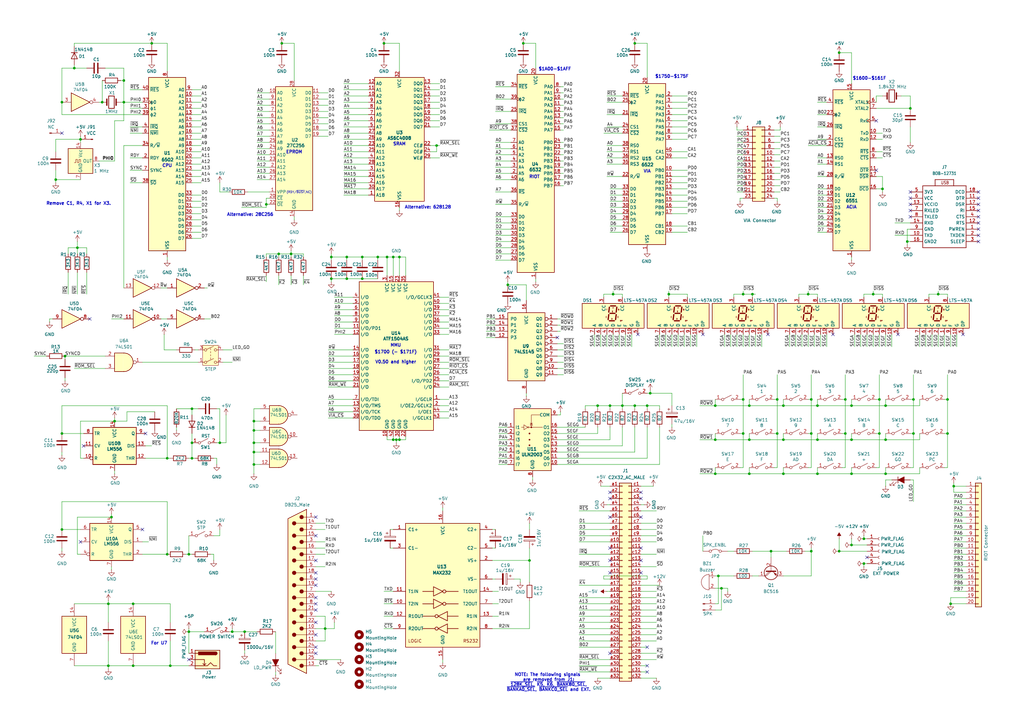
<source format=kicad_sch>
(kicad_sch (version 20231120) (generator "eeschema") (generator_version "8.0")
  (paper "A3")
  (title_block (title "Junior Computer II") (date "2025-05-11") (rev "V4.1") (comment 1 "Original Design: Jörg Walke, Apteryx Software Research") (comment 2 "This KiCad version: Emile"))
  (lib_symbols
    (symbol "65xx-library:6502"
      (property "Reference" "U" (at 2.54 40.64 0))
      (property "Value" "6502" (at 2.54 38.1 0))
      (symbol "6502_1_1"
        (pin power_in line (at 0 -38.1 90) (length 2.54) (name "VSS") (number "1"))
        (pin output line (at 10.16 27.94 180) (length 2.54) (name "A1") (number "10"))
        (pin output line (at 10.16 25.4 180) (length 2.54) (name "A2") (number "11"))
        (pin output line (at 10.16 22.86 180) (length 2.54) (name "A3") (number "12"))
        (pin output line (at 10.16 20.32 180) (length 2.54) (name "A4") (number "13"))
        (pin output line (at 10.16 17.78 180) (length 2.54) (name "A5") (number "14"))
        (pin output line (at 10.16 15.24 180) (length 2.54) (name "A6") (number "15"))
        (pin output line (at 10.16 12.7 180) (length 2.54) (name "A7") (number "16"))
        (pin output line (at 10.16 10.16 180) (length 2.54) (name "A8") (number "17"))
        (pin output line (at 10.16 7.62 180) (length 2.54) (name "A9") (number "18"))
        (pin output line (at 10.16 5.08 180) (length 2.54) (name "A10") (number "19"))
        (pin input line (at -10.16 2.54 0) (length 2.54) (name "RDY") (number "2"))
        (pin output line (at 10.16 2.54 180) (length 2.54) (name "A11") (number "20"))
        (pin passive line (at 0 -38.1 90) (length 2.54) hide (name "VSS") (number "21"))
        (pin output line (at 10.16 0 180) (length 2.54) (name "A12") (number "22"))
        (pin output line (at 10.16 -2.54 180) (length 2.54) (name "A13") (number "23"))
        (pin output line (at 10.16 -5.08 180) (length 2.54) (name "A14") (number "24"))
        (pin output line (at 10.16 -7.62 180) (length 2.54) (name "A15") (number "25"))
        (pin bidirectional line (at 10.16 -30.48 180) (length 2.54) (name "D7") (number "26"))
        (pin bidirectional line (at 10.16 -27.94 180) (length 2.54) (name "D6") (number "27"))
        (pin bidirectional line (at 10.16 -25.4 180) (length 2.54) (name "D5") (number "28"))
        (pin bidirectional line (at 10.16 -22.86 180) (length 2.54) (name "D4") (number "29"))
        (pin output line (at -10.16 22.86 0) (length 2.54) (name "ϕ1") (number "3"))
        (pin bidirectional line (at 10.16 -20.32 180) (length 2.54) (name "D3") (number "30"))
        (pin bidirectional line (at 10.16 -17.78 180) (length 2.54) (name "D2") (number "31"))
        (pin bidirectional line (at 10.16 -15.24 180) (length 2.54) (name "D1") (number "32"))
        (pin bidirectional line (at 10.16 -12.7 180) (length 2.54) (name "D0") (number "33"))
        (pin output line (at -10.16 7.62 0) (length 2.54) (name "R/~{W}") (number "34"))
        (pin no_connect non_logic (at -7.62 -15.24 0) (length 2.54) hide (name "nc") (number "35"))
        (pin no_connect non_logic (at -7.62 -17.78 0) (length 2.54) hide (name "nc") (number "36"))
        (pin input clock (at -10.16 25.4 0) (length 2.54) (name "ϕ0") (number "37"))
        (pin input line (at -10.16 -7.62 0) (length 2.54) (name "~{SO}") (number "38"))
        (pin output line (at -10.16 20.32 0) (length 2.54) (name "ϕ2") (number "39"))
        (pin input line (at -10.16 15.24 0) (length 2.54) (name "~{IRQ}") (number "4"))
        (pin input line (at -10.16 30.48 0) (length 2.54) (name "~{RES}") (number "40"))
        (pin no_connect non_logic (at -7.62 -12.7 0) (length 2.54) hide (name "nc") (number "5"))
        (pin input line (at -10.16 12.7 0) (length 2.54) (name "~{NMI}") (number "6"))
        (pin output line (at -10.16 -2.54 0) (length 2.54) (name "SYNC") (number "7"))
        (pin power_in line (at 0 38.1 270) (length 2.54) (name "VCC") (number "8"))
        (pin output line (at 10.16 30.48 180) (length 2.54) (name "A0") (number "9"))
      )
    )
    (symbol "65xx-library:6522"
      (property "Reference" "U" (at 2.54 38.1 0))
      (property "Value" "6522" (at 2.54 35.56 0))
      (symbol "6522_1_1"
        (pin power_in line (at 0 -35.56 90) (length 2.54) (name "VSS") (number "1"))
        (pin bidirectional line (at 10.16 -2.54 180) (length 2.54) (name "PB0") (number "10"))
        (pin bidirectional line (at 10.16 -5.08 180) (length 2.54) (name "PB1") (number "11"))
        (pin bidirectional line (at 10.16 -7.62 180) (length 2.54) (name "PB2") (number "12"))
        (pin bidirectional line (at 10.16 -10.16 180) (length 2.54) (name "PB3") (number "13"))
        (pin bidirectional line (at 10.16 -12.7 180) (length 2.54) (name "PB4") (number "14"))
        (pin bidirectional line (at 10.16 -15.24 180) (length 2.54) (name "PB5") (number "15"))
        (pin bidirectional line (at 10.16 -17.78 180) (length 2.54) (name "PB6") (number "16"))
        (pin bidirectional line (at 10.16 -20.32 180) (length 2.54) (name "PB7") (number "17"))
        (pin input line (at 10.16 -25.4 180) (length 2.54) (name "CB1") (number "18"))
        (pin bidirectional line (at 10.16 -27.94 180) (length 2.54) (name "CB2") (number "19"))
        (pin bidirectional line (at 10.16 27.94 180) (length 2.54) (name "PA0") (number "2"))
        (pin power_in line (at 0 35.56 270) (length 2.54) (name "VCC") (number "20"))
        (pin open_collector line (at -10.16 20.32 0) (length 2.54) (name "~{IRQ}") (number "21"))
        (pin input line (at -10.16 -5.08 0) (length 2.54) (name "R/~{W}") (number "22"))
        (pin input line (at -10.16 12.7 0) (length 2.54) (name "~{CS2}") (number "23"))
        (pin input line (at -10.16 15.24 0) (length 2.54) (name "CS1") (number "24"))
        (pin input clock (at -10.16 25.4 0) (length 2.54) (name "ϕ2") (number "25"))
        (pin bidirectional line (at -10.16 -27.94 0) (length 2.54) (name "D7") (number "26"))
        (pin bidirectional line (at -10.16 -25.4 0) (length 2.54) (name "D6") (number "27"))
        (pin bidirectional line (at -10.16 -22.86 0) (length 2.54) (name "D5") (number "28"))
        (pin bidirectional line (at -10.16 -20.32 0) (length 2.54) (name "D4") (number "29"))
        (pin bidirectional line (at 10.16 25.4 180) (length 2.54) (name "PA1") (number "3"))
        (pin bidirectional line (at -10.16 -17.78 0) (length 2.54) (name "D3") (number "30"))
        (pin bidirectional line (at -10.16 -15.24 0) (length 2.54) (name "D2") (number "31"))
        (pin bidirectional line (at -10.16 -12.7 0) (length 2.54) (name "D1") (number "32"))
        (pin bidirectional line (at -10.16 -10.16 0) (length 2.54) (name "D0") (number "33"))
        (pin input line (at -10.16 27.94 0) (length 2.54) (name "~{RES}") (number "34"))
        (pin input line (at -10.16 0 0) (length 2.54) (name "RS3") (number "35"))
        (pin input line (at -10.16 2.54 0) (length 2.54) (name "RS2") (number "36"))
        (pin input line (at -10.16 5.08 0) (length 2.54) (name "RS1") (number "37"))
        (pin input line (at -10.16 7.62 0) (length 2.54) (name "RS0") (number "38"))
        (pin bidirectional line (at 10.16 2.54 180) (length 2.54) (name "CA2") (number "39"))
        (pin bidirectional line (at 10.16 22.86 180) (length 2.54) (name "PA2") (number "4"))
        (pin input line (at 10.16 5.08 180) (length 2.54) (name "CA1") (number "40"))
        (pin bidirectional line (at 10.16 20.32 180) (length 2.54) (name "PA3") (number "5"))
        (pin bidirectional line (at 10.16 17.78 180) (length 2.54) (name "PA4") (number "6"))
        (pin bidirectional line (at 10.16 15.24 180) (length 2.54) (name "PA5") (number "7"))
        (pin bidirectional line (at 10.16 12.7 180) (length 2.54) (name "PA6") (number "8"))
        (pin bidirectional line (at 10.16 10.16 180) (length 2.54) (name "PA7") (number "9"))
      )
    )
    (symbol "65xx-library:6532"
      (property "Reference" "U" (at 2.54 45.72 0))
      (property "Value" "6532" (at 2.54 43.18 0))
      (symbol "6532_1_1"
        (pin power_in line (at 0 -43.18 90) (length 2.54) (name "VSS") (number "1"))
        (pin bidirectional line (at 10.16 30.48 180) (length 2.54) (name "PA2") (number "10"))
        (pin bidirectional line (at 10.16 27.94 180) (length 2.54) (name "PA3") (number "11"))
        (pin bidirectional line (at 10.16 25.4 180) (length 2.54) (name "PA4") (number "12"))
        (pin bidirectional line (at 10.16 22.86 180) (length 2.54) (name "PA5") (number "13"))
        (pin bidirectional line (at 10.16 20.32 180) (length 2.54) (name "PA6") (number "14"))
        (pin bidirectional line (at 10.16 17.78 180) (length 2.54) (name "PA7") (number "15"))
        (pin bidirectional line (at 10.16 -5.08 180) (length 2.54) (name "PB7") (number "16"))
        (pin bidirectional line (at 10.16 -2.54 180) (length 2.54) (name "PB6") (number "17"))
        (pin bidirectional line (at 10.16 0 180) (length 2.54) (name "PB5") (number "18"))
        (pin bidirectional line (at 10.16 2.54 180) (length 2.54) (name "PB4") (number "19"))
        (pin input line (at -10.16 0 0) (length 2.54) (name "A5") (number "2"))
        (pin power_in line (at 0 43.18 270) (length 2.54) (name "VCC") (number "20"))
        (pin bidirectional line (at 10.16 5.08 180) (length 2.54) (name "PB3") (number "21"))
        (pin bidirectional line (at 10.16 7.62 180) (length 2.54) (name "PB2") (number "22"))
        (pin bidirectional line (at 10.16 10.16 180) (length 2.54) (name "PB1") (number "23"))
        (pin bidirectional line (at 10.16 12.7 180) (length 2.54) (name "PB0") (number "24"))
        (pin open_collector line (at -10.16 25.4 0) (length 2.54) (name "~{IRQ}") (number "25"))
        (pin bidirectional line (at -10.16 -35.56 0) (length 2.54) (name "D7") (number "26"))
        (pin bidirectional line (at -10.16 -33.02 0) (length 2.54) (name "D6") (number "27"))
        (pin bidirectional line (at -10.16 -30.48 0) (length 2.54) (name "D5") (number "28"))
        (pin bidirectional line (at -10.16 -27.94 0) (length 2.54) (name "D4") (number "29"))
        (pin input line (at -10.16 2.54 0) (length 2.54) (name "A4") (number "3"))
        (pin bidirectional line (at -10.16 -25.4 0) (length 2.54) (name "D3") (number "30"))
        (pin bidirectional line (at -10.16 -22.86 0) (length 2.54) (name "D2") (number "31"))
        (pin bidirectional line (at -10.16 -20.32 0) (length 2.54) (name "D1") (number "32"))
        (pin bidirectional line (at -10.16 -17.78 0) (length 2.54) (name "D0") (number "33"))
        (pin input line (at -10.16 35.56 0) (length 2.54) (name "~{RES}") (number "34"))
        (pin input line (at -10.16 -12.7 0) (length 2.54) (name "R/~{W}") (number "35"))
        (pin input line (at -10.16 -7.62 0) (length 2.54) (name "~{RS}") (number "36"))
        (pin input line (at -10.16 17.78 0) (length 2.54) (name "~{CS2}") (number "37"))
        (pin input line (at -10.16 20.32 0) (length 2.54) (name "CS1") (number "38"))
        (pin input clock (at -10.16 30.48 0) (length 2.54) (name "ϕ2") (number "39"))
        (pin input line (at -10.16 5.08 0) (length 2.54) (name "A3") (number "4"))
        (pin input line (at -10.16 -2.54 0) (length 2.54) (name "A6") (number "40"))
        (pin input line (at -10.16 7.62 0) (length 2.54) (name "A2") (number "5"))
        (pin input line (at -10.16 10.16 0) (length 2.54) (name "A1") (number "6"))
        (pin input line (at -10.16 12.7 0) (length 2.54) (name "A0") (number "7"))
        (pin bidirectional line (at 10.16 35.56 180) (length 2.54) (name "PA0") (number "8"))
        (pin bidirectional line (at 10.16 33.02 180) (length 2.54) (name "PA1") (number "9"))
      )
    )
    (symbol "65xx-library:6551"
      (property "Reference" "U" (at 2.54 38.1 0))
      (property "Value" "6551" (at 2.54 35.56 0))
      (symbol "6551_1_1"
        (pin power_in line (at 0 -35.56 90) (length 2.54) (name "VSS") (number "1"))
        (pin output line (at 10.16 15.24 180) (length 2.54) (name "TxD") (number "10"))
        (pin output line (at 10.16 0 180) (length 2.54) (name "~{DTR}") (number "11"))
        (pin input line (at 10.16 12.7 180) (length 2.54) (name "RxD") (number "12"))
        (pin input line (at -10.16 5.08 0) (length 2.54) (name "RS0") (number "13"))
        (pin input line (at -10.16 2.54 0) (length 2.54) (name "RS1") (number "14"))
        (pin power_in line (at 0 35.56 270) (length 2.54) (name "VCC") (number "15"))
        (pin input line (at 10.16 -7.62 180) (length 2.54) (name "~{DCD}") (number "16"))
        (pin input line (at 10.16 -2.54 180) (length 2.54) (name "~{DSR}") (number "17"))
        (pin bidirectional line (at -10.16 -7.62 0) (length 2.54) (name "D0") (number "18"))
        (pin bidirectional line (at -10.16 -10.16 0) (length 2.54) (name "D1") (number "19"))
        (pin input line (at -10.16 12.7 0) (length 2.54) (name "CS1") (number "2"))
        (pin bidirectional line (at -10.16 -12.7 0) (length 2.54) (name "D2") (number "20"))
        (pin bidirectional line (at -10.16 -15.24 0) (length 2.54) (name "D3") (number "21"))
        (pin bidirectional line (at -10.16 -17.78 0) (length 2.54) (name "D4") (number "22"))
        (pin bidirectional line (at -10.16 -20.32 0) (length 2.54) (name "D5") (number "23"))
        (pin bidirectional line (at -10.16 -22.86 0) (length 2.54) (name "D6") (number "24"))
        (pin bidirectional line (at -10.16 -25.4 0) (length 2.54) (name "D7") (number "25"))
        (pin open_collector line (at -10.16 17.78 0) (length 2.54) (name "~{IRQ}") (number "26"))
        (pin input clock (at -10.16 22.86 0) (length 2.54) (name "ϕ2") (number "27"))
        (pin input line (at -10.16 -2.54 0) (length 2.54) (name "R/~{W}") (number "28"))
        (pin input line (at -10.16 10.16 0) (length 2.54) (name "~{CS2}") (number "3"))
        (pin input line (at -10.16 27.94 0) (length 2.54) (name "~{RES}") (number "4"))
        (pin bidirectional clock (at 10.16 20.32 180) (length 2.54) (name "RxC") (number "5"))
        (pin input clock (at 10.16 27.94 180) (length 2.54) (name "XTAL1") (number "6"))
        (pin output line (at 10.16 25.4 180) (length 2.54) (name "XTAL2") (number "7"))
        (pin output line (at 10.16 7.62 180) (length 2.54) (name "~{RTS}") (number "8"))
        (pin input line (at 10.16 5.08 180) (length 2.54) (name "~{CTS}") (number "9"))
      )
    )
    (symbol "74xx:74LS01" (pin_names (offset 1.016))
      (property "Reference" "U" (at 0 1.27 0))
      (property "Value" "74LS01" (at 0 -1.27 0))
      (symbol "74LS01_1_1"
        (pin open_collector inverted (at 7.62 0 180) (length 3.81) (name "~") (number "1"))
        (pin input line (at -7.62 2.54 0) (length 3.81) (name "~") (number "2"))
        (pin input line (at -7.62 -2.54 0) (length 3.81) (name "~") (number "3"))
      )
      (symbol "74LS01_1_2"
        (pin open_collector line (at 7.62 0 180) (length 3.81) (name "~") (number "1"))
        (pin input inverted (at -7.62 2.54 0) (length 4.318) (name "~") (number "2"))
        (pin input inverted (at -7.62 -2.54 0) (length 4.318) (name "~") (number "3"))
      )
      (symbol "74LS01_2_1"
        (pin open_collector inverted (at 7.62 0 180) (length 3.81) (name "~") (number "4"))
        (pin input line (at -7.62 2.54 0) (length 3.81) (name "~") (number "5"))
        (pin input line (at -7.62 -2.54 0) (length 3.81) (name "~") (number "6"))
      )
      (symbol "74LS01_2_2"
        (pin open_collector line (at 7.62 0 180) (length 3.81) (name "~") (number "4"))
        (pin input inverted (at -7.62 2.54 0) (length 4.318) (name "~") (number "5"))
        (pin input inverted (at -7.62 -2.54 0) (length 4.318) (name "~") (number "6"))
      )
      (symbol "74LS01_3_1"
        (pin open_collector inverted (at 7.62 0 180) (length 3.81) (name "~") (number "10"))
        (pin input line (at -7.62 2.54 0) (length 3.81) (name "~") (number "8"))
        (pin input line (at -7.62 -2.54 0) (length 3.81) (name "~") (number "9"))
      )
      (symbol "74LS01_3_2"
        (pin open_collector line (at 7.62 0 180) (length 3.81) (name "~") (number "10"))
        (pin input inverted (at -7.62 2.54 0) (length 4.318) (name "~") (number "8"))
        (pin input inverted (at -7.62 -2.54 0) (length 4.318) (name "~") (number "9"))
      )
      (symbol "74LS01_4_1"
        (pin input line (at -7.62 2.54 0) (length 3.81) (name "~") (number "11"))
        (pin input line (at -7.62 -2.54 0) (length 3.81) (name "~") (number "12"))
        (pin open_collector inverted (at 7.62 0 180) (length 3.81) (name "~") (number "13"))
      )
      (symbol "74LS01_4_2"
        (pin input inverted (at -7.62 2.54 0) (length 4.318) (name "~") (number "11"))
        (pin input inverted (at -7.62 -2.54 0) (length 4.318) (name "~") (number "12"))
        (pin open_collector line (at 7.62 0 180) (length 3.81) (name "~") (number "13"))
      )
      (symbol "74LS01_5_0"
        (pin power_in line (at 0 12.7 270) (length 5.08) (name "VCC") (number "14"))
        (pin power_in line (at 0 -12.7 90) (length 5.08) (name "GND") (number "7"))
      )
    )
    (symbol "74xx:74LS04"
      (property "Reference" "U" (at 0 1.27 0))
      (property "Value" "74LS04" (at 0 -1.27 0))
      (symbol "74LS04_1_0"
        (pin input line (at -7.62 0 0) (length 3.81) (name "~") (number "1"))
        (pin output inverted (at 7.62 0 180) (length 3.81) (name "~") (number "2"))
      )
      (symbol "74LS04_2_0"
        (pin input line (at -7.62 0 0) (length 3.81) (name "~") (number "3"))
        (pin output inverted (at 7.62 0 180) (length 3.81) (name "~") (number "4"))
      )
      (symbol "74LS04_3_0"
        (pin input line (at -7.62 0 0) (length 3.81) (name "~") (number "5"))
        (pin output inverted (at 7.62 0 180) (length 3.81) (name "~") (number "6"))
      )
      (symbol "74LS04_4_0"
        (pin output inverted (at 7.62 0 180) (length 3.81) (name "~") (number "8"))
        (pin input line (at -7.62 0 0) (length 3.81) (name "~") (number "9"))
      )
      (symbol "74LS04_5_0"
        (pin output inverted (at 7.62 0 180) (length 3.81) (name "~") (number "10"))
        (pin input line (at -7.62 0 0) (length 3.81) (name "~") (number "11"))
      )
      (symbol "74LS04_6_0"
        (pin output inverted (at 7.62 0 180) (length 3.81) (name "~") (number "12"))
        (pin input line (at -7.62 0 0) (length 3.81) (name "~") (number "13"))
      )
      (symbol "74LS04_7_0"
        (pin power_in line (at 0 12.7 270) (length 5.08) (name "VCC") (number "14"))
        (pin power_in line (at 0 -12.7 90) (length 5.08) (name "GND") (number "7"))
      )
    )
    (symbol "74xx:74LS145" (pin_names (offset 1.016))
      (property "Reference" "U" (at -7.62 13.97 0))
      (property "Value" "74LS145" (at -7.62 -16.51 0))
      (symbol "74LS145_1_0"
        (pin open_collector inverted (at 12.7 10.16 180) (length 5.08) (name "Q0") (number "1"))
        (pin open_collector inverted (at 12.7 -10.16 180) (length 5.08) (name "Q8") (number "10"))
        (pin open_collector inverted (at 12.7 -12.7 180) (length 5.08) (name "Q9") (number "11"))
        (pin input line (at -12.7 2.54 0) (length 5.08) (name "P3") (number "12"))
        (pin input line (at -12.7 5.08 0) (length 5.08) (name "P2") (number "13"))
        (pin input line (at -12.7 7.62 0) (length 5.08) (name "P1") (number "14"))
        (pin input line (at -12.7 10.16 0) (length 5.08) (name "P0") (number "15"))
        (pin power_in line (at 0 17.78 270) (length 5.08) (name "VCC") (number "16"))
        (pin open_collector inverted (at 12.7 7.62 180) (length 5.08) (name "Q1") (number "2"))
        (pin open_collector inverted (at 12.7 5.08 180) (length 5.08) (name "Q2") (number "3"))
        (pin open_collector inverted (at 12.7 2.54 180) (length 5.08) (name "Q3") (number "4"))
        (pin open_collector inverted (at 12.7 0 180) (length 5.08) (name "Q4") (number "5"))
        (pin open_collector inverted (at 12.7 -2.54 180) (length 5.08) (name "Q5") (number "6"))
        (pin open_collector inverted (at 12.7 -5.08 180) (length 5.08) (name "Q6") (number "7"))
        (pin power_in line (at 0 -20.32 90) (length 5.08) (name "GND") (number "8"))
        (pin open_collector inverted (at 12.7 -7.62 180) (length 5.08) (name "Q7") (number "9"))
      )
    )
    (symbol "Connector:Barrel_Jack_Switch" (pin_names hide)
      (property "Reference" "J" (at 0 5.334 0))
      (property "Value" "Barrel_Jack_Switch" (at 0 -5.08 0))
      (symbol "Barrel_Jack_Switch_1_1"
        (pin passive line (at 7.62 2.54 180) (length 2.54) (name "~") (number "1"))
        (pin passive line (at 7.62 -2.54 180) (length 2.54) (name "~") (number "2"))
        (pin passive line (at 7.62 0 180) (length 2.54) (name "~") (number "3"))
      )
    )
    (symbol "Connector:Conn_01x01_Pin" (pin_names (offset 1.016) hide)
      (property "Reference" "J" (at 0 2.54 0))
      (property "Value" "Conn_01x01_Pin" (at 0 -2.54 0))
      (symbol "Conn_01x01_Pin_1_1"
        (pin passive line (at 5.08 0 180) (length 3.81) (name "Pin_1") (number "1"))
      )
    )
    (symbol "Connector:Conn_01x02_Pin" (pin_names (offset 1.016) hide)
      (property "Reference" "J" (at 0 2.54 0))
      (property "Value" "Conn_01x02_Pin" (at 0 -5.08 0))
      (symbol "Conn_01x02_Pin_1_1"
        (pin passive line (at 5.08 0 180) (length 3.81) (name "Pin_1") (number "1"))
        (pin passive line (at 5.08 -2.54 180) (length 3.81) (name "Pin_2") (number "2"))
      )
    )
    (symbol "Connector:Conn_01x05_Socket" (pin_names (offset 1.016) hide)
      (property "Reference" "J" (at 0 7.62 0))
      (property "Value" "Conn_01x05_Socket" (at 0 -7.62 0))
      (symbol "Conn_01x05_Socket_1_1"
        (pin passive line (at -5.08 5.08 0) (length 3.81) (name "Pin_1") (number "1"))
        (pin passive line (at -5.08 2.54 0) (length 3.81) (name "Pin_2") (number "2"))
        (pin passive line (at -5.08 0 0) (length 3.81) (name "Pin_3") (number "3"))
        (pin passive line (at -5.08 -2.54 0) (length 3.81) (name "Pin_4") (number "4"))
        (pin passive line (at -5.08 -5.08 0) (length 3.81) (name "Pin_5") (number "5"))
      )
    )
    (symbol "Connector:DB25_Plug" (pin_names (offset 1.016) hide)
      (property "Reference" "J" (at 0 34.29 0))
      (property "Value" "DB25_Plug" (at 0 -34.925 0))
      (symbol "DB25_Plug_1_1"
        (pin passive line (at -7.62 -30.48 0) (length 3.81) (name "1") (number "1"))
        (pin passive line (at -7.62 15.24 0) (length 3.81) (name "10") (number "10"))
        (pin passive line (at -7.62 20.32 0) (length 3.81) (name "11") (number "11"))
        (pin passive line (at -7.62 25.4 0) (length 3.81) (name "12") (number "12"))
        (pin passive line (at -7.62 30.48 0) (length 3.81) (name "13") (number "13"))
        (pin passive line (at -7.62 -27.94 0) (length 3.81) (name "P14") (number "14"))
        (pin passive line (at -7.62 -22.86 0) (length 3.81) (name "P15") (number "15"))
        (pin passive line (at -7.62 -17.78 0) (length 3.81) (name "P16") (number "16"))
        (pin passive line (at -7.62 -12.7 0) (length 3.81) (name "P17") (number "17"))
        (pin passive line (at -7.62 -7.62 0) (length 3.81) (name "P18") (number "18"))
        (pin passive line (at -7.62 -2.54 0) (length 3.81) (name "P19") (number "19"))
        (pin passive line (at -7.62 -25.4 0) (length 3.81) (name "2") (number "2"))
        (pin passive line (at -7.62 2.54 0) (length 3.81) (name "P20") (number "20"))
        (pin passive line (at -7.62 7.62 0) (length 3.81) (name "P21") (number "21"))
        (pin passive line (at -7.62 12.7 0) (length 3.81) (name "P22") (number "22"))
        (pin passive line (at -7.62 17.78 0) (length 3.81) (name "P23") (number "23"))
        (pin passive line (at -7.62 22.86 0) (length 3.81) (name "P24") (number "24"))
        (pin passive line (at -7.62 27.94 0) (length 3.81) (name "P25") (number "25"))
        (pin passive line (at -7.62 -20.32 0) (length 3.81) (name "3") (number "3"))
        (pin passive line (at -7.62 -15.24 0) (length 3.81) (name "4") (number "4"))
        (pin passive line (at -7.62 -10.16 0) (length 3.81) (name "5") (number "5"))
        (pin passive line (at -7.62 -5.08 0) (length 3.81) (name "6") (number "6"))
        (pin passive line (at -7.62 0 0) (length 3.81) (name "7") (number "7"))
        (pin passive line (at -7.62 5.08 0) (length 3.81) (name "8") (number "8"))
        (pin passive line (at -7.62 10.16 0) (length 3.81) (name "9") (number "9"))
      )
    )
    (symbol "Connector:DIN41612_02x32_AC" (pin_names (offset 1.016) hide)
      (property "Reference" "J" (at 1.27 40.64 0))
      (property "Value" "DIN41612_02x32_AC" (at 1.27 -43.18 0))
      (symbol "DIN41612_02x32_AC_1_1"
        (pin passive line (at -5.08 38.1 0) (length 3.81) (name "Pin_a1") (number "a1"))
        (pin passive line (at -5.08 15.24 0) (length 3.81) (name "Pin_a10") (number "a10"))
        (pin passive line (at -5.08 12.7 0) (length 3.81) (name "Pin_a11") (number "a11"))
        (pin passive line (at -5.08 10.16 0) (length 3.81) (name "Pin_a12") (number "a12"))
        (pin passive line (at -5.08 7.62 0) (length 3.81) (name "Pin_a13") (number "a13"))
        (pin passive line (at -5.08 5.08 0) (length 3.81) (name "Pin_a14") (number "a14"))
        (pin passive line (at -5.08 2.54 0) (length 3.81) (name "Pin_a15") (number "a15"))
        (pin passive line (at -5.08 0 0) (length 3.81) (name "Pin_a16") (number "a16"))
        (pin passive line (at -5.08 -2.54 0) (length 3.81) (name "Pin_a17") (number "a17"))
        (pin passive line (at -5.08 -5.08 0) (length 3.81) (name "Pin_a18") (number "a18"))
        (pin passive line (at -5.08 -7.62 0) (length 3.81) (name "Pin_a19") (number "a19"))
        (pin passive line (at -5.08 35.56 0) (length 3.81) (name "Pin_a2") (number "a2"))
        (pin passive line (at -5.08 -10.16 0) (length 3.81) (name "Pin_a20") (number "a20"))
        (pin passive line (at -5.08 -12.7 0) (length 3.81) (name "Pin_a21") (number "a21"))
        (pin passive line (at -5.08 -15.24 0) (length 3.81) (name "Pin_a22") (number "a22"))
        (pin passive line (at -5.08 -17.78 0) (length 3.81) (name "Pin_a23") (number "a23"))
        (pin passive line (at -5.08 -20.32 0) (length 3.81) (name "Pin_a24") (number "a24"))
        (pin passive line (at -5.08 -22.86 0) (length 3.81) (name "Pin_a25") (number "a25"))
        (pin passive line (at -5.08 -25.4 0) (length 3.81) (name "Pin_a26") (number "a26"))
        (pin passive line (at -5.08 -27.94 0) (length 3.81) (name "Pin_a27") (number "a27"))
        (pin passive line (at -5.08 -30.48 0) (length 3.81) (name "Pin_a28") (number "a28"))
        (pin passive line (at -5.08 -33.02 0) (length 3.81) (name "Pin_a29") (number "a29"))
        (pin passive line (at -5.08 33.02 0) (length 3.81) (name "Pin_a3") (number "a3"))
        (pin passive line (at -5.08 -35.56 0) (length 3.81) (name "Pin_a30") (number "a30"))
        (pin passive line (at -5.08 -38.1 0) (length 3.81) (name "Pin_a31") (number "a31"))
        (pin passive line (at -5.08 -40.64 0) (length 3.81) (name "Pin_a32") (number "a32"))
        (pin passive line (at -5.08 30.48 0) (length 3.81) (name "Pin_a4") (number "a4"))
        (pin passive line (at -5.08 27.94 0) (length 3.81) (name "Pin_a5") (number "a5"))
        (pin passive line (at -5.08 25.4 0) (length 3.81) (name "Pin_a6") (number "a6"))
        (pin passive line (at -5.08 22.86 0) (length 3.81) (name "Pin_a7") (number "a7"))
        (pin passive line (at -5.08 20.32 0) (length 3.81) (name "Pin_a8") (number "a8"))
        (pin passive line (at -5.08 17.78 0) (length 3.81) (name "Pin_a9") (number "a9"))
        (pin passive line (at 7.62 38.1 180) (length 3.81) (name "Pin_c1") (number "c1"))
        (pin passive line (at 7.62 15.24 180) (length 3.81) (name "Pin_c10") (number "c10"))
        (pin passive line (at 7.62 12.7 180) (length 3.81) (name "Pin_c11") (number "c11"))
        (pin passive line (at 7.62 10.16 180) (length 3.81) (name "Pin_c12") (number "c12"))
        (pin passive line (at 7.62 7.62 180) (length 3.81) (name "Pin_c13") (number "c13"))
        (pin passive line (at 7.62 5.08 180) (length 3.81) (name "Pin_c14") (number "c14"))
        (pin passive line (at 7.62 2.54 180) (length 3.81) (name "Pin_c15") (number "c15"))
        (pin passive line (at 7.62 0 180) (length 3.81) (name "Pin_c16") (number "c16"))
        (pin passive line (at 7.62 -2.54 180) (length 3.81) (name "Pin_c17") (number "c17"))
        (pin passive line (at 7.62 -5.08 180) (length 3.81) (name "Pin_c18") (number "c18"))
        (pin passive line (at 7.62 -7.62 180) (length 3.81) (name "Pin_c19") (number "c19"))
        (pin passive line (at 7.62 35.56 180) (length 3.81) (name "Pin_c2") (number "c2"))
        (pin passive line (at 7.62 -10.16 180) (length 3.81) (name "Pin_c20") (number "c20"))
        (pin passive line (at 7.62 -12.7 180) (length 3.81) (name "Pin_c21") (number "c21"))
        (pin passive line (at 7.62 -15.24 180) (length 3.81) (name "Pin_c22") (number "c22"))
        (pin passive line (at 7.62 -17.78 180) (length 3.81) (name "Pin_c23") (number "c23"))
        (pin passive line (at 7.62 -20.32 180) (length 3.81) (name "Pin_c24") (number "c24"))
        (pin passive line (at 7.62 -22.86 180) (length 3.81) (name "Pin_c25") (number "c25"))
        (pin passive line (at 7.62 -25.4 180) (length 3.81) (name "Pin_c26") (number "c26"))
        (pin passive line (at 7.62 -27.94 180) (length 3.81) (name "Pin_c27") (number "c27"))
        (pin passive line (at 7.62 -30.48 180) (length 3.81) (name "Pin_c28") (number "c28"))
        (pin passive line (at 7.62 -33.02 180) (length 3.81) (name "Pin_c29") (number "c29"))
        (pin passive line (at 7.62 33.02 180) (length 3.81) (name "Pin_c3") (number "c3"))
        (pin passive line (at 7.62 -35.56 180) (length 3.81) (name "Pin_c30") (number "c30"))
        (pin passive line (at 7.62 -38.1 180) (length 3.81) (name "Pin_c31") (number "c31"))
        (pin passive line (at 7.62 -40.64 180) (length 3.81) (name "Pin_c32") (number "c32"))
        (pin passive line (at 7.62 30.48 180) (length 3.81) (name "Pin_c4") (number "c4"))
        (pin passive line (at 7.62 27.94 180) (length 3.81) (name "Pin_c5") (number "c5"))
        (pin passive line (at 7.62 25.4 180) (length 3.81) (name "Pin_c6") (number "c6"))
        (pin passive line (at 7.62 22.86 180) (length 3.81) (name "Pin_c7") (number "c7"))
        (pin passive line (at 7.62 20.32 180) (length 3.81) (name "Pin_c8") (number "c8"))
        (pin passive line (at 7.62 17.78 180) (length 3.81) (name "Pin_c9") (number "c9"))
      )
    )
    (symbol "Connector_Generic:Conn_01x20" (pin_names (offset 1.016) hide)
      (property "Reference" "J" (at 0 25.4 0))
      (property "Value" "Conn_01x20" (at 0 -27.94 0))
      (symbol "Conn_01x20_1_1"
        (pin passive line (at -5.08 22.86 0) (length 3.81) (name "Pin_1") (number "1"))
        (pin passive line (at -5.08 0 0) (length 3.81) (name "Pin_10") (number "10"))
        (pin passive line (at -5.08 -2.54 0) (length 3.81) (name "Pin_11") (number "11"))
        (pin passive line (at -5.08 -5.08 0) (length 3.81) (name "Pin_12") (number "12"))
        (pin passive line (at -5.08 -7.62 0) (length 3.81) (name "Pin_13") (number "13"))
        (pin passive line (at -5.08 -10.16 0) (length 3.81) (name "Pin_14") (number "14"))
        (pin passive line (at -5.08 -12.7 0) (length 3.81) (name "Pin_15") (number "15"))
        (pin passive line (at -5.08 -15.24 0) (length 3.81) (name "Pin_16") (number "16"))
        (pin passive line (at -5.08 -17.78 0) (length 3.81) (name "Pin_17") (number "17"))
        (pin passive line (at -5.08 -20.32 0) (length 3.81) (name "Pin_18") (number "18"))
        (pin passive line (at -5.08 -22.86 0) (length 3.81) (name "Pin_19") (number "19"))
        (pin passive line (at -5.08 20.32 0) (length 3.81) (name "Pin_2") (number "2"))
        (pin passive line (at -5.08 -25.4 0) (length 3.81) (name "Pin_20") (number "20"))
        (pin passive line (at -5.08 17.78 0) (length 3.81) (name "Pin_3") (number "3"))
        (pin passive line (at -5.08 15.24 0) (length 3.81) (name "Pin_4") (number "4"))
        (pin passive line (at -5.08 12.7 0) (length 3.81) (name "Pin_5") (number "5"))
        (pin passive line (at -5.08 10.16 0) (length 3.81) (name "Pin_6") (number "6"))
        (pin passive line (at -5.08 7.62 0) (length 3.81) (name "Pin_7") (number "7"))
        (pin passive line (at -5.08 5.08 0) (length 3.81) (name "Pin_8") (number "8"))
        (pin passive line (at -5.08 2.54 0) (length 3.81) (name "Pin_9") (number "9"))
      )
    )
    (symbol "Connector_Generic:Conn_02x12_Odd_Even" (pin_names (offset 1.016) hide)
      (property "Reference" "J" (at 1.27 15.24 0))
      (property "Value" "Conn_02x12_Odd_Even" (at 1.27 -17.78 0))
      (symbol "Conn_02x12_Odd_Even_1_1"
        (pin passive line (at -5.08 12.7 0) (length 3.81) (name "Pin_1") (number "1"))
        (pin passive line (at 7.62 2.54 180) (length 3.81) (name "Pin_10") (number "10"))
        (pin passive line (at -5.08 0 0) (length 3.81) (name "Pin_11") (number "11"))
        (pin passive line (at 7.62 0 180) (length 3.81) (name "Pin_12") (number "12"))
        (pin passive line (at -5.08 -2.54 0) (length 3.81) (name "Pin_13") (number "13"))
        (pin passive line (at 7.62 -2.54 180) (length 3.81) (name "Pin_14") (number "14"))
        (pin passive line (at -5.08 -5.08 0) (length 3.81) (name "Pin_15") (number "15"))
        (pin passive line (at 7.62 -5.08 180) (length 3.81) (name "Pin_16") (number "16"))
        (pin passive line (at -5.08 -7.62 0) (length 3.81) (name "Pin_17") (number "17"))
        (pin passive line (at 7.62 -7.62 180) (length 3.81) (name "Pin_18") (number "18"))
        (pin passive line (at -5.08 -10.16 0) (length 3.81) (name "Pin_19") (number "19"))
        (pin passive line (at 7.62 12.7 180) (length 3.81) (name "Pin_2") (number "2"))
        (pin passive line (at 7.62 -10.16 180) (length 3.81) (name "Pin_20") (number "20"))
        (pin passive line (at -5.08 -12.7 0) (length 3.81) (name "Pin_21") (number "21"))
        (pin passive line (at 7.62 -12.7 180) (length 3.81) (name "Pin_22") (number "22"))
        (pin passive line (at -5.08 -15.24 0) (length 3.81) (name "Pin_23") (number "23"))
        (pin passive line (at 7.62 -15.24 180) (length 3.81) (name "Pin_24") (number "24"))
        (pin passive line (at -5.08 10.16 0) (length 3.81) (name "Pin_3") (number "3"))
        (pin passive line (at 7.62 10.16 180) (length 3.81) (name "Pin_4") (number "4"))
        (pin passive line (at -5.08 7.62 0) (length 3.81) (name "Pin_5") (number "5"))
        (pin passive line (at 7.62 7.62 180) (length 3.81) (name "Pin_6") (number "6"))
        (pin passive line (at -5.08 5.08 0) (length 3.81) (name "Pin_7") (number "7"))
        (pin passive line (at 7.62 5.08 180) (length 3.81) (name "Pin_8") (number "8"))
        (pin passive line (at -5.08 2.54 0) (length 3.81) (name "Pin_9") (number "9"))
      )
    )
    (symbol "Device:Buzzer" (pin_names (offset 0.0254) hide)
      (property "Reference" "BZ" (at 3.81 1.27 0))
      (property "Value" "Buzzer" (at 3.81 -1.27 0))
      (symbol "Buzzer_1_1"
        (pin passive line (at -2.54 2.54 0) (length 2.54) (name "+") (number "1"))
        (pin passive line (at -2.54 -2.54 0) (length 2.54) (name "-") (number "2"))
      )
    )
    (symbol "Device:C" (pin_numbers hide) (pin_names (offset 0.254))
      (property "Reference" "C" (at 0.635 2.54 0))
      (property "Value" "C" (at 0.635 -2.54 0))
      (symbol "C_1_1"
        (pin passive line (at 0 3.81 270) (length 2.794) (name "~") (number "1"))
        (pin passive line (at 0 -3.81 90) (length 2.794) (name "~") (number "2"))
      )
    )
    (symbol "Device:C_Polarized" (pin_numbers hide) (pin_names (offset 0.254))
      (property "Reference" "C" (at 0.635 2.54 0))
      (property "Value" "C_Polarized" (at 0.635 -2.54 0))
      (symbol "C_Polarized_1_1"
        (pin passive line (at 0 3.81 270) (length 2.794) (name "~") (number "1"))
        (pin passive line (at 0 -3.81 90) (length 2.794) (name "~") (number "2"))
      )
    )
    (symbol "Device:Crystal" (pin_numbers hide) (pin_names (offset 1.016) hide)
      (property "Reference" "Y" (at 0 3.81 0))
      (property "Value" "Crystal" (at 0 -3.81 0))
      (symbol "Crystal_1_1"
        (pin passive line (at -3.81 0 0) (length 1.27) (name "1") (number "1"))
        (pin passive line (at 3.81 0 180) (length 1.27) (name "2") (number "2"))
      )
    )
    (symbol "Device:LED_Filled" (pin_numbers hide) (pin_names (offset 1.016) hide)
      (property "Reference" "D" (at 0 2.54 0))
      (property "Value" "LED_Filled" (at 0 -2.54 0))
      (symbol "LED_Filled_1_1"
        (pin passive line (at -3.81 0 0) (length 2.54) (name "K") (number "1"))
        (pin passive line (at 3.81 0 180) (length 2.54) (name "A") (number "2"))
      )
    )
    (symbol "Device:R" (pin_numbers hide) (pin_names (offset 0))
      (property "Reference" "R" (at 2.032 0 90))
      (property "Value" "R" (at 0 0 90))
      (symbol "R_1_1"
        (pin passive line (at 0 3.81 270) (length 1.27) (name "~") (number "1"))
        (pin passive line (at 0 -3.81 90) (length 1.27) (name "~") (number "2"))
      )
    )
    (symbol "Diode:1N4148" (pin_numbers hide) (pin_names hide)
      (property "Reference" "D" (at 0 2.54 0))
      (property "Value" "1N4148" (at 0 -2.54 0))
      (symbol "1N4148_1_1"
        (pin passive line (at -3.81 0 0) (length 2.54) (name "K") (number "1"))
        (pin passive line (at 3.81 0 180) (length 2.54) (name "A") (number "2"))
      )
    )
    (symbol "Emile_Custom:ATF1504AS-xJx44"
      (property "Reference" "U?" (at 7.62 27.94 0))
      (property "Value" "ATF1504AS-xJx44" (at 7.62 25.4 0))
      (symbol "ATF1504AS-xJx44_1_1"
        (pin input line (at 17.78 -25.4 180) (length 2.54) (name "I/GCLR") (number "1"))
        (pin power_in line (at -3.81 -40.64 90) (length 2.54) (name "GND") (number "10"))
        (pin bidirectional line (at -17.78 3.81 0) (length 2.54) (name "I/O/PD1") (number "11"))
        (pin bidirectional line (at -17.78 1.27 0) (length 2.54) (name "I/O") (number "12"))
        (pin bidirectional line (at -17.78 -27.94 0) (length 2.54) (name "I/O/TMS") (number "13"))
        (pin bidirectional line (at -17.78 -5.08 0) (length 2.54) (name "I/O") (number "14"))
        (pin power_in line (at -1.27 25.4 270) (length 2.54) (name "VCC") (number "15"))
        (pin bidirectional line (at -17.78 -7.62 0) (length 2.54) (name "I/O") (number "16"))
        (pin bidirectional line (at -17.78 -10.16 0) (length 2.54) (name "I/O") (number "17"))
        (pin bidirectional line (at -17.78 -12.7 0) (length 2.54) (name "I/O") (number "18"))
        (pin bidirectional line (at -17.78 -15.24 0) (length 2.54) (name "I/O") (number "19"))
        (pin input line (at 17.78 -27.94 180) (length 2.54) (name "I/OE2/GCLK2") (number "2"))
        (pin bidirectional line (at -17.78 -17.78 0) (length 2.54) (name "I/O") (number "20"))
        (pin bidirectional line (at -17.78 -20.32 0) (length 2.54) (name "I/O") (number "21"))
        (pin power_in line (at 3.81 -40.64 90) (length 2.54) (name "GND") (number "22"))
        (pin power_in line (at 1.27 25.4 270) (length 2.54) (name "VCC") (number "23"))
        (pin bidirectional line (at 17.78 -20.32 180) (length 2.54) (name "I/O") (number "24"))
        (pin bidirectional line (at 17.78 -17.78 180) (length 2.54) (name "I/O/PD2") (number "25"))
        (pin bidirectional line (at 17.78 -15.24 180) (length 2.54) (name "I/O") (number "26"))
        (pin bidirectional line (at 17.78 -12.7 180) (length 2.54) (name "I/O") (number "27"))
        (pin bidirectional line (at 17.78 -10.16 180) (length 2.54) (name "I/O") (number "28"))
        (pin bidirectional line (at 17.78 -7.62 180) (length 2.54) (name "I/O") (number "29"))
        (pin power_in line (at -3.81 25.4 270) (length 2.54) (name "VCC") (number "3"))
        (pin power_in line (at 1.27 -40.64 90) (length 2.54) (name "GND") (number "30"))
        (pin bidirectional line (at 17.78 -5.08 180) (length 2.54) (name "I/O") (number "31"))
        (pin bidirectional line (at -17.78 -30.48 0) (length 2.54) (name "I/O/TCK") (number "32"))
        (pin bidirectional line (at 17.78 1.27 180) (length 2.54) (name "I/O") (number "33"))
        (pin bidirectional line (at 17.78 3.81 180) (length 2.54) (name "I/O") (number "34"))
        (pin power_in line (at 3.81 25.4 270) (length 2.54) (name "VCC") (number "35"))
        (pin bidirectional line (at 17.78 6.35 180) (length 2.54) (name "I/O") (number "36"))
        (pin bidirectional line (at 17.78 8.89 180) (length 2.54) (name "I/O") (number "37"))
        (pin bidirectional line (at -17.78 -33.02 0) (length 2.54) (name "I/O/TDO") (number "38"))
        (pin bidirectional line (at 17.78 11.43 180) (length 2.54) (name "I/O") (number "39"))
        (pin bidirectional line (at -17.78 16.51 0) (length 2.54) (name "I/O") (number "4"))
        (pin bidirectional line (at 17.78 13.97 180) (length 2.54) (name "I/O") (number "40"))
        (pin bidirectional line (at 17.78 16.51 180) (length 2.54) (name "I/O/GCLK3") (number "41"))
        (pin power_in line (at -1.27 -40.64 90) (length 2.54) (name "GND") (number "42"))
        (pin input line (at 17.78 -33.02 180) (length 2.54) (name "I/GCLK1") (number "43"))
        (pin input line (at 17.78 -30.48 180) (length 2.54) (name "I/OE1") (number "44"))
        (pin bidirectional line (at -17.78 13.97 0) (length 2.54) (name "I/O") (number "5"))
        (pin bidirectional line (at -17.78 11.43 0) (length 2.54) (name "I/O") (number "6"))
        (pin bidirectional line (at -17.78 -25.4 0) (length 2.54) (name "I/O/TDI") (number "7"))
        (pin bidirectional line (at -17.78 8.89 0) (length 2.54) (name "I/O") (number "8"))
        (pin bidirectional line (at -17.78 6.35 0) (length 2.54) (name "I/O") (number "9"))
      )
    )
    (symbol "Emile_Custom:BOB-12731"
      (property "Reference" "J2" (at -7.62 -15.24 0))
      (property "Value" "BOB-12731" (at 2.54 -15.24 0))
      (symbol "BOB-12731_1_0"
        (text "USB" (at -0.254 13.208 0) (effects (font (size 1.27 1.0795)) (justify left bottom)))
        (pin bidirectional line (at 15.24 -5.08 180) (length 5.08) (name "PWREN") (number "1"))
        (pin bidirectional line (at -12.7 -7.62 0) (length 5.08) (name "TXD") (number "10"))
        (pin bidirectional line (at 15.24 7.62 180) (length 5.08) (name "DTR") (number "11"))
        (pin bidirectional line (at 15.24 -2.54 180) (length 5.08) (name "RTS") (number "12"))
        (pin bidirectional line (at -12.7 5.08 0) (length 5.08) (name "VCCIO") (number "13"))
        (pin bidirectional line (at -12.7 -2.54 0) (length 5.08) (name "RXD") (number "14"))
        (pin bidirectional line (at 15.24 2.54 180) (length 5.08) (name "RI") (number "15"))
        (pin power_in line (at -12.7 -10.16 0) (length 5.08) (name "GND2") (number "16"))
        (pin bidirectional line (at 15.24 5.08 180) (length 5.08) (name "DSR") (number "17"))
        (pin bidirectional line (at 15.24 10.16 180) (length 5.08) (name "DCD") (number "18"))
        (pin bidirectional line (at 15.24 -7.62 180) (length 5.08) (name "TXDEN") (number "2"))
        (pin bidirectional line (at 15.24 -10.16 180) (length 5.08) (name "SLEEP") (number "3"))
        (pin bidirectional line (at 15.24 0 180) (length 5.08) (name "CTS") (number "4"))
        (pin power_out line (at -12.7 10.16 0) (length 5.08) (name "3V3") (number "5"))
        (pin power_in line (at -12.7 7.62 0) (length 5.08) (name "VCC") (number "6"))
        (pin bidirectional line (at -12.7 2.54 0) (length 5.08) (name "RXLED") (number "7"))
        (pin bidirectional line (at -12.7 0 0) (length 5.08) (name "TXLED") (number "8"))
        (pin power_in line (at -12.7 -5.08 0) (length 5.08) (name "GND") (number "9"))
      )
    )
    (symbol "Emile_Custom:JC2_SSD"
      (property "Reference" "DS" (at -13.97 -3.81 90))
      (property "Value" "LTS-457A" (at 9.144 6.35 0))
      (symbol "JC2_SSD_1_0"
        (text "A" (at 0 3.302 0) (effects (font (size 0.508 0.508))))
        (text "B" (at 2.286 2.54 0) (effects (font (size 0.508 0.508))))
        (text "C" (at 2.032 -0.508 0) (effects (font (size 0.508 0.508))))
        (text "D" (at -0.508 -1.27 0) (effects (font (size 0.508 0.508))))
        (text "DP" (at 3.302 -2.032 0) (effects (font (size 0.508 0.508))))
        (text "E" (at -2.794 -0.508 0) (effects (font (size 0.508 0.508))))
        (text "F" (at -2.54 2.54 0) (effects (font (size 0.508 0.508))))
        (text "G" (at -0.254 1.778 0) (effects (font (size 0.508 0.508))))
      )
      (symbol "JC2_SSD_1_1"
        (pin input line (at 2.54 -7.62 90) (length 2.54) (name "E") (number "1"))
        (pin input line (at 7.62 -7.62 90) (length 2.54) (name "G") (number "10"))
        (pin input line (at 0 -7.62 90) (length 2.54) (name "D") (number "2"))
        (pin open_collector line (at -3.81 7.62 270) (length 2.54) (name "CC") (number "3"))
        (pin input line (at -2.54 -7.62 90) (length 2.54) (name "C") (number "4"))
        (pin input line (at 10.16 -7.62 90) (length 2.54) (name "DP") (number "5"))
        (pin input line (at -5.08 -7.62 90) (length 2.54) (name "B") (number "6"))
        (pin input line (at -7.62 -7.62 90) (length 2.54) (name "A") (number "7"))
        (pin open_collector line (at 3.81 7.62 270) (length 2.54) (name "CC") (number "8"))
        (pin input line (at 5.08 -7.62 90) (length 2.54) (name "F") (number "9"))
      )
    )
    (symbol "Interface_UART:MAX232" (pin_names (offset 1.016))
      (property "Reference" "U" (at -2.54 28.575 0))
      (property "Value" "MAX232" (at -2.54 26.67 0))
      (symbol "MAX232_0_0"
        (text "LOGIC" (at -11.43 -22.86 0) (effects (font (size 1.27 1.27))))
        (text "RS232" (at 11.43 -22.86 0) (effects (font (size 1.27 1.27))))
      )
      (symbol "MAX232_1_1"
        (pin passive line (at -20.32 22.86 0) (length 5.08) (name "C1+") (number "1"))
        (pin input line (at -20.32 -7.62 0) (length 5.08) (name "T2IN") (number "10"))
        (pin input line (at -20.32 -2.54 0) (length 5.08) (name "T1IN") (number "11"))
        (pin output line (at -20.32 -12.7 0) (length 5.08) (name "R1OUT") (number "12"))
        (pin input line (at 20.32 -12.7 180) (length 5.08) (name "R1IN") (number "13"))
        (pin output line (at 20.32 -2.54 180) (length 5.08) (name "T1OUT") (number "14"))
        (pin power_in line (at 0 -30.48 90) (length 5.08) (name "GND") (number "15"))
        (pin power_in line (at 0 30.48 270) (length 5.08) (name "VCC") (number "16"))
        (pin power_out line (at 20.32 10.16 180) (length 5.08) (name "VS+") (number "2"))
        (pin passive line (at -20.32 15.24 0) (length 5.08) (name "C1-") (number "3"))
        (pin passive line (at 20.32 22.86 180) (length 5.08) (name "C2+") (number "4"))
        (pin passive line (at 20.32 15.24 180) (length 5.08) (name "C2-") (number "5"))
        (pin power_out line (at 20.32 2.54 180) (length 5.08) (name "VS-") (number "6"))
        (pin output line (at 20.32 -7.62 180) (length 5.08) (name "T2OUT") (number "7"))
        (pin input line (at 20.32 -17.78 180) (length 5.08) (name "R2IN") (number "8"))
        (pin output line (at -20.32 -17.78 0) (length 5.08) (name "R2OUT") (number "9"))
      )
    )
    (symbol "Jumper:Jumper_2_Bridged" (pin_numbers hide) (pin_names (offset 0) hide) (exclude_from_sim yes)
      (property "Reference" "JP" (at 0 1.905 0))
      (property "Value" "Jumper_2_Bridged" (at 0 -2.54 0))
      (symbol "Jumper_2_Bridged_1_1"
        (pin passive line (at -5.08 0 0) (length 2.54) (name "A") (number "1"))
        (pin passive line (at 5.08 0 180) (length 2.54) (name "B") (number "2"))
      )
    )
    (symbol "Mechanical:MountingHole" (pin_names (offset 1.016)) (exclude_from_sim yes) (in_bom no)
      (property "Reference" "H" (at 0 5.08 0))
      (property "Value" "MountingHole" (at 0 3.175 0))
    )
    (symbol "Memory_EPROM:27C256"
      (property "Reference" "U" (at -7.62 26.67 0))
      (property "Value" "27C256" (at 2.54 -26.67 0))
      (symbol "27C256_1_1"
        (pin input line (at -10.16 -17.78 0) (length 2.54) (name "VPP") (number "1"))
        (pin input line (at -10.16 22.86 0) (length 2.54) (name "A0") (number "10"))
        (pin tri_state line (at 10.16 22.86 180) (length 2.54) (name "D0") (number "11"))
        (pin tri_state line (at 10.16 20.32 180) (length 2.54) (name "D1") (number "12"))
        (pin tri_state line (at 10.16 17.78 180) (length 2.54) (name "D2") (number "13"))
        (pin power_in line (at 0 -27.94 90) (length 2.54) (name "GND") (number "14"))
        (pin tri_state line (at 10.16 15.24 180) (length 2.54) (name "D3") (number "15"))
        (pin tri_state line (at 10.16 12.7 180) (length 2.54) (name "D4") (number "16"))
        (pin tri_state line (at 10.16 10.16 180) (length 2.54) (name "D5") (number "17"))
        (pin tri_state line (at 10.16 7.62 180) (length 2.54) (name "D6") (number "18"))
        (pin tri_state line (at 10.16 5.08 180) (length 2.54) (name "D7") (number "19"))
        (pin input line (at -10.16 -7.62 0) (length 2.54) (name "A12") (number "2"))
        (pin input line (at -10.16 -20.32 0) (length 2.54) (name "~{CE}") (number "20"))
        (pin input line (at -10.16 -2.54 0) (length 2.54) (name "A10") (number "21"))
        (pin input line (at -10.16 -22.86 0) (length 2.54) (name "~{OE}") (number "22"))
        (pin input line (at -10.16 -5.08 0) (length 2.54) (name "A11") (number "23"))
        (pin input line (at -10.16 0 0) (length 2.54) (name "A9") (number "24"))
        (pin input line (at -10.16 2.54 0) (length 2.54) (name "A8") (number "25"))
        (pin input line (at -10.16 -10.16 0) (length 2.54) (name "A13") (number "26"))
        (pin input line (at -10.16 -12.7 0) (length 2.54) (name "A14") (number "27"))
        (pin power_in line (at 0 27.94 270) (length 2.54) (name "VCC") (number "28"))
        (pin input line (at -10.16 5.08 0) (length 2.54) (name "A7") (number "3"))
        (pin input line (at -10.16 7.62 0) (length 2.54) (name "A6") (number "4"))
        (pin input line (at -10.16 10.16 0) (length 2.54) (name "A5") (number "5"))
        (pin input line (at -10.16 12.7 0) (length 2.54) (name "A4") (number "6"))
        (pin input line (at -10.16 15.24 0) (length 2.54) (name "A3") (number "7"))
        (pin input line (at -10.16 17.78 0) (length 2.54) (name "A2") (number "8"))
        (pin input line (at -10.16 20.32 0) (length 2.54) (name "A1") (number "9"))
      )
    )
    (symbol "Memory_RAM:AS6C4008-55PCN"
      (property "Reference" "U" (at -10.16 26.035 0))
      (property "Value" "AS6C4008-55PCN" (at 2.54 26.035 0))
      (symbol "AS6C4008-55PCN_0_0"
        (pin power_in line (at 0 -27.94 90) (length 2.54) (name "VSS") (number "16"))
        (pin power_in line (at 0 27.94 270) (length 2.54) (name "VCC") (number "32"))
      )
      (symbol "AS6C4008-55PCN_1_1"
        (pin input line (at -12.7 -22.86 0) (length 2.54) (name "A18") (number "1"))
        (pin input line (at -12.7 17.78 0) (length 2.54) (name "A2") (number "10"))
        (pin input line (at -12.7 20.32 0) (length 2.54) (name "A1") (number "11"))
        (pin input line (at -12.7 22.86 0) (length 2.54) (name "A0") (number "12"))
        (pin tri_state line (at 12.7 22.86 180) (length 2.54) (name "DQ0") (number "13"))
        (pin tri_state line (at 12.7 20.32 180) (length 2.54) (name "DQ1") (number "14"))
        (pin tri_state line (at 12.7 17.78 180) (length 2.54) (name "DQ2") (number "15"))
        (pin tri_state line (at 12.7 15.24 180) (length 2.54) (name "DQ3") (number "17"))
        (pin tri_state line (at 12.7 12.7 180) (length 2.54) (name "DQ4") (number "18"))
        (pin tri_state line (at 12.7 10.16 180) (length 2.54) (name "DQ5") (number "19"))
        (pin input line (at -12.7 -17.78 0) (length 2.54) (name "A16") (number "2"))
        (pin tri_state line (at 12.7 7.62 180) (length 2.54) (name "DQ6") (number "20"))
        (pin tri_state line (at 12.7 5.08 180) (length 2.54) (name "DQ7") (number "21"))
        (pin input line (at 12.7 -2.54 180) (length 2.54) (name "CE#") (number "22"))
        (pin input line (at -12.7 -2.54 0) (length 2.54) (name "A10") (number "23"))
        (pin input line (at 12.7 -5.08 180) (length 2.54) (name "OE#") (number "24"))
        (pin input line (at -12.7 -5.08 0) (length 2.54) (name "A11") (number "25"))
        (pin input line (at -12.7 0 0) (length 2.54) (name "A9") (number "26"))
        (pin input line (at -12.7 2.54 0) (length 2.54) (name "A8") (number "27"))
        (pin input line (at -12.7 -10.16 0) (length 2.54) (name "A13") (number "28"))
        (pin input line (at 12.7 -7.62 180) (length 2.54) (name "WE#") (number "29"))
        (pin input line (at -12.7 -12.7 0) (length 2.54) (name "A14") (number "3"))
        (pin input line (at -12.7 -20.32 0) (length 2.54) (name "A17") (number "30"))
        (pin input line (at -12.7 -15.24 0) (length 2.54) (name "A15") (number "31"))
        (pin input line (at -12.7 -7.62 0) (length 2.54) (name "A12") (number "4"))
        (pin input line (at -12.7 5.08 0) (length 2.54) (name "A7") (number "5"))
        (pin input line (at -12.7 7.62 0) (length 2.54) (name "A6") (number "6"))
        (pin input line (at -12.7 10.16 0) (length 2.54) (name "A5") (number "7"))
        (pin input line (at -12.7 12.7 0) (length 2.54) (name "A4") (number "8"))
        (pin input line (at -12.7 15.24 0) (length 2.54) (name "A3") (number "9"))
      )
    )
    (symbol "Oscillator:TCXO-14" (pin_names (offset 0.254))
      (property "Reference" "X" (at -5.08 6.35 0))
      (property "Value" "TCXO-14" (at 1.27 -6.35 0))
      (symbol "TCXO-14_1_1"
        (pin no_connect line (at -5.08 2.54 0) (length 2.54) hide (name "NC") (number "1"))
        (pin power_in line (at 0 7.62 270) (length 2.54) (name "Vcc") (number "14"))
        (pin power_in line (at 0 -7.62 90) (length 2.54) (name "GND") (number "7"))
        (pin output line (at 7.62 0 180) (length 2.54) (name "OUT") (number "8"))
      )
    )
    (symbol "Switch:SW_DPST" (pin_names (offset 0) hide)
      (property "Reference" "SW" (at 0 6.35 0))
      (property "Value" "SW_DPST" (at 0 -5.08 0))
      (symbol "SW_DPST_1_1"
        (pin passive line (at -5.08 -2.54 0) (length 2.54) (name "1") (number "1"))
        (pin passive line (at 5.08 -2.54 180) (length 2.54) (name "2") (number "2"))
        (pin passive line (at -5.08 2.54 0) (length 2.54) (name "3") (number "3"))
        (pin passive line (at 5.08 2.54 180) (length 2.54) (name "4") (number "4"))
      )
    )
    (symbol "Switch:SW_SPST" (pin_names (offset 0) hide)
      (property "Reference" "SW" (at 0 3.175 0))
      (property "Value" "SW_SPST" (at 0 -2.54 0))
      (symbol "SW_SPST_1_1"
        (pin passive line (at -5.08 0 0) (length 2.54) (name "A") (number "1"))
        (pin passive line (at 5.08 0 180) (length 2.54) (name "B") (number "2"))
      )
    )
    (symbol "Timer:LM556"
      (property "Reference" "U" (at -10.16 8.89 0))
      (property "Value" "LM556" (at -10.16 -8.89 0))
      (symbol "LM556_0_0"
        (pin power_in line (at 0 10.16 270) (length 2.54) (name "VCC") (number "14"))
        (pin power_in line (at 0 -10.16 90) (length 2.54) (name "GND") (number "7"))
      )
      (symbol "LM556_1_1"
        (pin input line (at 12.7 0 180) (length 3.81) (name "DIS") (number "1"))
        (pin input line (at 12.7 -5.08 180) (length 3.81) (name "THR") (number "2"))
        (pin input line (at -12.7 0 0) (length 3.81) (name "CV") (number "3"))
        (pin input inverted (at -12.7 -5.08 0) (length 3.81) (name "R") (number "4"))
        (pin output line (at 12.7 5.08 180) (length 3.81) (name "Q") (number "5"))
        (pin input line (at -12.7 5.08 0) (length 3.81) (name "TR") (number "6"))
      )
      (symbol "LM556_2_1"
        (pin input inverted (at -12.7 -5.08 0) (length 3.81) (name "R") (number "10"))
        (pin input line (at -12.7 0 0) (length 3.81) (name "CV") (number "11"))
        (pin input line (at 12.7 -5.08 180) (length 3.81) (name "THR") (number "12"))
        (pin input line (at 12.7 0 180) (length 3.81) (name "DIS") (number "13"))
        (pin input line (at -12.7 5.08 0) (length 3.81) (name "TR") (number "8"))
        (pin output line (at 12.7 5.08 180) (length 3.81) (name "Q") (number "9"))
      )
    )
    (symbol "Transistor_Array:ULN2003"
      (property "Reference" "U" (at 0 15.875 0))
      (property "Value" "ULN2003" (at 0 13.97 0))
      (symbol "ULN2003_1_1"
        (pin input line (at -10.16 5.08 0) (length 2.54) (name "I1") (number "1"))
        (pin open_collector line (at 10.16 -10.16 180) (length 2.54) (name "O7") (number "10"))
        (pin open_collector line (at 10.16 -7.62 180) (length 2.54) (name "O6") (number "11"))
        (pin open_collector line (at 10.16 -5.08 180) (length 2.54) (name "O5") (number "12"))
        (pin open_collector line (at 10.16 -2.54 180) (length 2.54) (name "O4") (number "13"))
        (pin open_collector line (at 10.16 0 180) (length 2.54) (name "O3") (number "14"))
        (pin open_collector line (at 10.16 2.54 180) (length 2.54) (name "O2") (number "15"))
        (pin open_collector line (at 10.16 5.08 180) (length 2.54) (name "O1") (number "16"))
        (pin input line (at -10.16 2.54 0) (length 2.54) (name "I2") (number "2"))
        (pin input line (at -10.16 0 0) (length 2.54) (name "I3") (number "3"))
        (pin input line (at -10.16 -2.54 0) (length 2.54) (name "I4") (number "4"))
        (pin input line (at -10.16 -5.08 0) (length 2.54) (name "I5") (number "5"))
        (pin input line (at -10.16 -7.62 0) (length 2.54) (name "I6") (number "6"))
        (pin input line (at -10.16 -10.16 0) (length 2.54) (name "I7") (number "7"))
        (pin power_in line (at 0 -15.24 90) (length 2.54) (name "GND") (number "8"))
        (pin passive line (at 10.16 10.16 180) (length 2.54) (name "COM") (number "9"))
      )
    )
    (symbol "Transistor_BJT:BC516" (pin_names (offset 0) hide)
      (property "Reference" "Q" (at 5.08 1.905 0))
      (property "Value" "BC516" (at 5.08 0 0))
      (symbol "BC516_1_1"
        (pin passive line (at 2.54 5.08 270) (length 2.54) (name "C") (number "1"))
        (pin input line (at -5.08 0 0) (length 5.715) (name "B") (number "2"))
        (pin passive line (at 2.54 -5.08 90) (length 2.54) (name "E") (number "3"))
      )
    )
    (symbol "power:+12V" (power) (pin_numbers hide) (pin_names (offset 0) hide)
      (property "Value" "+12V" (at 0 3.556 0))
      (symbol "+12V_1_1"
        (pin power_in line (at 0 0 90) (length 0) (name "~") (number "1"))
      )
    )
    (symbol "power:+5P" (power) (pin_numbers hide) (pin_names (offset 0) hide)
      (property "Value" "+5P" (at 0 3.556 0))
      (symbol "+5P_1_1"
        (pin power_in line (at 0 0 90) (length 0) (name "~") (number "1"))
      )
    )
    (symbol "power:+5V" (power) (pin_numbers hide) (pin_names (offset 0) hide)
      (property "Value" "+5V" (at 0 3.556 0))
      (symbol "+5V_1_1"
        (pin power_in line (at 0 0 90) (length 0) (name "~") (number "1"))
      )
    )
    (symbol "power:-5V" (power) (pin_numbers hide) (pin_names (offset 0) hide)
      (property "Value" "-5V" (at 0 3.556 0))
      (symbol "-5V_0_0"
        (pin power_in line (at 0 0 90) (length 0) (name "~") (number "1"))
      )
    )
    (symbol "power:GND" (power) (pin_numbers hide) (pin_names (offset 0) hide)
      (property "Value" "GND" (at 0 -3.81 0))
      (symbol "GND_1_1"
        (pin power_in line (at 0 0 270) (length 0) (name "~") (number "1"))
      )
    )
    (symbol "power:PWR_FLAG" (power) (pin_numbers hide) (pin_names (offset 0) hide)
      (property "Value" "PWR_FLAG" (at 0 3.81 0))
      (symbol "PWR_FLAG_0_0"
        (pin power_out line (at 0 0 90) (length 0) (name "~") (number "1"))
      )
    )
  )
  (junction (at 44.45 247.65))
  (junction (at 391.16 199.39))
  (junction (at 295.91 241.3))
  (junction (at 46.99 172.72))
  (junction (at 335.28 166.37))
  (junction (at 349.25 223.52))
  (junction (at 69.85 273.05))
  (junction (at 41.91 41.91))
  (junction (at 104.14 190.5))
  (junction (at 44.45 273.05))
  (junction (at 363.22 194.31))
  (junction (at 78.74 181.61))
  (junction (at 331.47 120.65))
  (junction (at 104.14 176.53))
  (junction (at 68.58 227.33))
  (junction (at 77.47 227.33))
  (junction (at 318.77 163.83))
  (junction (at 54.61 273.05))
  (junction (at 349.25 180.34))
  (junction (at 293.37 194.31))
  (junction (at 354.33 220.98))
  (junction (at 321.31 180.34))
  (junction (at 349.25 166.37))
  (junction (at 68.58 187.96))
  (junction (at 157.48 17.78))
  (junction (at 274.32 120.65))
  (junction (at 78.74 187.96))
  (junction (at 50.8 33.02))
  (junction (at 104.14 181.61))
  (junction (at 142.24 114.3))
  (junction (at 374.65 163.83))
  (junction (at 358.14 120.65))
  (junction (at 100.33 259.08))
  (junction (at 25.4 41.91))
  (junction (at 30.48 27.94))
  (junction (at 346.71 177.8))
  (junction (at 179.07 59.69))
  (junction (at 373.38 44.45))
  (junction (at 304.8 163.83))
  (junction (at 45.72 212.09))
  (junction (at 25.4 177.8))
  (junction (at 250.19 166.37))
  (junction (at 148.59 114.3))
  (junction (at 245.11 166.37))
  (junction (at 332.74 163.83))
  (junction (at 154.94 105.41))
  (junction (at 321.31 194.31))
  (junction (at 133.35 257.81))
  (junction (at 332.74 226.06))
  (junction (at 90.17 181.61))
  (junction (at 214.63 17.78))
  (junction (at 109.22 83.82))
  (junction (at 360.68 163.83))
  (junction (at 163.83 105.41))
  (junction (at 104.14 185.42))
  (junction (at 389.89 247.65))
  (junction (at 318.77 177.8))
  (junction (at 104.14 172.72))
  (junction (at 208.28 116.84))
  (junction (at 349.25 194.31))
  (junction (at 95.25 259.08))
  (junction (at 260.35 166.37))
  (junction (at 265.43 166.37))
  (junction (at 33.02 57.15))
  (junction (at 344.17 21.59))
  (junction (at 115.57 17.78))
  (junction (at 307.34 166.37))
  (junction (at 344.17 226.06))
  (junction (at 148.59 105.41))
  (junction (at 332.74 177.8))
  (junction (at 163.83 180.34))
  (junction (at 384.81 120.65))
  (junction (at 321.31 166.37))
  (junction (at 294.64 236.22))
  (junction (at 304.8 177.8))
  (junction (at 293.37 166.37))
  (junction (at 251.46 120.65))
  (junction (at 335.28 194.31))
  (junction (at 119.38 104.14))
  (junction (at 26.67 146.05))
  (junction (at 388.62 177.8))
  (junction (at 50.8 41.91))
  (junction (at 304.8 120.65))
  (junction (at 162.56 180.34))
  (junction (at 360.68 177.8))
  (junction (at 142.24 105.41))
  (junction (at 135.89 114.3))
  (junction (at 354.33 231.14))
  (junction (at 260.35 17.78))
  (junction (at 77.47 259.08))
  (junction (at 266.7 161.29))
  (junction (at 335.28 180.34))
  (junction (at 114.3 104.14))
  (junction (at 31.75 101.6))
  (junction (at 374.65 177.8))
  (junction (at 158.75 105.41))
  (junction (at 363.22 166.37))
  (junction (at 161.29 180.34))
  (junction (at 307.34 194.31))
  (junction (at 308.61 120.65))
  (junction (at 372.11 99.06))
  (junction (at 307.34 180.34))
  (junction (at 388.62 163.83))
  (junction (at 361.95 77.47))
  (junction (at 54.61 247.65))
  (junction (at 217.17 229.87))
  (junction (at 346.71 163.83))
  (junction (at 62.23 17.78))
  (junction (at 316.23 226.06))
  (junction (at 363.22 180.34))
  (junction (at 135.89 105.41))
  (junction (at 293.37 180.34))
  (junction (at 161.29 105.41))
  (junction (at 78.74 167.64))
  (junction (at 25.4 217.17))
  (junction (at 22.86 73.66))
  (junction (at 255.27 166.37))
  (no_connect (at 355.6 228.6))
  (no_connect (at 250.19 201.93))
  (no_connect (at 129.54 212.09))
  (no_connect (at 401.32 91.44))
  (no_connect (at 401.32 81.28))
  (no_connect (at 129.54 234.95))
  (no_connect (at 58.42 217.17))
  (no_connect (at 250.19 204.47))
  (no_connect (at 34.29 182.88))
  (no_connect (at 401.32 99.06))
  (no_connect (at 288.29 137.16))
  (no_connect (at 373.38 81.28))
  (no_connect (at 250.19 267.97))
  (no_connect (at 314.96 137.16))
  (no_connect (at 250.19 229.87))
  (no_connect (at 250.19 224.79))
  (no_connect (at 262.89 234.95))
  (no_connect (at 129.54 255.27))
  (no_connect (at 129.54 260.35))
  (no_connect (at 129.54 237.49))
  (no_connect (at 359.41 49.53))
  (no_connect (at 77.47 270.51))
  (no_connect (at 129.54 267.97))
  (no_connect (at 394.97 137.16))
  (no_connect (at 373.38 78.74))
  (no_connect (at 129.54 265.43))
  (no_connect (at 250.19 234.95))
  (no_connect (at 36.83 130.81))
  (no_connect (at 373.38 88.9))
  (no_connect (at 265.43 273.05))
  (no_connect (at 129.54 219.71))
  (no_connect (at 368.3 137.16))
  (no_connect (at 373.38 83.82))
  (no_connect (at 265.43 265.43))
  (no_connect (at 401.32 83.82))
  (no_connect (at 262.89 224.79))
  (no_connect (at 401.32 88.9))
  (no_connect (at 262.89 204.47))
  (no_connect (at 129.54 250.19))
  (no_connect (at 401.32 86.36))
  (no_connect (at 250.19 212.09))
  (no_connect (at 265.43 275.59))
  (no_connect (at 129.54 245.11))
  (no_connect (at 262.89 229.87))
  (no_connect (at 228.6 138.43))
  (no_connect (at 359.41 69.85))
  (no_connect (at 401.32 96.52))
  (no_connect (at 401.32 93.98))
  (no_connect (at 262.89 212.09))
  (no_connect (at 129.54 229.87))
  (no_connect (at 373.38 86.36))
  (no_connect (at 129.54 240.03))
  (no_connect (at 59.69 177.8))
  (no_connect (at 129.54 247.65))
  (no_connect (at 33.02 222.25))
  (no_connect (at 401.32 78.74))
  (no_connect (at 341.63 137.16))
  (no_connect (at 262.89 201.93))
  (no_connect (at 261.62 137.16))
  (no_connect (at 25.4 54.61))
  (wire (pts (xy 237.49 209.55) (xy 250.19 209.55)))
  (wire (pts (xy 345.44 191.77) (xy 346.71 191.77)))
  (wire (pts (xy 62.23 17.78) (xy 30.48 17.78)))
  (wire (pts (xy 335.28 163.83) (xy 335.28 166.37)))
  (wire (pts (xy 53.34 52.07) (xy 58.42 52.07)))
  (wire (pts (xy 228.6 148.59) (xy 231.14 148.59)))
  (wire (pts (xy 298.45 241.3) (xy 298.45 242.57)))
  (wire (pts (xy 203.2 35.56) (xy 209.55 35.56)))
  (wire (pts (xy 99.06 85.09) (xy 109.22 85.09)))
  (wire (pts (xy 181.61 208.28) (xy 181.61 209.55)))
  (wire (pts (xy 161.29 179.07) (xy 161.29 180.34)))
  (wire (pts (xy 349.25 163.83) (xy 349.25 166.37)))
  (wire (pts (xy 308.61 120.65) (xy 309.88 120.65)))
  (wire (pts (xy 228.6 130.81) (xy 229.87 130.81)))
  (wire (pts (xy 302.26 55.88) (xy 304.8 55.88)))
  (wire (pts (xy 332.74 153.67) (xy 332.74 163.83)))
  (wire (pts (xy 302.26 73.66) (xy 304.8 73.66)))
  (wire (pts (xy 68.58 17.78) (xy 68.58 29.21)))
  (wire (pts (xy 179.07 59.69) (xy 179.07 62.23)))
  (wire (pts (xy 88.9 167.64) (xy 90.17 167.64)))
  (wire (pts (xy 250.19 85.09) (xy 255.27 85.09)))
  (wire (pts (xy 335.28 72.39) (xy 339.09 72.39)))
  (wire (pts (xy 203.2 91.44) (xy 209.55 91.44)))
  (wire (pts (xy 309.88 137.16) (xy 309.88 142.24)))
  (wire (pts (xy 201.93 247.65) (xy 204.47 247.65)))
  (wire (pts (xy 163.83 17.78) (xy 163.83 29.21)))
  (wire (pts (xy 307.34 194.31) (xy 321.31 194.31)))
  (wire (pts (xy 266.7 160.02) (xy 266.7 161.29)))
  (wire (pts (xy 262.89 232.41) (xy 269.24 232.41)))
  (wire (pts (xy 228.6 143.51) (xy 231.14 143.51)))
  (wire (pts (xy 105.41 60.96) (xy 110.49 60.96)))
  (wire (pts (xy 335.28 166.37) (xy 349.25 166.37)))
  (wire (pts (xy 237.49 265.43) (xy 250.19 265.43)))
  (wire (pts (xy 31.75 212.09) (xy 45.72 212.09)))
  (wire (pts (xy 360.68 153.67) (xy 360.68 163.83)))
  (wire (pts (xy 140.97 72.39) (xy 151.13 72.39)))
  (wire (pts (xy 391.16 240.03) (xy 396.24 240.03)))
  (wire (pts (xy 250.19 82.55) (xy 255.27 82.55)))
  (wire (pts (xy 354.33 121.92) (xy 354.33 120.65)))
  (wire (pts (xy 40.64 66.04) (xy 46.99 66.04)))
  (wire (pts (xy 275.59 77.47) (xy 281.94 77.47)))
  (wire (pts (xy 377.19 191.77) (xy 377.19 194.31)))
  (wire (pts (xy 262.89 214.63) (xy 269.24 214.63)))
  (wire (pts (xy 78.74 62.23) (xy 82.55 62.23)))
  (wire (pts (xy 317.5 76.2) (xy 320.04 76.2)))
  (wire (pts (xy 335.28 64.77) (xy 339.09 64.77)))
  (wire (pts (xy 180.34 156.21) (xy 184.15 156.21)))
  (wire (pts (xy 389.89 137.16) (xy 389.89 142.24)))
  (wire (pts (xy 86.36 227.33) (xy 87.63 227.33)))
  (wire (pts (xy 78.74 52.07) (xy 82.55 52.07)))
  (wire (pts (xy 349.25 223.52) (xy 355.6 223.52)))
  (wire (pts (xy 270.51 137.16) (xy 270.51 142.24)))
  (wire (pts (xy 302.26 78.74) (xy 304.8 78.74)))
  (wire (pts (xy 254 137.16) (xy 254 142.24)))
  (wire (pts (xy 90.17 167.64) (xy 90.17 181.61)))
  (wire (pts (xy 77.47 259.08) (xy 83.82 259.08)))
  (wire (pts (xy 95.25 259.08) (xy 93.98 259.08)))
  (wire (pts (xy 335.28 85.09) (xy 339.09 85.09)))
  (wire (pts (xy 53.34 36.83) (xy 58.42 36.83)))
  (wire (pts (xy 203.2 88.9) (xy 209.55 88.9)))
  (wire (pts (xy 262.89 207.01) (xy 264.16 207.01)))
  (wire (pts (xy 307.34 163.83) (xy 307.34 166.37)))
  (wire (pts (xy 161.29 105.41) (xy 163.83 105.41)))
  (wire (pts (xy 332.74 236.22) (xy 332.74 226.06)))
  (wire (pts (xy 214.63 17.78) (xy 219.71 17.78)))
  (wire (pts (xy 369.57 39.37) (xy 373.38 39.37)))
  (wire (pts (xy 275.59 46.99) (xy 281.94 46.99)))
  (wire (pts (xy 247.65 237.49) (xy 247.65 236.22)))
  (wire (pts (xy 219.71 27.94) (xy 219.71 17.78)))
  (wire (pts (xy 304.8 81.28) (xy 303.53 81.28)))
  (wire (pts (xy 245.11 175.26) (xy 245.11 177.8)))
  (wire (pts (xy 101.6 78.74) (xy 110.49 78.74)))
  (wire (pts (xy 158.75 105.41) (xy 158.75 113.03)))
  (wire (pts (xy 105.41 63.5) (xy 110.49 63.5)))
  (wire (pts (xy 275.59 62.23) (xy 281.94 62.23)))
  (wire (pts (xy 105.41 55.88) (xy 110.49 55.88)))
  (wire (pts (xy 335.28 191.77) (xy 335.28 194.31)))
  (wire (pts (xy 237.49 260.35) (xy 250.19 260.35)))
  (wire (pts (xy 109.22 113.03) (xy 109.22 115.57)))
  (wire (pts (xy 21.59 130.81) (xy 20.32 130.81)))
  (wire (pts (xy 124.46 116.84) (xy 124.46 113.03)))
  (wire (pts (xy 104.14 172.72) (xy 104.14 176.53)))
  (wire (pts (xy 30.48 27.94) (xy 25.4 27.94)))
  (wire (pts (xy 359.41 54.61) (xy 361.95 54.61)))
  (wire (pts (xy 321.31 191.77) (xy 321.31 194.31)))
  (wire (pts (xy 87.63 187.96) (xy 88.9 187.96)))
  (wire (pts (xy 373.38 177.8) (xy 374.65 177.8)))
  (wire (pts (xy 302.26 60.96) (xy 304.8 60.96)))
  (wire (pts (xy 274.32 120.65) (xy 281.94 120.65)))
  (wire (pts (xy 331.47 59.69) (xy 339.09 59.69)))
  (wire (pts (xy 105.41 45.72) (xy 110.49 45.72)))
  (wire (pts (xy 157.48 247.65) (xy 161.29 247.65)))
  (wire (pts (xy 303.53 177.8) (xy 304.8 177.8)))
  (wire (pts (xy 22.86 73.66) (xy 22.86 74.93)))
  (wire (pts (xy 307.34 180.34) (xy 321.31 180.34)))
  (wire (pts (xy 317.5 68.58) (xy 320.04 68.58)))
  (wire (pts (xy 77.47 257.81) (xy 77.47 259.08)))
  (wire (pts (xy 293.37 166.37) (xy 307.34 166.37)))
  (wire (pts (xy 105.41 66.04) (xy 110.49 66.04)))
  (wire (pts (xy 135.89 105.41) (xy 142.24 105.41)))
  (wire (pts (xy 72.39 175.26) (xy 72.39 176.53)))
  (wire (pts (xy 372.11 93.98) (xy 372.11 99.06)))
  (wire (pts (xy 248.92 137.16) (xy 248.92 142.24)))
  (wire (pts (xy 299.72 137.16) (xy 299.72 142.24)))
  (wire (pts (xy 354.33 120.65) (xy 358.14 120.65)))
  (wire (pts (xy 360.68 163.83) (xy 360.68 177.8)))
  (wire (pts (xy 160.02 217.17) (xy 161.29 217.17)))
  (wire (pts (xy 360.68 137.16) (xy 360.68 142.24)))
  (wire (pts (xy 134.62 146.05) (xy 144.78 146.05)))
  (wire (pts (xy 260.35 17.78) (xy 265.43 17.78)))
  (wire (pts (xy 105.41 68.58) (xy 110.49 68.58)))
  (wire (pts (xy 129.54 270.51) (xy 139.7 270.51)))
  (wire (pts (xy 373.38 93.98) (xy 372.11 93.98)))
  (wire (pts (xy 320.04 53.34) (xy 320.04 52.07)))
  (wire (pts (xy 115.57 17.78) (xy 120.65 17.78)))
  (wire (pts (xy 391.16 209.55) (xy 396.24 209.55)))
  (wire (pts (xy 176.53 36.83) (xy 180.34 36.83)))
  (wire (pts (xy 321.31 194.31) (xy 335.28 194.31)))
  (wire (pts (xy 129.54 222.25) (xy 133.35 222.25)))
  (wire (pts (xy 78.74 187.96) (xy 80.01 187.96)))
  (wire (pts (xy 104.14 181.61) (xy 106.68 181.61)))
  (wire (pts (xy 307.34 191.77) (xy 307.34 194.31)))
  (wire (pts (xy 293.37 194.31) (xy 307.34 194.31)))
  (wire (pts (xy 317.5 177.8) (xy 318.77 177.8)))
  (wire (pts (xy 133.35 252.73) (xy 133.35 257.81)))
  (wire (pts (xy 20.32 130.81) (xy 20.32 132.08)))
  (wire (pts (xy 248.92 62.23) (xy 255.27 62.23)))
  (wire (pts (xy 78.74 59.69) (xy 82.55 59.69)))
  (wire (pts (xy 304.8 119.38) (xy 304.8 120.65)))
  (wire (pts (xy 245.11 166.37) (xy 250.19 166.37)))
  (wire (pts (xy 78.74 87.63) (xy 82.55 87.63)))
  (wire (pts (xy 63.5 168.91) (xy 52.07 168.91)))
  (wire (pts (xy 270.51 175.26) (xy 270.51 190.5)))
  (wire (pts (xy 275.59 41.91) (xy 281.94 41.91)))
  (wire (pts (xy 46.99 66.04) (xy 46.99 49.53)))
  (wire (pts (xy 262.89 242.57) (xy 269.24 242.57)))
  (wire (pts (xy 130.81 38.1) (xy 134.62 38.1)))
  (wire (pts (xy 262.89 255.27) (xy 269.24 255.27)))
  (wire (pts (xy 251.46 120.65) (xy 255.27 120.65)))
  (wire (pts (xy 361.95 77.47) (xy 361.95 78.74)))
  (wire (pts (xy 105.41 50.8) (xy 110.49 50.8)))
  (wire (pts (xy 358.14 120.65) (xy 361.95 120.65)))
  (wire (pts (xy 41.91 33.02) (xy 41.91 41.91)))
  (wire (pts (xy 246.38 137.16) (xy 246.38 142.24)))
  (wire (pts (xy 302.26 58.42) (xy 304.8 58.42)))
  (wire (pts (xy 287.02 194.31) (xy 293.37 194.31)))
  (wire (pts (xy 44.45 273.05) (xy 54.61 273.05)))
  (wire (pts (xy 158.75 180.34) (xy 161.29 180.34)))
  (wire (pts (xy 77.47 219.71) (xy 77.47 227.33)))
  (wire (pts (xy 217.17 229.87) (xy 217.17 238.76)))
  (wire (pts (xy 294.64 236.22) (xy 294.64 247.65)))
  (wire (pts (xy 365.76 196.85) (xy 363.22 196.85)))
  (wire (pts (xy 345.44 177.8) (xy 346.71 177.8)))
  (wire (pts (xy 33.02 57.15) (xy 33.02 58.42)))
  (wire (pts (xy 256.54 137.16) (xy 256.54 142.24)))
  (wire (pts (xy 228.6 177.8) (xy 245.11 177.8)))
  (wire (pts (xy 391.16 232.41) (xy 396.24 232.41)))
  (wire (pts (xy 248.92 67.31) (xy 255.27 67.31)))
  (wire (pts (xy 228.6 146.05) (xy 231.14 146.05)))
  (wire (pts (xy 77.47 187.96) (xy 78.74 187.96)))
  (wire (pts (xy 359.41 77.47) (xy 361.95 77.47)))
  (wire (pts (xy 359.41 177.8) (xy 360.68 177.8)))
  (wire (pts (xy 302.26 66.04) (xy 304.8 66.04)))
  (wire (pts (xy 140.97 49.53) (xy 151.13 49.53)))
  (wire (pts (xy 373.38 52.07) (xy 373.38 58.42)))
  (wire (pts (xy 384.81 119.38) (xy 384.81 120.65)))
  (wire (pts (xy 137.16 255.27) (xy 137.16 257.81)))
  (wire (pts (xy 349.25 220.98) (xy 349.25 223.52)))
  (wire (pts (xy 293.37 177.8) (xy 293.37 180.34)))
  (wire (pts (xy 43.18 27.94) (xy 50.8 27.94)))
  (wire (pts (xy 129.54 257.81) (xy 133.35 257.81)))
  (wire (pts (xy 228.6 175.26) (xy 240.03 175.26)))
  (wire (pts (xy 53.34 74.93) (xy 58.42 74.93)))
  (wire (pts (xy 303.53 163.83) (xy 304.8 163.83)))
  (wire (pts (xy 130.81 48.26) (xy 134.62 48.26)))
  (wire (pts (xy 265.43 166.37) (xy 265.43 167.64)))
  (wire (pts (xy 140.97 57.15) (xy 151.13 57.15)))
  (wire (pts (xy 26.67 146.05) (xy 26.67 147.32)))
  (wire (pts (xy 237.49 262.89) (xy 250.19 262.89)))
  (wire (pts (xy 69.85 273.05) (xy 77.47 273.05)))
  (wire (pts (xy 163.83 180.34) (xy 166.37 180.34)))
  (wire (pts (xy 247.65 237.49) (xy 250.19 237.49)))
  (wire (pts (xy 391.16 217.17) (xy 396.24 217.17)))
  (wire (pts (xy 373.38 39.37) (xy 373.38 44.45)))
  (wire (pts (xy 350.52 137.16) (xy 350.52 142.24)))
  (wire (pts (xy 251.46 119.38) (xy 251.46 120.65)))
  (wire (pts (xy 251.46 137.16) (xy 251.46 142.24)))
  (wire (pts (xy 323.85 137.16) (xy 323.85 142.24)))
  (wire (pts (xy 391.16 214.63) (xy 396.24 214.63)))
  (wire (pts (xy 204.47 187.96) (xy 208.28 187.96)))
  (wire (pts (xy 331.47 163.83) (xy 332.74 163.83)))
  (wire (pts (xy 140.97 44.45) (xy 151.13 44.45)))
  (wire (pts (xy 247.65 120.65) (xy 251.46 120.65)))
  (wire (pts (xy 137.16 137.16) (xy 144.78 137.16)))
  (wire (pts (xy 140.97 80.01) (xy 151.13 80.01)))
  (wire (pts (xy 13.97 146.05) (xy 19.05 146.05)))
  (wire (pts (xy 345.44 163.83) (xy 346.71 163.83)))
  (wire (pts (xy 307.34 177.8) (xy 307.34 180.34)))
  (wire (pts (xy 180.34 129.54) (xy 184.15 129.54)))
  (wire (pts (xy 363.22 196.85) (xy 363.22 199.39)))
  (wire (pts (xy 25.4 185.42) (xy 25.4 186.69)))
  (wire (pts (xy 255.27 120.65) (xy 255.27 121.92)))
  (wire (pts (xy 137.16 134.62) (xy 144.78 134.62)))
  (wire (pts (xy 303.53 191.77) (xy 304.8 191.77)))
  (wire (pts (xy 90.17 181.61) (xy 92.71 181.61)))
  (wire (pts (xy 248.92 46.99) (xy 255.27 46.99)))
  (wire (pts (xy 229.87 73.66) (xy 231.14 73.66)))
  (wire (pts (xy 391.16 212.09) (xy 396.24 212.09)))
  (wire (pts (xy 33.02 55.88) (xy 33.02 57.15)))
  (wire (pts (xy 373.38 191.77) (xy 374.65 191.77)))
  (wire (pts (xy 332.74 177.8) (xy 332.74 191.77)))
  (wire (pts (xy 359.41 64.77) (xy 361.95 64.77)))
  (wire (pts (xy 228.6 190.5) (xy 270.51 190.5)))
  (wire (pts (xy 332.74 163.83) (xy 332.74 177.8)))
  (wire (pts (xy 359.41 41.91) (xy 359.41 39.37)))
  (wire (pts (xy 180.34 171.45) (xy 184.15 171.45)))
  (wire (pts (xy 302.26 52.07) (xy 302.26 53.34)))
  (wire (pts (xy 349.25 191.77) (xy 349.25 194.31)))
  (wire (pts (xy 262.89 270.51) (xy 269.24 270.51)))
  (wire (pts (xy 204.47 177.8) (xy 208.28 177.8)))
  (wire (pts (xy 302.26 71.12) (xy 304.8 71.12)))
  (wire (pts (xy 119.38 104.14) (xy 119.38 105.41)))
  (wire (pts (xy 359.41 72.39) (xy 361.95 72.39)))
  (wire (pts (xy 349.25 177.8) (xy 349.25 180.34)))
  (wire (pts (xy 201.93 237.49) (xy 203.2 237.49)))
  (wire (pts (xy 302.26 63.5) (xy 304.8 63.5)))
  (wire (pts (xy 229.87 43.18) (xy 231.14 43.18)))
  (wire (pts (xy 388.62 120.65) (xy 388.62 121.92)))
  (wire (pts (xy 335.28 180.34) (xy 349.25 180.34)))
  (wire (pts (xy 335.28 67.31) (xy 339.09 67.31)))
  (wire (pts (xy 377.19 163.83) (xy 377.19 166.37)))
  (wire (pts (xy 293.37 236.22) (xy 294.64 236.22)))
  (wire (pts (xy 275.59 49.53) (xy 281.94 49.53)))
  (wire (pts (xy 140.97 62.23) (xy 151.13 62.23)))
  (wire (pts (xy 308.61 236.22) (xy 311.15 236.22)))
  (wire (pts (xy 135.89 114.3) (xy 142.24 114.3)))
  (wire (pts (xy 240.03 167.64) (xy 240.03 166.37)))
  (wire (pts (xy 250.19 166.37) (xy 250.19 167.64)))
  (wire (pts (xy 137.16 124.46) (xy 144.78 124.46)))
  (wire (pts (xy 248.92 64.77) (xy 255.27 64.77)))
  (wire (pts (xy 176.53 64.77) (xy 180.34 64.77)))
  (wire (pts (xy 25.4 177.8) (xy 25.4 166.37)))
  (wire (pts (xy 317.5 55.88) (xy 320.04 55.88)))
  (wire (pts (xy 349.25 194.31) (xy 363.22 194.31)))
  (wire (pts (xy 228.6 151.13) (xy 231.14 151.13)))
  (wire (pts (xy 78.74 39.37) (xy 82.55 39.37)))
  (wire (pts (xy 134.62 153.67) (xy 144.78 153.67)))
  (wire (pts (xy 245.11 278.13) (xy 250.19 278.13)))
  (wire (pts (xy 78.74 64.77) (xy 82.55 64.77)))
  (wire (pts (xy 262.89 260.35) (xy 269.24 260.35)))
  (wire (pts (xy 180.34 137.16) (xy 184.15 137.16)))
  (wire (pts (xy 349.25 21.59) (xy 349.25 34.29)))
  (wire (pts (xy 391.16 204.47) (xy 396.24 204.47)))
  (wire (pts (xy 110.49 81.28) (xy 109.22 81.28)))
  (wire (pts (xy 26.67 154.94) (xy 26.67 156.21)))
  (wire (pts (xy 130.81 45.72) (xy 134.62 45.72)))
  (wire (pts (xy 237.49 214.63) (xy 250.19 214.63)))
  (wire (pts (xy 304.8 137.16) (xy 304.8 142.24)))
  (wire (pts (xy 50.8 27.94) (xy 50.8 33.02)))
  (wire (pts (xy 237.49 217.17) (xy 250.19 217.17)))
  (wire (pts (xy 266.7 161.29) (xy 265.43 161.29)))
  (wire (pts (xy 201.93 252.73) (xy 204.47 252.73)))
  (wire (pts (xy 181.61 270.51) (xy 181.61 271.78)))
  (wire (pts (xy 109.22 83.82) (xy 110.49 83.82)))
  (wire (pts (xy 160.02 224.79) (xy 161.29 224.79)))
  (wire (pts (xy 228.6 153.67) (xy 231.14 153.67)))
  (wire (pts (xy 129.54 262.89) (xy 133.35 262.89)))
  (wire (pts (xy 77.47 227.33) (xy 78.74 227.33)))
  (wire (pts (xy 335.28 194.31) (xy 349.25 194.31)))
  (wire (pts (xy 335.28 82.55) (xy 339.09 82.55)))
  (wire (pts (xy 229.87 66.04) (xy 231.14 66.04)))
  (wire (pts (xy 248.92 41.91) (xy 255.27 41.91)))
  (wire (pts (xy 109.22 85.09) (xy 109.22 83.82)))
  (wire (pts (xy 204.47 190.5) (xy 208.28 190.5)))
  (wire (pts (xy 307.34 137.16) (xy 307.34 142.24)))
  (wire (pts (xy 358.14 137.16) (xy 358.14 142.24)))
  (wire (pts (xy 22.86 62.23) (xy 22.86 57.15)))
  (wire (pts (xy 109.22 104.14) (xy 109.22 105.41)))
  (wire (pts (xy 237.49 222.25) (xy 250.19 222.25)))
  (wire (pts (xy 265.43 166.37) (xy 270.51 166.37)))
  (wire (pts (xy 381 120.65) (xy 384.81 120.65)))
  (wire (pts (xy 248.92 207.01) (xy 250.19 207.01)))
  (wire (pts (xy 203.2 45.72) (xy 209.55 45.72)))
  (wire (pts (xy 318.77 163.83) (xy 318.77 177.8)))
  (wire (pts (xy 262.89 222.25) (xy 269.24 222.25)))
  (wire (pts (xy 203.2 104.14) (xy 209.55 104.14)))
  (wire (pts (xy 317.5 58.42) (xy 320.04 58.42)))
  (wire (pts (xy 25.4 27.94) (xy 25.4 41.91)))
  (wire (pts (xy 262.89 250.19) (xy 269.24 250.19)))
  (wire (pts (xy 130.81 55.88) (xy 134.62 55.88)))
  (wire (pts (xy 389.89 247.65) (xy 396.24 247.65)))
  (wire (pts (xy 25.4 217.17) (xy 25.4 205.74)))
  (wire (pts (xy 176.53 49.53) (xy 180.34 49.53)))
  (wire (pts (xy 176.53 39.37) (xy 180.34 39.37)))
  (wire (pts (xy 262.89 219.71) (xy 269.24 219.71)))
  (wire (pts (xy 201.93 229.87) (xy 217.17 229.87)))
  (wire (pts (xy 295.91 241.3) (xy 298.45 241.3)))
  (wire (pts (xy 237.49 273.05) (xy 250.19 273.05)))
  (wire (pts (xy 203.2 60.96) (xy 209.55 60.96)))
  (wire (pts (xy 46.99 49.53) (xy 50.8 49.53)))
  (wire (pts (xy 317.5 73.66) (xy 320.04 73.66)))
  (wire (pts (xy 293.37 247.65) (xy 294.64 247.65)))
  (wire (pts (xy 140.97 59.69) (xy 151.13 59.69)))
  (wire (pts (xy 204.47 182.88) (xy 208.28 182.88)))
  (wire (pts (xy 248.92 72.39) (xy 255.27 72.39)))
  (wire (pts (xy 45.72 130.81) (xy 50.8 130.81)))
  (wire (pts (xy 304.8 177.8) (xy 304.8 191.77)))
  (wire (pts (xy 229.87 40.64) (xy 231.14 40.64)))
  (wire (pts (xy 53.34 44.45) (xy 58.42 44.45)))
  (wire (pts (xy 91.44 148.59) (xy 95.25 148.59)))
  (wire (pts (xy 363.22 194.31) (xy 377.19 194.31)))
  (wire (pts (xy 27.94 101.6) (xy 31.75 101.6)))
  (wire (pts (xy 154.94 105.41) (xy 158.75 105.41)))
  (wire (pts (xy 287.02 166.37) (xy 293.37 166.37)))
  (wire (pts (xy 250.19 77.47) (xy 255.27 77.47)))
  (wire (pts (xy 104.14 190.5) (xy 106.68 190.5)))
  (wire (pts (xy 262.89 245.11) (xy 269.24 245.11)))
  (wire (pts (xy 78.74 181.61) (xy 78.74 187.96)))
  (wire (pts (xy 317.5 60.96) (xy 320.04 60.96)))
  (wire (pts (xy 240.03 166.37) (xy 245.11 166.37)))
  (wire (pts (xy 129.54 273.05) (xy 130.81 273.05)))
  (wire (pts (xy 237.49 250.19) (xy 250.19 250.19)))
  (wire (pts (xy 228.6 180.34) (xy 250.19 180.34)))
  (wire (pts (xy 88.9 181.61) (xy 90.17 181.61)))
  (wire (pts (xy 359.41 163.83) (xy 360.68 163.83)))
  (wire (pts (xy 250.19 175.26) (xy 250.19 180.34)))
  (wire (pts (xy 180.34 166.37) (xy 184.15 166.37)))
  (wire (pts (xy 30.48 151.13) (xy 43.18 151.13)))
  (wire (pts (xy 355.6 137.16) (xy 355.6 142.24)))
  (wire (pts (xy 387.35 191.77) (xy 388.62 191.77)))
  (wire (pts (xy 363.22 163.83) (xy 363.22 166.37)))
  (wire (pts (xy 176.53 46.99) (xy 180.34 46.99)))
  (wire (pts (xy 203.2 73.66) (xy 209.55 73.66)))
  (wire (pts (xy 237.49 232.41) (xy 250.19 232.41)))
  (wire (pts (xy 180.34 158.75) (xy 184.15 158.75)))
  (wire (pts (xy 335.28 77.47) (xy 339.09 77.47)))
  (wire (pts (xy 304.8 163.83) (xy 304.8 177.8)))
  (wire (pts (xy 163.83 105.41) (xy 163.83 113.03)))
  (wire (pts (xy 78.74 92.71) (xy 82.55 92.71)))
  (wire (pts (xy 180.34 163.83) (xy 184.15 163.83)))
  (wire (pts (xy 87.63 227.33) (xy 87.63 229.87)))
  (wire (pts (xy 215.9 123.19) (xy 215.9 116.84)))
  (wire (pts (xy 300.99 120.65) (xy 304.8 120.65)))
  (wire (pts (xy 130.81 53.34) (xy 134.62 53.34)))
  (wire (pts (xy 134.62 143.51) (xy 144.78 143.51)))
  (wire (pts (xy 247.65 54.61) (xy 255.27 54.61)))
  (wire (pts (xy 374.65 153.67) (xy 374.65 163.83)))
  (wire (pts (xy 353.06 137.16) (xy 353.06 142.24)))
  (wire (pts (xy 166.37 105.41) (xy 166.37 113.03)))
  (wire (pts (xy 49.53 41.91) (xy 50.8 41.91)))
  (wire (pts (xy 46.99 171.45) (xy 46.99 172.72)))
  (wire (pts (xy 363.22 166.37) (xy 377.19 166.37)))
  (wire (pts (xy 373.38 196.85) (xy 374.65 196.85)))
  (wire (pts (xy 78.74 54.61) (xy 82.55 54.61)))
  (wire (pts (xy 204.47 175.26) (xy 208.28 175.26)))
  (wire (pts (xy 275.59 69.85) (xy 281.94 69.85)))
  (wire (pts (xy 349.25 105.41) (xy 349.25 106.68)))
  (wire (pts (xy 229.87 38.1) (xy 231.14 38.1)))
  (wire (pts (xy 27.94 111.76) (xy 27.94 120.65)))
  (wire (pts (xy 33.02 172.72) (xy 46.99 172.72)))
  (wire (pts (xy 105.41 38.1) (xy 110.49 38.1)))
  (wire (pts (xy 389.89 245.11) (xy 389.89 247.65)))
  (wire (pts (xy 34.29 187.96) (xy 33.02 187.96)))
  (wire (pts (xy 72.39 167.64) (xy 78.74 167.64)))
  (wire (pts (xy 110.49 71.12) (xy 105.41 71.12)))
  (wire (pts (xy 105.41 40.64) (xy 110.49 40.64)))
  (wire (pts (xy 199.39 133.35) (xy 203.2 133.35)))
  (wire (pts (xy 391.16 227.33) (xy 396.24 227.33)))
  (wire (pts (xy 262.89 240.03) (xy 270.51 240.03)))
  (wire (pts (xy 335.28 90.17) (xy 339.09 90.17)))
  (wire (pts (xy 78.74 167.64) (xy 81.28 167.64)))
  (wire (pts (xy 331.47 119.38) (xy 331.47 120.65)))
  (wire (pts (xy 335.28 46.99) (xy 339.09 46.99)))
  (wire (pts (xy 228.6 187.96) (xy 265.43 187.96)))
  (wire (pts (xy 391.16 199.39) (xy 391.16 198.12)))
  (wire (pts (xy 93.98 78.74) (xy 90.17 78.74)))
  (wire (pts (xy 229.87 63.5) (xy 231.14 63.5)))
  (wire (pts (xy 387.35 163.83) (xy 388.62 163.83)))
  (wire (pts (xy 382.27 137.16) (xy 382.27 142.24)))
  (wire (pts (xy 384.81 137.16) (xy 384.81 142.24)))
  (wire (pts (xy 237.49 219.71) (xy 250.19 219.71)))
  (wire (pts (xy 237.49 275.59) (xy 250.19 275.59)))
  (wire (pts (xy 180.34 151.13) (xy 184.15 151.13)))
  (wire (pts (xy 300.99 121.92) (xy 300.99 120.65)))
  (wire (pts (xy 228.6 135.89) (xy 229.87 135.89)))
  (wire (pts (xy 100.33 259.08) (xy 105.41 259.08)))
  (wire (pts (xy 259.08 137.16) (xy 259.08 142.24)))
  (wire (pts (xy 274.32 121.92) (xy 274.32 120.65)))
  (wire (pts (xy 359.41 57.15) (xy 361.95 57.15)))
  (wire (pts (xy 104.14 185.42) (xy 106.68 185.42)))
  (wire (pts (xy 113.03 259.08) (xy 113.03 267.97)))
  (wire (pts (xy 129.54 224.79) (xy 133.35 224.79)))
  (wire (pts (xy 120.65 33.02) (xy 120.65 17.78)))
  (wire (pts (xy 317.5 81.28) (xy 318.77 81.28)))
  (wire (pts (xy 283.21 137.16) (xy 283.21 142.24)))
  (wire (pts (xy 334.01 137.16) (xy 334.01 142.24)))
  (wire (pts (xy 391.16 229.87) (xy 396.24 229.87)))
  (wire (pts (xy 78.74 72.39) (xy 82.55 72.39)))
  (wire (pts (xy 396.24 245.11) (xy 389.89 245.11)))
  (wire (pts (xy 262.89 252.73) (xy 269.24 252.73)))
  (wire (pts (xy 363.22 191.77) (xy 363.22 194.31)))
  (wire (pts (xy 335.28 120.65) (xy 335.28 121.92)))
  (wire (pts (xy 35.56 27.94) (xy 30.48 27.94)))
  (wire (pts (xy 88.9 187.96) (xy 88.9 190.5)))
  (wire (pts (xy 317.5 163.83) (xy 318.77 163.83)))
  (wire (pts (xy 78.74 49.53) (xy 82.55 49.53)))
  (wire (pts (xy 391.16 234.95) (xy 396.24 234.95)))
  (wire (pts (xy 140.97 36.83) (xy 151.13 36.83)))
  (wire (pts (xy 262.89 273.05) (xy 265.43 273.05)))
  (wire (pts (xy 134.62 168.91) (xy 144.78 168.91)))
  (wire (pts (xy 203.2 83.82) (xy 209.55 83.82)))
  (wire (pts (xy 109.22 81.28) (xy 109.22 83.82)))
  (wire (pts (xy 78.74 85.09) (xy 82.55 85.09)))
  (wire (pts (xy 78.74 44.45) (xy 82.55 44.45)))
  (wire (pts (xy 119.38 116.84) (xy 119.38 113.03)))
  (wire (pts (xy 374.65 177.8) (xy 374.65 191.77)))
  (wire (pts (xy 109.22 104.14) (xy 114.3 104.14)))
  (wire (pts (xy 78.74 57.15) (xy 82.55 57.15)))
  (wire (pts (xy 229.87 168.91) (xy 229.87 170.18)))
  (wire (pts (xy 110.49 73.66) (xy 105.41 73.66)))
  (wire (pts (xy 163.83 85.09) (xy 163.83 86.36)))
  (wire (pts (xy 262.89 199.39) (xy 267.97 199.39)))
  (wire (pts (xy 68.58 106.68) (xy 68.58 105.41)))
  (wire (pts (xy 27.94 104.14) (xy 27.94 101.6)))
  (wire (pts (xy 95.25 259.08) (xy 100.33 259.08)))
  (wire (pts (xy 25.4 166.37) (xy 68.58 166.37)))
  (wire (pts (xy 316.23 226.06) (xy 316.23 228.6)))
  (wire (pts (xy 361.95 72.39) (xy 361.95 77.47)))
  (wire (pts (xy 237.49 240.03) (xy 250.19 240.03)))
  (wire (pts (xy 379.73 137.16) (xy 379.73 142.24)))
  (wire (pts (xy 180.34 121.92) (xy 184.15 121.92)))
  (wire (pts (xy 162.56 180.34) (xy 162.56 181.61)))
  (wire (pts (xy 365.76 137.16) (xy 365.76 142.24)))
  (wire (pts (xy 158.75 179.07) (xy 158.75 180.34)))
  (wire (pts (xy 105.41 53.34) (xy 110.49 53.34)))
  (wire (pts (xy 22.86 57.15) (xy 33.02 57.15)))
  (wire (pts (xy 163.83 179.07) (xy 163.83 180.34)))
  (wire (pts (xy 114.3 113.03) (xy 114.3 116.84)))
  (wire (pts (xy 25.4 224.79) (xy 25.4 226.06)))
  (wire (pts (xy 297.18 137.16) (xy 297.18 142.24)))
  (wire (pts (xy 228.6 140.97) (xy 231.14 140.97)))
  (wire (pts (xy 217.17 224.79) (xy 217.17 229.87)))
  (wire (pts (xy 134.62 163.83) (xy 144.78 163.83)))
  (wire (pts (xy 52.07 172.72) (xy 46.99 172.72)))
  (wire (pts (xy 68.58 166.37) (xy 68.58 187.96)))
  (wire (pts (xy 203.2 96.52) (xy 209.55 96.52)))
  (wire (pts (xy 349.25 21.59) (xy 344.17 21.59)))
  (wire (pts (xy 237.49 227.33) (xy 250.19 227.33)))
  (wire (pts (xy 176.53 41.91) (xy 180.34 41.91)))
  (wire (pts (xy 213.36 237.49) (xy 210.82 237.49)))
  (wire (pts (xy 95.25 257.81) (xy 95.25 259.08)))
  (wire (pts (xy 302.26 76.2) (xy 304.8 76.2)))
  (wire (pts (xy 255.27 166.37) (xy 255.27 167.64)))
  (wire (pts (xy 308.61 120.65) (xy 308.61 121.92)))
  (wire (pts (xy 66.04 118.11) (xy 68.58 118.11)))
  (wire (pts (xy 104.14 172.72) (xy 106.68 172.72)))
  (wire (pts (xy 275.59 173.99) (xy 275.59 175.26)))
  (wire (pts (xy 218.44 195.58) (xy 218.44 196.85)))
  (wire (pts (xy 58.42 222.25) (xy 60.96 222.25)))
  (wire (pts (xy 135.89 114.3) (xy 135.89 115.57)))
  (wire (pts (xy 331.47 120.65) (xy 335.28 120.65)))
  (wire (pts (xy 203.2 58.42) (xy 209.55 58.42)))
  (wire (pts (xy 388.62 153.67) (xy 388.62 163.83)))
  (wire (pts (xy 360.68 177.8) (xy 360.68 191.77)))
  (wire (pts (xy 203.2 63.5) (xy 209.55 63.5)))
  (wire (pts (xy 275.59 44.45) (xy 281.94 44.45)))
  (wire (pts (xy 326.39 137.16) (xy 326.39 142.24)))
  (wire (pts (xy 260.35 175.26) (xy 260.35 185.42)))
  (wire (pts (xy 120.65 88.9) (xy 120.65 90.17)))
  (wire (pts (xy 140.97 74.93) (xy 151.13 74.93)))
  (wire (pts (xy 26.67 146.05) (xy 43.18 146.05)))
  (wire (pts (xy 142.24 105.41) (xy 142.24 106.68)))
  (wire (pts (xy 387.35 177.8) (xy 388.62 177.8)))
  (wire (pts (xy 275.59 74.93) (xy 281.94 74.93)))
  (wire (pts (xy 275.59 52.07) (xy 281.94 52.07)))
  (wire (pts (xy 293.37 163.83) (xy 293.37 166.37)))
  (wire (pts (xy 388.62 163.83) (xy 388.62 177.8)))
  (wire (pts (xy 354.33 231.14) (xy 354.33 232.41)))
  (wire (pts (xy 31.75 101.6) (xy 31.75 104.14)))
  (wire (pts (xy 229.87 68.58) (xy 231.14 68.58)))
  (wire (pts (xy 133.35 257.81) (xy 133.35 262.89)))
  (wire (pts (xy 275.59 80.01) (xy 281.94 80.01)))
  (wire (pts (xy 331.47 177.8) (xy 332.74 177.8)))
  (wire (pts (xy 317.5 78.74) (xy 320.04 78.74)))
  (wire (pts (xy 137.16 132.08) (xy 144.78 132.08)))
  (wire (pts (xy 78.74 167.64) (xy 78.74 170.18)))
  (wire (pts (xy 295.91 250.19) (xy 295.91 241.3)))
  (wire (pts (xy 176.53 52.07) (xy 180.34 52.07)))
  (wire (pts (xy 33.02 227.33) (xy 31.75 227.33)))
  (wire (pts (xy 140.97 46.99) (xy 151.13 46.99)))
  (wire (pts (xy 229.87 71.12) (xy 231.14 71.12)))
  (wire (pts (xy 391.16 242.57) (xy 396.24 242.57)))
  (wire (pts (xy 229.87 53.34) (xy 231.14 53.34)))
  (wire (pts (xy 58.42 59.69) (xy 50.8 59.69)))
  (wire (pts (xy 163.83 105.41) (xy 166.37 105.41)))
  (wire (pts (xy 265.43 175.26) (xy 265.43 187.96)))
  (wire (pts (xy 40.64 41.91) (xy 41.91 41.91)))
  (wire (pts (xy 78.74 97.79) (xy 82.55 97.79)))
  (wire (pts (xy 229.87 76.2) (xy 231.14 76.2)))
  (wire (pts (xy 265.43 17.78) (xy 265.43 31.75)))
  (wire (pts (xy 119.38 104.14) (xy 124.46 104.14)))
  (wire (pts (xy 293.37 241.3) (xy 295.91 241.3)))
  (wire (pts (xy 154.94 105.41) (xy 154.94 106.68)))
  (wire (pts (xy 361.95 120.65) (xy 361.95 121.92)))
  (wire (pts (xy 372.11 99.06) (xy 373.38 99.06)))
  (wire (pts (xy 119.38 102.87) (xy 119.38 104.14)))
  (wire (pts (xy 391.16 201.93) (xy 391.16 199.39)))
  (wire (pts (xy 157.48 257.81) (xy 161.29 257.81)))
  (wire (pts (xy 336.55 137.16) (xy 336.55 142.24)))
  (wire (pts (xy 157.48 252.73) (xy 161.29 252.73)))
  (wire (pts (xy 203.2 101.6) (xy 209.55 101.6)))
  (wire (pts (xy 391.16 222.25) (xy 396.24 222.25)))
  (wire (pts (xy 105.41 58.42) (xy 110.49 58.42)))
  (wire (pts (xy 335.28 41.91) (xy 339.09 41.91)))
  (wire (pts (xy 113.03 276.86) (xy 113.03 275.59)))
  (wire (pts (xy 302.26 68.58) (xy 304.8 68.58)))
  (wire (pts (xy 275.59 161.29) (xy 266.7 161.29)))
  (wire (pts (xy 130.81 50.8) (xy 134.62 50.8)))
  (wire (pts (xy 229.87 50.8) (xy 231.14 50.8)))
  (wire (pts (xy 331.47 137.16) (xy 331.47 142.24)))
  (wire (pts (xy 335.28 52.07) (xy 339.09 52.07)))
  (wire (pts (xy 30.48 17.78) (xy 30.48 19.05)))
  (wire (pts (xy 203.2 50.8) (xy 209.55 50.8)))
  (wire (pts (xy 317.5 191.77) (xy 318.77 191.77)))
  (wire (pts (xy 275.59 82.55) (xy 281.94 82.55)))
  (wire (pts (xy 246.38 199.39) (xy 250.19 199.39)))
  (wire (pts (xy 180.34 153.67) (xy 184.15 153.67)))
  (wire (pts (xy 44.45 262.89) (xy 44.45 273.05)))
  (wire (pts (xy 316.23 226.06) (xy 322.58 226.06)))
  (wire (pts (xy 228.6 182.88) (xy 255.27 182.88)))
  (wire (pts (xy 228.6 185.42) (xy 260.35 185.42)))
  (wire (pts (xy 391.16 207.01) (xy 396.24 207.01)))
  (wire (pts (xy 78.74 69.85) (xy 82.55 69.85)))
  (wire (pts (xy 30.48 26.67) (xy 30.48 27.94)))
  (wire (pts (xy 255.27 166.37) (xy 260.35 166.37)))
  (wire (pts (xy 77.47 259.08) (xy 77.47 267.97)))
  (wire (pts (xy 391.16 219.71) (xy 396.24 219.71)))
  (wire (pts (xy 203.2 106.68) (xy 209.55 106.68)))
  (wire (pts (xy 30.48 273.05) (xy 44.45 273.05)))
  (wire (pts (xy 317.5 63.5) (xy 320.04 63.5)))
  (wire (pts (xy 50.8 59.69) (xy 50.8 118.11)))
  (wire (pts (xy 140.97 67.31) (xy 151.13 67.31)))
  (wire (pts (xy 374.65 163.83) (xy 374.65 177.8)))
  (wire (pts (xy 237.49 270.51) (xy 250.19 270.51)))
  (wire (pts (xy 367.03 91.44) (xy 373.38 91.44)))
  (wire (pts (xy 129.54 252.73) (xy 133.35 252.73)))
  (wire (pts (xy 135.89 104.14) (xy 135.89 105.41)))
  (wire (pts (xy 35.56 111.76) (xy 35.56 120.65)))
  (wire (pts (xy 148.59 105.41) (xy 148.59 106.68)))
  (wire (pts (xy 204.47 180.34) (xy 208.28 180.34)))
  (wire (pts (xy 134.62 158.75) (xy 144.78 158.75)))
  (wire (pts (xy 137.16 121.92) (xy 144.78 121.92)))
  (wire (pts (xy 44.45 273.05) (xy 44.45 274.32)))
  (wire (pts (xy 130.81 43.18) (xy 134.62 43.18)))
  (wire (pts (xy 318.77 81.28) (xy 318.77 82.55)))
  (wire (pts (xy 180.34 148.59) (xy 184.15 148.59)))
  (wire (pts (xy 105.41 48.26) (xy 110.49 48.26)))
  (wire (pts (xy 100.33 267.97) (xy 100.33 266.7)))
  (wire (pts (xy 72.39 143.51) (xy 67.31 143.51)))
  (wire (pts (xy 392.43 137.16) (xy 392.43 142.24)))
  (wire (pts (xy 248.92 242.57) (xy 250.19 242.57)))
  (wire (pts (xy 275.59 92.71) (xy 281.94 92.71)))
  (wire (pts (xy 78.74 74.93) (xy 82.55 74.93)))
  (wire (pts (xy 68.58 187.96) (xy 69.85 187.96)))
  (wire (pts (xy 275.59 166.37) (xy 275.59 161.29)))
  (wire (pts (xy 381 121.92) (xy 381 120.65)))
  (wire (pts (xy 142.24 114.3) (xy 148.59 114.3)))
  (wire (pts (xy 328.93 137.16) (xy 328.93 142.24)))
  (wire (pts (xy 262.89 278.13) (xy 269.24 278.13)))
  (wire (pts (xy 33.02 172.72) (xy 33.02 187.96)))
  (wire (pts (xy 237.49 252.73) (xy 250.19 252.73)))
  (wire (pts (xy 90.17 74.93) (xy 90.17 78.74)))
  (wire (pts (xy 335.28 80.01) (xy 339.09 80.01)))
  (wire (pts (xy 339.09 137.16) (xy 339.09 142.24)))
  (wire (pts (xy 78.74 36.83) (xy 82.55 36.83)))
  (wire (pts (xy 31.75 111.76) (xy 31.75 120.65)))
  (wire (pts (xy 140.97 52.07) (xy 151.13 52.07)))
  (wire (pts (xy 335.28 57.15) (xy 339.09 57.15)))
  (wire (pts (xy 367.03 96.52) (xy 373.38 96.52)))
  (wire (pts (xy 298.45 226.06) (xy 300.99 226.06)))
  (wire (pts (xy 388.62 177.8) (xy 388.62 191.77)))
  (wire (pts (xy 262.89 275.59) (xy 265.43 275.59)))
  (wire (pts (xy 275.59 95.25) (xy 281.94 95.25)))
  (wire (pts (xy 287.02 180.34) (xy 293.37 180.34)))
  (wire (pts (xy 201.93 217.17) (xy 203.2 217.17)))
  (wire (pts (xy 349.25 166.37) (xy 363.22 166.37)))
  (wire (pts (xy 250.19 95.25) (xy 255.27 95.25)))
  (wire (pts (xy 344.17 226.06) (xy 355.6 226.06)))
  (wire (pts (xy 114.3 105.41) (xy 114.3 104.14)))
  (wire (pts (xy 87.63 219.71) (xy 90.17 219.71)))
  (wire (pts (xy 317.5 66.04) (xy 320.04 66.04)))
  (wire (pts (xy 199.39 135.89) (xy 203.2 135.89)))
  (wire (pts (xy 176.53 59.69) (xy 179.07 59.69)))
  (wire (pts (xy 124.46 104.14) (xy 124.46 105.41)))
  (wire (pts (xy 148.59 114.3) (xy 154.94 114.3)))
  (wire (pts (xy 270.51 166.37) (xy 270.51 167.64)))
  (wire (pts (xy 203.2 68.58) (xy 209.55 68.58)))
  (wire (pts (xy 31.75 99.06) (xy 31.75 101.6)))
  (wire (pts (xy 35.56 101.6) (xy 35.56 104.14)))
  (wire (pts (xy 373.38 163.83) (xy 374.65 163.83)))
  (wire (pts (xy 162.56 180.34) (xy 163.83 180.34)))
  (wire (pts (xy 104.14 185.42) (xy 104.14 190.5)))
  (wire (pts (xy 217.17 214.63) (xy 217.17 217.17)))
  (wire (pts (xy 262.89 217.17) (xy 269.24 217.17)))
  (wire (pts (xy 302.26 53.34) (xy 304.8 53.34)))
  (wire (pts (xy 247.65 236.22) (xy 265.43 236.22)))
  (wire (pts (xy 91.44 143.51) (xy 95.25 143.51)))
  (wire (pts (xy 391.16 201.93) (xy 396.24 201.93)))
  (wire (pts (xy 321.31 177.8) (xy 321.31 180.34)))
  (wire (pts (xy 25.4 205.74) (xy 68.58 205.74)))
  (wire (pts (xy 50.8 41.91) (xy 58.42 41.91)))
  (wire (pts (xy 203.2 99.06) (xy 209.55 99.06)))
  (wire (pts (xy 260.35 166.37) (xy 265.43 166.37)))
  (wire (pts (xy 229.87 35.56) (xy 231.14 35.56)))
  (wire (pts (xy 262.89 262.89) (xy 269.24 262.89)))
  (wire (pts (xy 308.61 226.06) (xy 316.23 226.06)))
  (wire (pts (xy 331.47 191.77) (xy 332.74 191.77)))
  (wire (pts (xy 69.85 262.89) (xy 69.85 273.05)))
  (wire (pts (xy 280.67 137.16) (xy 280.67 142.24)))
  (wire (pts (xy 281.94 120.65) (xy 281.94 121.92)))
  (wire (pts (xy 250.19 80.01) (xy 255.27 80.01)))
  (wire (pts (xy 53.34 54.61) (xy 58.42 54.61)))
  (wire (pts (xy 129.54 242.57) (xy 135.89 242.57)))
  (wire (pts (xy 106.68 167.64) (xy 104.14 167.64)))
  (wire (pts (xy 346.71 153.67) (xy 346.71 163.83)))
  (wire (pts (xy 180.34 134.62) (xy 184.15 134.62)))
  (wire (pts (xy 201.93 224.79) (xy 203.2 224.79)))
  (wire (pts (xy 104.14 176.53) (xy 104.14 181.61)))
  (wire (pts (xy 105.41 43.18) (xy 110.49 43.18)))
  (wire (pts (xy 31.75 212.09) (xy 31.75 227.33)))
  (wire (pts (xy 304.8 120.65) (xy 308.61 120.65)))
  (wire (pts (xy 135.89 106.68) (xy 135.89 105.41)))
  (wire (pts (xy 46.99 193.04) (xy 46.99 194.31)))
  (wire (pts (xy 83.82 130.81) (xy 86.36 130.81)))
  (wire (pts (xy 83.82 118.11) (xy 85.09 118.11)))
  (wire (pts (xy 203.2 71.12) (xy 209.55 71.12)))
  (wire (pts (xy 90.17 219.71) (xy 90.17 217.17)))
  (wire (pts (xy 134.62 171.45) (xy 144.78 171.45)))
  (wire (pts (xy 275.59 39.37) (xy 281.94 39.37)))
  (wire (pts (xy 262.89 257.81) (xy 269.24 257.81)))
  (wire (pts (xy 44.45 247.65) (xy 44.45 255.27)))
  (wire (pts (xy 30.48 247.65) (xy 44.45 247.65)))
  (wire (pts (xy 129.54 227.33) (xy 133.35 227.33)))
  (wire (pts (xy 45.72 232.41) (xy 45.72 233.68)))
  (wire (pts (xy 68.58 205.74) (xy 68.58 227.33)))
  (wire (pts (xy 78.74 90.17) (xy 82.55 90.17)))
  (wire (pts (xy 134.62 156.21) (xy 144.78 156.21)))
  (wire (pts (xy 245.11 166.37) (xy 245.11 167.64)))
  (wire (pts (xy 377.19 137.16) (xy 377.19 142.24)))
  (wire (pts (xy 44.45 247.65) (xy 54.61 247.65)))
  (wire (pts (xy 363.22 177.8) (xy 363.22 180.34)))
  (wire (pts (xy 335.28 92.71) (xy 339.09 92.71)))
  (wire (pts (xy 229.87 60.96) (xy 231.14 60.96)))
  (wire (pts (xy 229.87 170.18) (xy 228.6 170.18)))
  (wire (pts (xy 321.31 166.37) (xy 335.28 166.37)))
  (wire (pts (xy 204.47 185.42) (xy 208.28 185.42)))
  (wire (pts (xy 255.27 175.26) (xy 255.27 182.88)))
  (wire (pts (xy 129.54 214.63) (xy 133.35 214.63)))
  (wire (pts (xy 180.34 168.91) (xy 184.15 168.91)))
  (wire (pts (xy 215.9 116.84) (xy 208.28 116.84)))
  (wire (pts (xy 372.11 99.06) (xy 372.11 100.33)))
  (wire (pts (xy 262.89 227.33) (xy 269.24 227.33)))
  (wire (pts (xy 275.59 87.63) (xy 281.94 87.63)))
  (wire (pts (xy 62.23 17.78) (xy 68.58 17.78)))
  (wire (pts (xy 161.29 105.41) (xy 161.29 113.03)))
  (wire (pts (xy 142.24 105.41) (xy 148.59 105.41)))
  (wire (pts (xy 318.77 177.8) (xy 318.77 191.77)))
  (wire (pts (xy 176.53 34.29) (xy 180.34 34.29)))
  (wire (pts (xy 391.16 224.79) (xy 396.24 224.79)))
  (wire (pts (xy 58.42 148.59) (xy 81.28 148.59)))
  (wire (pts (xy 54.61 247.65) (xy 69.85 247.65)))
  (wire (pts (xy 134.62 148.59) (xy 144.78 148.59)))
  (wire (pts (xy 374.65 196.85) (xy 374.65 205.74)))
  (wire (pts (xy 129.54 232.41) (xy 133.35 232.41)))
  (wire (pts (xy 157.48 17.78) (xy 163.83 17.78)))
  (wire (pts (xy 255.27 161.29) (xy 255.27 166.37)))
  (wire (pts (xy 228.6 133.35) (xy 229.87 133.35)))
  (wire (pts (xy 114.3 104.14) (xy 119.38 104.14)))
  (wire (pts (xy 219.71 114.3) (xy 219.71 115.57)))
  (wire (pts (xy 293.37 191.77) (xy 293.37 194.31)))
  (wire (pts (xy 358.14 119.38) (xy 358.14 120.65)))
  (wire (pts (xy 275.59 54.61) (xy 281.94 54.61)))
  (wire (pts (xy 78.74 80.01) (xy 82.55 80.01)))
  (wire (pts (xy 335.28 87.63) (xy 339.09 87.63)))
  (wire (pts (xy 22.86 73.66) (xy 33.02 73.66)))
  (wire (pts (xy 50.8 49.53) (xy 50.8 41.91)))
  (wire (pts (xy 359.41 62.23) (xy 361.95 62.23)))
  (wire (pts (xy 199.39 130.81) (xy 203.2 130.81)))
  (wire (pts (xy 31.75 101.6) (xy 35.56 101.6)))
  (wire (pts (xy 59.69 182.88) (xy 62.23 182.88)))
  (wire (pts (xy 248.92 59.69) (xy 255.27 59.69)))
  (wire (pts (xy 384.81 120.65) (xy 388.62 120.65)))
  (wire (pts (xy 293.37 180.34) (xy 307.34 180.34)))
  (wire (pts (xy 387.35 137.16) (xy 387.35 142.24)))
  (wire (pts (xy 134.62 166.37) (xy 144.78 166.37)))
  (wire (pts (xy 391.16 199.39) (xy 396.24 199.39)))
  (wire (pts (xy 176.53 44.45) (xy 180.34 44.45)))
  (wire (pts (xy 327.66 120.65) (xy 331.47 120.65)))
  (wire (pts (xy 134.62 151.13) (xy 144.78 151.13)))
  (wire (pts (xy 25.4 217.17) (xy 33.02 217.17)))
  (wire (pts (xy 137.16 129.54) (xy 144.78 129.54)))
  (wire (pts (xy 104.14 176.53) (xy 106.68 176.53)))
  (wire (pts (xy 137.16 257.81) (xy 133.35 257.81)))
  (wire (pts (xy 354.33 220.98) (xy 354.33 219.71)))
  (wire (pts (xy 140.97 41.91) (xy 151.13 41.91)))
  (wire (pts (xy 250.19 166.37) (xy 255.27 166.37)))
  (wire (pts (xy 78.74 82.55) (xy 82.55 82.55)))
  (wire (pts (xy 321.31 180.34) (xy 335.28 180.34)))
  (wire (pts (xy 66.04 130.81) (xy 68.58 130.81)))
  (wire (pts (xy 391.16 237.49) (xy 396.24 237.49)))
  (wire (pts (xy 201.93 242.57) (xy 204.47 242.57)))
  (wire (pts (xy 229.87 48.26) (xy 231.14 48.26)))
  (wire (pts (xy 250.19 90.17) (xy 255.27 90.17)))
  (wire (pts (xy 363.22 137.16) (xy 363.22 142.24)))
  (wire (pts (xy 69.85 255.27) (xy 69.85 247.65)))
  (wire (pts (xy 215.9 161.29) (xy 215.9 162.56)))
  (wire (pts (xy 355.6 231.14) (xy 354.33 231.14)))
  (wire (pts (xy 45.72 210.82) (xy 45.72 212.09)))
  (wire (pts (xy 237.49 247.65) (xy 250.19 247.65)))
  (wire (pts (xy 67.31 137.16) (xy 67.31 143.51)))
  (wire (pts (xy 229.87 45.72) (xy 231.14 45.72)))
  (wire (pts (xy 78.74 46.99) (xy 82.55 46.99)))
  (wire (pts (xy 140.97 54.61) (xy 151.13 54.61)))
  (wire (pts (xy 248.92 52.07) (xy 255.27 52.07)))
  (wire (pts (xy 130.81 40.64) (xy 134.62 40.64)))
  (wire (pts (xy 275.59 57.15) (xy 281.94 57.15)))
  (wire (pts (xy 104.14 190.5) (xy 104.14 194.31)))
  (wire (pts (xy 262.89 265.43) (xy 265.43 265.43)))
  (wire (pts (xy 157.48 242.57) (xy 161.29 242.57)))
  (wire (pts (xy 180.34 124.46) (xy 184.15 124.46)))
  (wire (pts (xy 349.25 180.34) (xy 363.22 180.34)))
  (wire (pts (xy 44.45 246.38) (xy 44.45 247.65)))
  (wire (pts (xy 25.4 41.91) (xy 25.4 46.99)))
  (wire (pts (xy 25.4 177.8) (xy 34.29 177.8)))
  (wire (pts (xy 68.58 187.96) (xy 59.69 187.96)))
  (wire (pts (xy 203.2 40.64) (xy 209.55 40.64)))
  (wire (pts (xy 166.37 180.34) (xy 166.37 179.07)))
  (wire (pts (xy 237.49 255.27) (xy 250.19 255.27)))
  (wire (pts (xy 203.2 78.74) (xy 209.55 78.74)))
  (wire (pts (xy 344.17 220.98) (xy 344.17 226.06)))
  (wire (pts (xy 248.92 39.37) (xy 255.27 39.37)))
  (wire (pts (xy 363.22 180.34) (xy 377.19 180.34)))
  (wire (pts (xy 176.53 62.23) (xy 179.07 62.23)))
  (wire (pts (xy 54.61 273.05) (xy 69.85 273.05)))
  (wire (pts (xy 278.13 137.16) (xy 278.13 142.24)))
  (wire (pts (xy 180.34 143.51) (xy 184.15 143.51)))
  (wire (pts (xy 140.97 39.37) (xy 151.13 39.37)))
  (wire (pts (xy 161.29 180.34) (xy 162.56 180.34)))
  (wire (pts (xy 158.75 105.41) (xy 161.29 105.41)))
  (wire (pts (xy 247.65 121.92) (xy 247.65 120.65)))
  (wire (pts (xy 200.66 53.34) (xy 209.55 53.34)))
  (wire (pts (xy 180.34 132.08) (xy 184.15 132.08)))
  (wire (pts (xy 137.16 127) (xy 144.78 127)))
  (wire (pts (xy 104.14 167.64) (xy 104.14 172.72)))
  (wire (pts (xy 140.97 34.29) (xy 151.13 34.29)))
  (wire (pts (xy 250.19 87.63) (xy 255.27 87.63)))
  (wire (pts (xy 237.49 257.81) (xy 250.19 257.81)))
  (wire (pts (xy 312.42 137.16) (xy 312.42 142.24)))
  (wire (pts (xy 274.32 119.38) (xy 274.32 120.65)))
  (wire (pts (xy 50.8 33.02) (xy 50.8 41.91)))
  (wire (pts (xy 332.74 226.06) (xy 330.2 226.06)))
  (wire (pts (xy 262.89 247.65) (xy 269.24 247.65)))
  (wire (pts (xy 359.41 39.37) (xy 361.95 39.37)))
  (wire (pts (xy 355.6 220.98) (xy 354.33 220.98)))
  (wire (pts (xy 332.74 224.79) (xy 332.74 226.06)))
  (wire (pts (xy 203.2 93.98) (xy 209.55 93.98)))
  (wire (pts (xy 53.34 64.77) (xy 58.42 64.77)))
  (wire (pts (xy 321.31 236.22) (xy 332.74 236.22)))
  (wire (pts (xy 327.66 121.92) (xy 327.66 120.65)))
  (wire (pts (xy 275.59 64.77) (xy 281.94 64.77)))
  (wire (pts (xy 304.8 153.67) (xy 304.8 163.83)))
  (wire (pts (xy 293.37 250.19) (xy 295.91 250.19)))
  (wire (pts (xy 302.26 137.16) (xy 302.26 142.24)))
  (wire (pts (xy 243.84 137.16) (xy 243.84 142.24)))
  (wire (pts (xy 129.54 217.17) (xy 133.35 217.17)))
  (wire (pts (xy 373.38 44.45) (xy 359.41 44.45)))
  (wire (pts (xy 318.77 153.67) (xy 318.77 163.83)))
  (wire (pts (xy 275.59 85.09) (xy 281.94 85.09)))
  (wire (pts (xy 140.97 64.77) (xy 151.13 64.77)))
  (wire (pts (xy 288.29 219.71) (xy 288.29 226.06)))
  (wire (pts (xy 78.74 177.8) (xy 78.74 181.61)))
  (wire (pts (xy 78.74 41.91) (xy 82.55 41.91)))
  (wire (pts (xy 52.07 168.91) (xy 52.07 172.72)))
  (wire (pts (xy 76.2 227.33) (xy 77.47 227.33)))
  (wire (pts (xy 53.34 69.85) (xy 58.42 69.85)))
  (wire (pts (xy 250.19 92.71) (xy 255.27 92.71)))
  (wire (pts (xy 229.87 58.42) (xy 231.14 58.42)))
  (wire (pts (xy 49.53 33.02) (xy 50.8 33.02)))
  (wire (pts (xy 140.97 77.47) (xy 151.13 77.47)))
  (wire (pts (xy 237.49 245.11) (xy 250.19 245.11)))
  (wire (pts (xy 208.28 115.57) (xy 208.28 116.84)))
  (wire (pts (xy 317.5 71.12) (xy 320.04 71.12)))
  (wire (pts (xy 203.2 66.04) (xy 209.55 66.04)))
  (wire (pts (xy 273.05 137.16) (xy 273.05 142.24)))
  (wire (pts (xy 262.89 237.49) (xy 265.43 237.49)))
  (wire (pts (xy 68.58 227.33) (xy 58.42 227.33)))
  (wire (pts (xy 285.75 137.16) (xy 285.75 142.24)))
  (wire (pts (xy 104.14 181.61) (xy 104.14 185.42)))
  (wire (pts (xy 78.74 67.31) (xy 82.55 67.31)))
  (wire (pts (xy 262.89 209.55) (xy 269.24 209.55)))
  (wire (pts (xy 346.71 177.8) (xy 346.71 191.77)))
  (wire (pts (xy 78.74 95.25) (xy 82.55 95.25)))
  (wire (pts (xy 180.34 146.05) (xy 184.15 146.05)))
  (wire (pts (xy 260.35 166.37) (xy 260.35 167.64)))
  (wire (pts (xy 303.53 81.28) (xy 303.53 82.55)))
  (wire (pts (xy 359.41 191.77) (xy 360.68 191.77)))
  (wire (pts (xy 317.5 53.34) (xy 320.04 53.34)))
  (wire (pts (xy 307.34 166.37) (xy 321.31 166.37)))
  (wire (pts (xy 80.01 143.51) (xy 81.28 143.51)))
  (wire (pts (xy 201.93 257.81) (xy 217.17 257.81)))
  (wire (pts (xy 180.34 127) (xy 184.15 127)))
  (wire (pts (xy 294.64 236.22) (xy 300.99 236.22)))
  (wire (pts (xy 25.4 46.99) (xy 58.42 46.99)))
  (wire (pts (xy 335.28 95.25) (xy 339.09 95.25)))
  (wire (pts (xy 179.07 59.69) (xy 180.34 59.69)))
  (wire (pts (xy 148.59 105.41) (xy 154.94 105.41)))
  (wire (pts (xy 199.39 138.43) (xy 203.2 138.43)))
  (wire (pts (xy 92.71 181.61) (xy 92.71 170.18)))
  (wire (pts (xy 213.36 238.76) (xy 213.36 237.49)))
  (wire (pts (xy 262.89 267.97) (xy 269.24 267.97)))
  (wire (pts (xy 377.19 177.8) (xy 377.19 180.34)))
  (wire (pts (xy 321.31 163.83) (xy 321.31 166.37)))
  (wire (pts (xy 275.59 137.16) (xy 275.59 142.24)))
  (wire (pts (xy 217.17 246.38) (xy 217.17 257.81)))
  (wire (pts (xy 275.59 72.39) (xy 281.94 72.39)))
  (wire (pts (xy 265.43 236.22) (xy 265.43 237.49)))
  (wire (pts (xy 335.28 177.8) (xy 335.28 180.34)))
  (wire (pts (xy 140.97 69.85) (xy 151.13 69.85)))
  (wire (pts (xy 22.86 69.85) (xy 22.86 73.66)))
  (wire (pts (xy 346.71 163.83) (xy 346.71 177.8)))
  (text "$1A00-$1AFF" (at 227.584 28.448 0) (effects (font (size 1.27 1.27) (thickness 0.254) (bold yes))))
  (text "VIA" (at 265.43 70.358 0) (effects (font (size 1.27 1.27) (thickness 0.254) (bold yes))))
  (text "Alternative: 28C256" (at 102.616 88.138 0) (effects (font (size 1.27 1.27) (thickness 0.254) (bold yes))))
  (text "$1700 (- $171F)\n\nV0.50 and higher" (at 162.306 146.558 0) (effects (font (size 1.27 1.27) (thickness 0.254) (bold yes))))
  (text "For U7" (at 65.278 263.906 0) (effects (font (size 1.27 1.27) (thickness 0.254) (bold yes))))
  (text "Alternative: 628128" (at 175.514 85.09 0) (effects (font (size 1.27 1.27) (thickness 0.254) (bold yes))))
  (text "ACIA" (at 349.25 85.09 0) (effects (font (size 1.27 1.27) (thickness 0.254) (bold yes))))
  (text "RIOT" (at 219.202 72.644 0) (effects (font (size 1.27 1.27) (thickness 0.254) (bold yes))))
  (text "(RDY/~{BUSY},NC)" (at 122.682 78.994 0) (effects (font (size 0.889 0.889) (thickness 0.127))))
  (text "EPROM" (at 120.65 62.484 0) (effects (font (size 1.27 1.27) (thickness 0.254) (bold yes))))
  (text "CPU" (at 68.58 68.072 0) (effects (font (size 1.27 1.27) (thickness 0.254) (bold yes))))
  (text "SRAM" (at 163.83 59.182 0) (effects (font (size 1.27 1.27) (thickness 0.254) (bold yes))))
  (text "NOTE: The following signals \nare removed from J1:\n~{128K_SEL}, ~{K5}, ~{K6}, ~{BANK80_SEL},\n~{BANKA0_SEL}, ~{BANKC0_SEL} and EXT." (at 225.044 279.908 0) (effects (font (size 1.27 1.27) (thickness 0.254) (bold yes))))
  (text "$1600-$161F" (at 356.616 32.258 0) (effects (font (size 1.27 1.27) (thickness 0.254) (bold yes))))
  (text "MMU" (at 162.306 141.732 0) (effects (font (size 1.27 1.27) (thickness 0.254) (bold yes))))
  (text "$1750-$175F" (at 275.59 31.496 0) (effects (font (size 1.27 1.27) (thickness 0.254) (bold yes))))
  (text "Remove C1, R4, X1 for X3.\n" (at 32.258 83.566 0) (effects (font (size 1.27 1.27) (thickness 0.254) (bold yes))))
  (label "PC6" (at 281.94 54.61 0))
  (label "SEGC" (at 302.26 142.24 90))
  (label "~{DIS1}" (at 231.14 140.97 0))
  (label "TXD" (at 367.03 91.44 0))
  (label "D7" (at 237.49 222.25 0))
  (label "PA7" (at 391.16 222.25 0))
  (label "SEGA" (at 232.41 190.5 0))
  (label "PB0" (at 288.29 219.71 0))
  (label "PC0" (at 281.94 39.37 0))
  (label "~{ROW0}" (at 229.87 130.81 0))
  (label "D3" (at 335.28 85.09 0))
  (label "~{DIS2}" (at 274.32 119.38 0))
  (label "A11" (at 137.16 121.92 0))
  (label "~{RAM_WE}" (at 134.62 158.75 0))
  (label "A10" (at 105.41 63.5 0))
  (label "~{K3}" (at 184.15 127 0))
  (label "PC1" (at 281.94 41.91 0))
  (label "PD4" (at 302.26 73.66 0))
  (label "PHI1" (at 53.34 44.45 0))
  (label "PB3" (at 231.14 66.04 0))
  (label "PA1" (at 374.65 153.67 0))
  (label "PB7" (at 231.14 76.2 0))
  (label "RXD" (at 367.03 96.52 0))
  (label "~{K2}" (at 114.3 116.84 0))
  (label "PA0" (at 204.47 190.5 0))
  (label "A10" (at 82.55 62.23 0))
  (label "D6" (at 335.28 92.71 0))
  (label "A4" (at 269.24 257.81 0))
  (label "PD7" (at 281.94 87.63 0))
  (label "PC2" (at 281.94 44.45 0))
  (label "SEGF" (at 309.88 142.24 90))
  (label "SEGA" (at 350.52 142.24 90))
  (label "A0" (at 269.24 262.89 0))
  (label "~{ROM_SEL}" (at 184.15 148.59 0))
  (label "~{RAM_SEL}" (at 237.49 270.51 0))
  (label "RXD" (at 133.35 224.79 0))
  (label "SEGD" (at 358.14 142.24 90))
  (label "~{VIA_CS}" (at 134.62 171.45 0))
  (label "~{RAM_WE}" (at 180.34 64.77 0))
  (label "A0" (at 82.55 36.83 0))
  (label "~{MA17}" (at 140.97 77.47 0))
  (label "~{K4}" (at 124.46 116.84 0))
  (label "SEGB" (at 246.38 142.24 90))
  (label "D7" (at 250.19 95.25 0))
  (label "~{ROM_SEL}" (at 237.49 232.41 0))
  (label "SYNCD" (at 26.67 146.05 0))
  (label "D7" (at 184.15 156.21 0))
  (label "~{MA17}" (at 184.15 143.51 0))
  (label "TXD" (at 361.95 54.61 0))
  (label "D3" (at 180.34 41.91 0))
  (label "PA5" (at 318.77 153.67 0))
  (label "D1" (at 250.19 80.01 0))
  (label "PA5" (at 204.47 177.8 0))
  (label "~{RES}" (at 35.56 120.65 90))
  (label "~{NMI}" (at 60.96 222.25 0))
  (label "CA1" (at 302.26 66.04 0))
  (label "B02" (at 248.92 41.91 0))
  (label "R2IN" (at 133.35 232.41 0))
  (label "CB1" (at 302.26 78.74 0))
  (label "A3" (at 248.92 67.31 0))
  (label "D5" (at 237.49 219.71 0))
  (label "D7" (at 180.34 52.07 0))
  (label "PA6" (at 204.47 175.26 0))
  (label "D6" (at 180.34 49.53 0))
  (label "D0" (at 137.16 132.08 0))
  (label "A9" (at 105.41 60.96 0))
  (label "~{RES}" (at 335.28 41.91 0))
  (label "~{DIS6}" (at 231.14 153.67 0))
  (label "A11" (at 82.55 64.77 0))
  (label "~{ROM_SEL}" (at 99.06 85.09 0))
  (label "~{RIOT_CS}" (at 184.15 151.13 0))
  (label "PA0" (at 391.16 204.47 0))
  (label "A7" (at 82.55 54.61 0))
  (label "A14" (at 105.41 73.66 0))
  (label "CB2" (at 281.94 95.25 0))
  (label "R~{W}" (at 203.2 83.82 0))
  (label "PD1" (at 320.04 68.58 0))
  (label "PB6" (at 391.16 240.03 0))
  (label "PB5" (at 231.14 71.12 0))
  (label "A12" (at 140.97 64.77 0))
  (label "D5" (at 134.62 50.8 0))
  (label "PA3" (at 204.47 182.88 0))
  (label "~{VIA_CS}" (at 247.65 54.61 0))
  (label "D2" (at 134.62 146.05 0))
  (label "R~{W}" (at 134.62 143.51 0))
  (label "PB4" (at 391.16 234.95 0))
  (label "~{ROW1}" (at 287.02 180.34 0))
  (label "~{DIS2}" (at 231.14 143.51 0))
  (label "~{ACIA_CS}" (at 331.47 59.69 0))
  (label "D4" (at 82.55 90.17 0))
  (label "D0" (at 203.2 88.9 0))
  (label "SEGF" (at 363.22 142.24 90))
  (label "MA15" (at 184.15 134.62 0))
  (label "D3" (at 82.55 87.63 0))
  (label "D7" (at 82.55 97.79 0))
  (label "A5" (at 203.2 71.12 0))
  (label "~{IRQ}" (at 335.28 52.07 0))
  (label "PC3" (at 281.94 46.99 0))
  (label "MA14" (at 140.97 69.85 0))
  (label "PHI1" (at 237.49 273.05 0))
  (label "PHI2" (at 45.72 130.81 0))
  (label "MA18" (at 184.15 146.05 0))
  (label "PD5" (at 281.94 82.55 0))
  (label "RDY" (at 53.34 64.77 0))
  (label "D0" (at 180.34 34.29 0))
  (label "A4" (at 105.41 48.26 0))
  (label "A3" (at 105.41 45.72 0))
  (label "~{DIS5}" (at 358.14 119.38 0))
  (label "PHI2" (at 137.16 137.16 0))
  (label "~{K2}" (at 184.15 129.54 0))
  (label "RXD" (at 157.48 252.73 0))
  (label "PD2" (at 302.26 71.12 0))
  (label "A14" (at 82.55 72.39 0))
  (label "A2" (at 105.41 43.18 0))
  (label "D3" (at 237.49 217.17 0))
  (label "A5" (at 82.55 49.53 0))
  (label "D5" (at 134.62 153.67 0))
  (label "SEGG" (at 259.08 142.24 90))
  (label "D2" (at 82.55 85.09 0))
  (label "PC3" (at 320.04 58.42 0))
  (label "D5" (at 82.55 92.71 0))
  (label "A3" (at 140.97 41.91 0))
  (label "A2" (at 82.55 41.91 0))
  (label "D4" (at 250.19 87.63 0))
  (label "PB6" (at 231.14 73.66 0))
  (label "A6" (at 134.62 168.91 0))
  (label "R~{W}" (at 85.09 118.11 0))
  (label "~{DIS6}" (at 384.81 119.38 0))
  (label "~{DIS3}" (at 231.14 146.05 0))
  (label "SEGC" (at 328.93 142.24 90))
  (label "R~{W}" (at 335.28 72.39 0))
  (label "A6" (at 203.2 73.66 0))
  (label "MA16" (at 184.15 137.16 0))
  (label "A13" (at 82.55 69.85 0))
  (label "PC0" (at 302.26 55.88 0))
  (label "A13" (at 140.97 67.31 0))
  (label "SEGE" (at 360.68 142.24 90))
  (label "A4" (at 140.97 44.45 0))
  (label "A8" (at 137.16 129.54 0))
  (label "CA1" (at 281.94 62.23 0))
  (label "CB1" (at 281.94 92.71 0))
  (label "PD1" (at 281.94 72.39 0))
  (label "A7" (at 134.62 166.37 0))
  (label "B02" (at 335.28 46.99 0))
  (label "SEGA" (at 243.84 142.24 90))
  (label "D3" (at 134.62 148.59 0))
  (label "D6" (at 250.19 92.71 0))
  (label "PA6" (at 391.16 219.71 0))
  (label "T2OUT" (at 204.47 247.65 0))
  (label "SEGB" (at 273.05 142.24 90))
  (label "D1" (at 137.16 134.62 0))
  (label "MA18" (at 140.97 80.01 0))
  (label "PB3" (at 391.16 232.41 0))
  (label "~{RES}" (at 237.49 209.55 0))
  (label "D0" (at 250.19 77.47 0))
  (label "SEGC" (at 248.92 142.24 90))
  (label "PA3" (at 346.71 153.67 0))
  (label "A2" (at 248.92 64.77 0))
  (label "D5" (at 203.2 101.6 0))
  (label "PA4" (at 231.14 45.72 0))
  (label "A11" (at 237.49 250.19 0))
  (label "SEGB" (at 353.06 142.24 90))
  (label "PC6" (at 302.26 63.5 0))
  (label "PA0" (at 231.14 35.56 0))
  (label "PA5" (at 391.16 217.17 0))
  (label "PB3" (at 199.39 135.89 0))
  (label "PC4" (at 302.26 60.96 0))
  (label "PD2" (at 281.94 74.93 0))
  (label "A3" (at 237.49 260.35 0))
  (label "SEGE" (at 280.67 142.24 90))
  (label "SEGE" (at 387.35 142.24 90))
  (label "A5" (at 237.49 257.81 0))
  (label "SEGE" (at 307.34 142.24 90))
  (label "A3" (at 203.2 66.04 0))
  (label "~{ROW2}" (at 287.02 194.31 0))
  (label "T2OUT" (at 133.35 227.33 0))
  (label "~{RES}" (at 53.34 36.83 0))
  (label "PA4" (at 332.74 153.67 0))
  (label "A5" (at 140.97 46.99 0))
  (label "PC1" (at 320.04 55.88 0))
  (label "CB2" (at 320.04 78.74 0))
  (label "PC5" (at 281.94 52.07 0))
  (label "PB2" (at 199.39 133.35 0))
  (label "A12" (at 184.15 166.37 0))
  (label "SEGF" (at 389.89 142.24 90))
  (label "~{NMI}" (at 53.34 54.61 0))
  (label "A5" (at 105.41 50.8 0))
  (label "PA6" (at 304.8 153.67 0))
  (label "B02" (at 237.49 265.43 0))
  (label "D4" (at 335.28 87.63 0))
  (label "A12" (at 105.41 68.58 0))
  (label "A2" (at 140.97 39.37 0))
  (label "D6" (at 203.2 104.14 0))
  (label "D2" (at 180.34 39.37 0))
  (label "PA0" (at 388.62 153.67 0))
  (label "D7" (at 134.62 55.88 0))
  (label "~{RAM_SEL}" (at 184.15 158.75 0))
  (label "A13" (at 237.49 247.65 0))
  (label "A6" (at 269.24 255.27 0))
  (label "PC2" (at 302.26 58.42 0))
  (label "B02" (at 203.2 40.64 0))
  (label "~{ROW1}" (at 229.87 133.35 0))
  (label "D2" (at 250.19 82.55 0))
  (label "A15" (at 237.49 245.11 0))
  (label "PB2" (at 231.14 63.5 0))
  (label "~{DIS1}" (at 251.46 119.38 0))
  (label "SEGC" (at 232.41 185.42 0))
  (label "~{CTS}" (at 157.48 257.81 0))
  (label "A7" (at 237.49 255.27 0))
  (label "D6" (at 134.62 53.34 0))
  (label "SEGB" (at 326.39 142.24 90))
  (label "D4" (at 134.62 48.26 0))
  (label "~{ROW0}" (at 287.02 166.37 0))
  (label "A7" (at 105.41 55.88 0))
  (label "PB7" (at 391.16 242.57 0))
  (label "A0" (at 335.28 64.77 0))
  (label "PB4" (at 231.14 68.58 0))
  (label "PA2" (at 360.68 153.67 0))
  (label "A1" (at 105.41 40.64 0))
  (label "~{DIS5}" (at 231.14 151.13 0))
  (label "~{ROW2}" (at 229.87 135.89 0))
  (label "~{R}W" (at 68.58 118.11 180))
  (label "~{DIS4}" (at 331.47 119.38 0))
  (label "~{IRQ}" (at 53.34 52.07 0))
  (label "~{DIS4}" (at 231.14 148.59 0))
  (label "~{SO}" (at 53.34 74.93 0))
  (label "~{K4}" (at 237.49 240.03 0))
  (label "SEGG" (at 392.43 142.24 90))
  (label "A14" (at 184.15 168.91 0))
  (label "D6" (at 82.55 95.25 0))
  (label "PA1" (at 391.16 207.01 0))
  (label "A0" (at 140.97 34.29 0))
  (label "SEGF" (at 232.41 177.8 0))
  (label "A5" (at 134.62 163.83 0))
  (label "PHI0" (at 53.34 41.91 0))
  (label "SEGG" (at 339.09 142.24 90))
  (label "B02" (at 86.36 130.81 0))
  (label "D6" (at 134.62 156.21 0))
  (label "~{NMI}" (at 31.75 120.65 90))
  (label "D0" (at 269.24 214.63 0))
  (label "~{RAM_SEL}" (at 180.34 59.69 0))
  (label "A10" (at 269.24 250.19 0))
  (label "~{RES}" (at 203.2 35.56 0))
  (label "D1" (at 134.62 40.64 0))
  (label "~{RES}" (at 248.92 39.37 0))
  (label "~{ACIA_CS}" (at 184.15 153.67 0))
  (label "A1" (at 82.55 39.37 0))
  (label "PA3" (at 391.16 212.09 0))
  (label "SEGD" (at 278.13 142.24 90))
  (label "SEGE" (at 254 142.24 90))
  (label "D7" (at 335.28 95.25 0))
  (label "PB0" (at 391.16 224.79 0))
  (label "D5" (at 335.28 90.17 0))
  (label "D1" (at 180.34 36.83 0))
  (label "A0" (at 248.92 59.69 0))
  (label "D3" (at 203.2 96.52 0))
  (label "PA1" (at 204.47 187.96 0))
  (label "D6" (at 269.24 222.25 0))
  (label "LED_GO" (at 374.65 205.74 90))
  (label "SEGA" (at 270.51 142.24 90))
  (label "LED_GO" (at 95.25 143.51 0))
  (label "SYNC" (at 53.34 69.85 0))
  (label "PB1" (at 391.16 227.33 0))
  (label "A4" (at 203.2 68.58 0))
  (label "A9" (at 137.16 127 0))
  (label "D1" (at 335.28 80.01 0))
  (label "A9" (at 203.2 50.8 0))
  (label "PB1" (at 199.39 130.81 0))
  (label "PA2" (at 231.14 40.64 0))
  (label "PC7" (at 281.94 57.15 0))
  (label "~{DIS3}" (at 304.8 119.38 0))
  (label "~{RTS}" (at 361.95 62.23 0))
  (label "D1" (at 203.2 91.44 0))
  (label "SEGC" (at 382.27 142.24 90))
  (label "A7" (at 203.2 78.74 0))
  (label "~{RES}" (at 184.15 121.92 0))
  (label "A0" (at 105.41 38.1 0))
  (label "A15" (at 82.55 74.93 0))
  (label "A1" (at 203.2 60.96 0))
  (label "A1" (at 140.97 36.83 0))
  (label "~{K4}" (at 184.15 124.46 0))
  (label "PA2" (at 391.16 209.55 0))
  (label "MA15" (at 140.97 72.39 0))
  (label "A12" (at 82.55 67.31 0))
  (label "~{K3}" (at 119.38 116.84 0))
  (label "A13" (at 184.15 163.83 0))
  (label "PC4" (at 281.94 49.53 0))
  (label "A14" (at 269.24 245.11 0))
  (label "~{ROM_SEL}" (at 30.48 151.13 0))
  (label "~{CTS}" (at 361.95 64.77 0))
  (label "~{RAM_SEL}" (at 109.22 115.57 180))
  (label "D3" (at 250.19 85.09 0))
  (label "A8" (at 140.97 54.61 0))
  (label "~{RES}" (at 62.23 182.88 0))
  (label "PA1" (at 231.14 38.1 0))
  (label "SEGD" (at 384.81 142.24 90))
  (label "PB5" (at 391.16 237.49 0))
  (label "A9" (at 82.55 59.69 0))
  (label "D7" (at 203.2 106.68 0))
  (label "R1IN" (at 204.47 252.73 0))
  (label "D3" (at 134.62 45.72 0))
  (label "A8" (at 269.24 252.73 0))
  (label "~{NMI}" (at 95.25 148.59 0))
  (label "~{SO}" (at 269.24 232.41 0))
  (label "D1" (at 82.55 82.55 0))
  (label "A4" (at 82.55 46.99 0))
  (label "R2IN" (at 204.47 257.81 0))
  (label "TXD" (at 133.35 214.63 0))
  (label "PD0" (at 302.26 68.58 0))
  (label "~{RIOT_CS}" (at 200.66 53.34 0))
  (label "D1" (at 237.49 214.63 0))
  (label "SEGE" (at 232.41 180.34 0))
  (label "PA5" (at 231.14 48.26 0))
  (label "PC7" (at 320.04 63.5 0))
  (label "A6" (at 82.55 52.07 0))
  (label "PHI0" (at 41.91 66.04 0) (effects (font (thickness 0.254) (bold yes))))
  (label "SEGB" (at 299.72 142.24 90))
  (label "T1OUT" (at 133.35 217.17 0))
  (label "~{CTS}" (at 130.81 273.05 0))
  (label "SEGC" (at 275.59 142.24 90))
  (label "PA2" (at 204.47 185.42 0))
  (label "A6" (at 105.41 53.34 0))
  (label "~{IRQ}" (at 237.49 227.33 0))
  (label "SEGE" (at 334.01 142.24 90))
  (label "R~{W}" (at 269.24 270.51 0))
  (label "SYNC" (at 13.97 146.05 0))
  (label "D5" (at 250.19 90.17 0))
  (label "A11" (at 105.41 66.04 0))
  (label "A7" (at 140.97 52.07 0))
  (label "A3" (at 82.55 44.45 0))
  (label "SEGF" (at 283.21 142.24 90))
  (label "A11" (at 140.97 62.23 0))
  (label "T1OUT" (at 204.47 242.57 0))
  (label "PHI2" (at 53.34 46.99 0))
  (label "~{NMI}" (at 269.24 227.33 0))
  (label "SEGD" (at 251.46 142.24 90))
  (label "A9" (at 237.49 252.73 0))
  (label "PD6" (at 281.94 85.09 0))
  (label "PD4" (at 281.94 80.01 0))
  (label "RXD" (at 361.95 57.15 0))
  (label "A4" (at 248.92 52.07 0))
  (label "SEGB" (at 232.41 187.96 0))
  (label "A8" (at 82.55 57.15 0))
  (label "A10" (at 137.16 124.46 0))
  (label "SEGD" (at 232.41 182.88 0))
  (label "~{IRQ}" (at 27.94 120.65 90))
  (label "PC5" (at 320.04 60.96 0))
  (label "PD7" (at 320.04 76.2 0))
  (label "~{K3}" (at 269.24 242.57 0))
  (label "CA2" (at 320.04 66.04 0))
  (label "PA4" (at 391.16 214.63 0))
  (label "D4" (at 180.34 44.45 0))
  (label "A8" (at 105.41 58.42 0))
  (label "SEGG" (at 285.75 142.24 90))
  (label "D2" (at 134.62 43.18 0))
  (label "D2" (at 269.24 217.17 0))
  (label "R~{W}" (at 248.92 72.39 0))
  (label "A1" (at 237.49 262.89 0))
  (label "SEGA" (at 323.85 142.24 90))
  (label "PD6" (at 302.26 76.2 0))
  (label "D5" (at 180.34 46.99 0))
  (label "PD3" (at 320.04 71.12 0))
  (label "SEGB" (at 379.73 142.24 90))
  (label "SEGF" (at 336.55 142.24 90))
  (label "A1" (at 248.92 62.23 0))
  (label "SEGG" (at 312.42 142.24 90))
  (label "D0" (at 82.55 80.01 0))
  (label "~{IRQ}" (at 248.92 46.99 0))
  (label "A2" (at 269.24 260.35 0))
  (label "A9" (at 140.97 57.15 0))
  (label "D4" (at 203.2 99.06 0))
  (label "D0" (at 134.62 38.1 0))
  (label "RDY" (at 269.24 209.55 0))
  (label "PA7" (at 231.14 53.34 0))
  (label "SEGD" (at 304.8 142.24 90))
  (label "A10" (at 140.97 59.69 0))
  (label "PD0" (at 281.94 69.85 0))
  (label "PB0" (at 231.14 58.42 0))
  (label "D4" (at 134.62 151.13 0))
  (label "SEGG" (at 365.76 142.24 90))
  (label "PD5" (at 320.04 73.66 0))
  (label "PA3" (at 231.14 43.18 0))
  (label "PA6" (at 231.14 50.8 0))
  (label "PA4" (at 204.47 180.34 0))
  (label "A2" (at 203.2 63.5 0))
  (label "A6" (at 140.97 49.53 0))
  (label "A9" (at 335.28 57.15 0))
  (label "A15" (at 184.15 171.45 0))
  (label "SEGD" (at 331.47 142.24 90))
  (label "D2" (at 203.2 93.98 0))
  (label "TXD" (at 157.48 242.57 0))
  (label "D4" (at 269.24 219.71 0))
  (label "PB2" (at 391.16 229.87 0))
  (label "PD3" (at 281.94 77.47 0))
  (label "SEGG" (at 232.41 175.26 0))
  (label "SEGF" (at 256.54 142.24 90))
  (label "PB4" (at 199.39 138.43 0))
  (label "A1" (at 335.28 67.31 0))
  (label "~{K2}" (at 269.24 267.97 0))
  (label "D2" (at 335.28 82.55 0))
  (label "MA14" (at 184.15 132.08 0))
  (label "PB1" (at 231.14 60.96 0))
  (label "D0" (at 335.28 77.47 0))
  (label "R1IN" (at 133.35 222.25 0))
  (label "A13" (at 105.41 71.12 0))
  (label "~{IRQ}" (at 203.2 45.72 0))
  (label "A0" (at 203.2 58.42 0))
  (label "SEGA" (at 377.19 142.24 90))
  (label "A12" (at 269.24 247.65 0))
  (label "CA2" (at 281.94 64.77 0))
  (label "~{RTS}" (at 157.48 247.65 0))
  (label "SEGC" (at 355.6 142.24 90))
  (label "~{RAM_WE}" (at 237.49 275.59 0))
  (label "SEGA" (at 297.18 142.24 90))
  (label "MA16" (at 140.97 74.93 0))
  (symbol (lib_id "power:+5V") (at 135.89 104.14 0) (unit 1)
    (property "Reference" "#PWR078" (effects (hide yes)))
    (property "Value" "+5V" (at 135.89 100.33 0))
    (property "Description" "Power symbol creates a global label with name \"+5V\"" (effects (hide yes)))
  )
  (symbol (lib_id "74xx:74LS145") (at 215.9 140.97 0) (unit 1)
    (property "Reference" "U9" (at 214.122 141.986 0) (effects (font (thickness 0.254) (bold yes)) (justify left)))
    (property "Value" "74LS145" (at 210.566 144.272 0) (effects (font (thickness 0.254) (bold yes)) (justify left)))
    (property "Footprint" "Package_DIP:DIP-16_W7.62mm" (effects (hide yes)))
    (property "Datasheet" "http://www.ti.com/lit/gpn/sn74LS145" (effects (hide yes)))
    (property "Description" "Decoder 1 to 10, Open Collector" (effects (hide yes)))
  )
  (symbol (lib_id "power:GND") (at 344.17 29.21 0) (unit 1)
    (property "Reference" "#PWR017" (effects (hide yes)))
    (property "Value" "GND" (at 344.17 33.02 0))
    (property "Description" "Power symbol creates a global label with name \"GND\" , ground" (effects (hide yes)))
  )
  (symbol (lib_id "Mechanical:MountingHole") (at 147.32 275.59 0) (unit 1) (exclude_from_sim yes) (in_bom no)
    (property "Reference" "H2" (at 149.86 274.3199 0) (effects (justify left)))
    (property "Value" "MountingHole" (at 149.86 276.8599 0) (effects (justify left)))
    (property "Footprint" "MountingHole:MountingHole_4.3mm_M4" (effects (hide yes)))
    (property "Description" "Mounting Hole without connection" (effects (hide yes)))
  )
  (symbol (lib_id "power:GND") (at 88.9 190.5 0) (unit 1)
    (property "Reference" "#PWR033" (effects (hide yes)))
    (property "Value" "GND" (at 88.9 195.58 0))
    (property "Description" "Power symbol creates a global label with name \"GND\" , ground" (effects (hide yes)))
  )
  (symbol (lib_id "power:GND") (at 245.11 278.13 0) (unit 1)
    (property "Reference" "#PWR063" (effects (hide yes)))
    (property "Value" "GND" (at 245.11 282.194 0))
    (property "Description" "Power symbol creates a global label with name \"GND\" , ground" (effects (hide yes)))
  )
  (symbol (lib_id "Device:C") (at 85.09 167.64 90) (unit 1)
    (property "Reference" "C20" (at 86.36 163.576 90) (effects (justify left)))
    (property "Value" "470n" (at 87.376 171.45 90) (effects (justify left)))
    (property "Footprint" "Capacitor_THT:C_Rect_L4.6mm_W2.0mm_P2.50mm_MKS02_FKP02" (effects (hide yes)))
    (property "Description" "Unpolarized capacitor" (effects (hide yes)))
  )
  (symbol (lib_id "power:GND") (at 104.14 194.31 0) (unit 1)
    (property "Reference" "#PWR023" (effects (hide yes)))
    (property "Value" "GND" (at 104.14 199.39 0))
    (property "Description" "Power symbol creates a global label with name \"GND\" , ground" (effects (hide yes)))
  )
  (symbol (lib_id "power:+5V") (at 332.74 224.79 0) (unit 1)
    (property "Reference" "#PWR068" (effects (hide yes)))
    (property "Value" "+5V" (at 332.74 220.98 0))
    (property "Description" "Power symbol creates a global label with name \"+5V\"" (effects (hide yes)))
  )
  (symbol (lib_id "Oscillator:TCXO-14") (at 33.02 66.04 0) (unit 1)
    (property "Reference" "X3" (at 41.148 67.818 0) (effects (justify right)))
    (property "Value" "1 MHz" (at 44.704 70.104 0) (effects (justify right)))
    (property "Footprint" "Oscillator:Oscillator_DIP-14" (effects (hide yes)))
    (property "Datasheet" "http://www.golledge.com/pdf/products/tcxos/gtxos14.pdf" (effects (hide yes)))
    (property "Description" "Temperature Compensated Crystal Clock Oscillator, DIP14-style metal package" (effects (hide yes)))
  )
  (symbol (lib_id "power:+5V") (at 31.75 99.06 0) (unit 1)
    (property "Reference" "#PWR067" (effects (hide yes)))
    (property "Value" "+5V" (at 31.75 95.25 0))
    (property "Description" "Power symbol creates a global label with name \"+5V\"" (effects (hide yes)))
  )
  (symbol (lib_id "Emile_Custom:ATF1504AS-xJx44") (at 162.56 138.43 0) (unit 1)
    (property "Reference" "U14" (at 160.274 136.652 0) (effects (font (thickness 0.254) (bold yes)) (justify left)))
    (property "Value" "ATF1504AS" (at 156.972 138.938 0) (effects (font (thickness 0.254) (bold yes)) (justify left)))
    (property "Footprint" "Package_LCC:PLCC-44_THT-Socket" (effects (hide yes)))
    (property "Datasheet" "https://ww1.microchip.com/downloads/en/DeviceDoc/Atmel-0950-CPLD-ATF1504AS(L)-Datasheet.pdf" (effects (hide yes)))
    (property "Description" "Microchip CPLD, 64 Macrocell, 5 V, PLCC-44" (effects (hide yes)))
  )
  (symbol (lib_id "Switch:SW_SPST") (at 298.45 191.77 0) (unit 1)
    (property "Reference" "SW17" (at 298.45 186.182 0))
    (property "Value" "E" (at 298.45 188.468 0))
    (property "Footprint" "Library_Emile:Switch_JC2" (effects (hide yes)))
    (property "Description" "Single Pole Single Throw (SPST) switch" (effects (hide yes)))
  )
  (symbol (lib_id "Switch:SW_SPST") (at 298.45 163.83 0) (unit 1)
    (property "Reference" "SW3" (effects (hide yes)))
    (property "Value" "0" (effects (hide yes)))
    (property "Footprint" "Library_Emile:Switch_JC2" (effects (hide yes)))
    (property "Description" "Single Pole Single Throw (SPST) switch" (effects (hide yes)))
  )
  (symbol (lib_id "power:GND") (at 26.67 156.21 0) (unit 1)
    (property "Reference" "#PWR024" (effects (hide yes)))
    (property "Value" "GND" (at 26.924 160.274 0))
    (property "Description" "Power symbol creates a global label with name \"GND\" , ground" (effects (hide yes)))
  )
  (symbol (lib_id "Device:C") (at 135.89 110.49 0) (unit 1)
    (property "Reference" "C24" (at 131.826 108.458 0) (effects (justify left)))
    (property "Value" "100n" (at 130.81 112.522 0) (effects (justify left)))
    (property "Footprint" "Capacitor_SMD:C_1206_3216Metric_Pad1.33x1.80mm_HandSolder" (effects (hide yes)))
    (property "Description" "Unpolarized capacitor" (effects (hide yes)))
  )
  (symbol (lib_id "power:PWR_FLAG") (at 349.25 223.52 90) (unit 1)
    (property "Reference" "#FLG02" (effects (hide yes)))
    (property "Value" "PWR_FLAG" (at 370.84 223.52 90) (effects (justify left)))
    (property "Description" "Special symbol for telling ERC where power comes from" (effects (hide yes)))
  )
  (symbol (lib_id "Switch:SW_SPST") (at 82.55 219.71 0) (unit 1)
    (property "Reference" "SW2" (at 82.55 214.122 0))
    (property "Value" "STP" (at 82.55 216.408 0))
    (property "Footprint" "Library_Emile:Switch_JC2" (effects (hide yes)))
    (property "Description" "Single Pole Single Throw (SPST) switch" (effects (hide yes)))
  )
  (symbol (lib_id "power:GND") (at 135.89 115.57 0) (unit 1)
    (property "Reference" "#PWR077" (effects (hide yes)))
    (property "Value" "GND" (at 136.144 119.634 0))
    (property "Description" "Power symbol creates a global label with name \"GND\" , ground" (effects (hide yes)))
  )
  (symbol (lib_id "power:+5V") (at 46.99 171.45 0) (unit 1)
    (property "Reference" "#PWR029" (effects (hide yes)))
    (property "Value" "+5V" (at 46.99 167.64 0))
    (property "Description" "Power symbol creates a global label with name \"+5V\"" (effects (hide yes)))
  )
  (symbol (lib_id "power:+5V") (at 208.28 115.57 0) (unit 1)
    (property "Reference" "#PWR055" (effects (hide yes)))
    (property "Value" "+5V" (at 208.28 111.76 0))
    (property "Description" "Power symbol creates a global label with name \"+5V\"" (effects (hide yes)))
  )
  (symbol (lib_id "power:GND") (at 44.45 274.32 0) (unit 1)
    (property "Reference" "#PWR049" (effects (hide yes)))
    (property "Value" "GND" (at 44.45 278.13 0))
    (property "Description" "Power symbol creates a global label with name \"GND\" , ground" (effects (hide yes)))
  )
  (symbol (lib_id "Switch:SW_SPST") (at 340.36 191.77 0) (unit 1)
    (property "Reference" "SW20" (at 340.36 186.182 0))
    (property "Value" "DA" (at 340.36 188.468 0))
    (property "Footprint" "Library_Emile:Switch_JC2" (effects (hide yes)))
    (property "Description" "Single Pole Single Throw (SPST) switch" (effects (hide yes)))
  )
  (symbol (lib_id "Device:R") (at 35.56 107.95 180) (unit 1)
    (property "Reference" "R3" (at 35.052 104.394 0) (effects (justify left)))
    (property "Value" "3K3" (at 35.56 105.918 90) (effects (justify left)))
    (property "Footprint" "Resistor_THT:R_Axial_DIN0207_L6.3mm_D2.5mm_P10.16mm_Horizontal" (effects (hide yes)))
    (property "Description" "Resistor" (effects (hide yes)))
  )
  (symbol (lib_id "power:+5V") (at 217.17 214.63 0) (unit 1)
    (property "Reference" "#PWR043" (effects (hide yes)))
    (property "Value" "+5V" (at 217.17 210.82 0))
    (property "Description" "Power symbol creates a global label with name \"+5V\"" (effects (hide yes)))
  )
  (symbol (lib_id "power:GND") (at 248.92 207.01 270) (unit 1)
    (property "Reference" "#PWR061" (effects (hide yes)))
    (property "Value" "GND" (at 244.856 207.01 0))
    (property "Description" "Power symbol creates a global label with name \"GND\" , ground" (effects (hide yes)))
  )
  (symbol (lib_id "Device:R") (at 109.22 109.22 180) (unit 1)
    (property "Reference" "R15" (at 108.712 105.41 0) (effects (justify left)))
    (property "Value" "4K7" (at 109.22 107.188 90) (effects (justify left)))
    (property "Footprint" "Resistor_THT:R_Axial_DIN0207_L6.3mm_D2.5mm_P10.16mm_Horizontal" (effects (hide yes)))
    (property "Description" "Resistor" (effects (hide yes)))
  )
  (symbol (lib_id "Switch:SW_SPST") (at 312.42 191.77 0) (unit 1)
    (property "Reference" "SW18" (at 312.42 186.182 0))
    (property "Value" "F" (at 312.42 188.468 0))
    (property "Footprint" "Library_Emile:Switch_JC2" (effects (hide yes)))
    (property "Description" "Single Pole Single Throw (SPST) switch" (effects (hide yes)))
  )
  (symbol (lib_id "power:GND") (at 25.4 226.06 0) (unit 1)
    (property "Reference" "#PWR028" (effects (hide yes)))
    (property "Value" "GND" (at 25.4 231.14 0))
    (property "Description" "Power symbol creates a global label with name \"GND\" , ground" (effects (hide yes)))
  )
  (symbol (lib_id "power:GND") (at 181.61 271.78 0) (unit 1)
    (property "Reference" "#PWR041" (effects (hide yes)))
    (property "Value" "GND" (at 181.61 276.86 0))
    (property "Description" "Power symbol creates a global label with name \"GND\" , ground" (effects (hide yes)))
  )
  (symbol (lib_id "power:+5V") (at 115.57 17.78 0) (unit 1)
    (property "Reference" "#PWR06" (effects (hide yes)))
    (property "Value" "+5V" (at 115.57 13.97 0))
    (property "Description" "Power symbol creates a global label with name \"+5V\"" (effects (hide yes)))
  )
  (symbol (lib_id "power:GND") (at 139.7 270.51 0) (unit 1)
    (property "Reference" "#PWR047" (effects (hide yes)))
    (property "Value" "GND" (at 139.7 275.59 0))
    (property "Description" "Power symbol creates a global label with name \"GND\" , ground" (effects (hide yes)))
  )
  (symbol (lib_id "power:GND") (at 157.48 25.4 0) (unit 1)
    (property "Reference" "#PWR09" (effects (hide yes)))
    (property "Value" "GND" (at 157.48 29.21 0))
    (property "Description" "Power symbol creates a global label with name \"GND\" , ground" (effects (hide yes)))
  )
  (symbol (lib_id "Device:C") (at 39.37 27.94 90) (unit 1)
    (property "Reference" "C1" (at 40.894 24.384 90) (effects (justify left)))
    (property "Value" "10p" (at 41.402 31.242 90) (effects (justify left)))
    (property "Footprint" "Capacitor_THT:C_Rect_L4.6mm_W2.0mm_P2.50mm_MKS02_FKP02" (effects (hide yes)))
    (property "Description" "Unpolarized capacitor" (effects (hide yes)))
  )
  (symbol (lib_id "power:GND") (at 275.59 175.26 0) (unit 1)
    (property "Reference" "#PWR074" (effects (hide yes)))
    (property "Value" "GND" (at 275.336 179.578 0))
    (property "Description" "Power symbol creates a global label with name \"GND\" , ground" (effects (hide yes)))
  )
  (symbol (lib_id "Mechanical:MountingHole") (at 147.32 265.43 0) (unit 1) (exclude_from_sim yes) (in_bom no)
    (property "Reference" "H4" (at 149.86 264.1599 0) (effects (justify left)))
    (property "Value" "MountingHole" (at 149.86 266.6999 0) (effects (justify left)))
    (property "Footprint" "MountingHole:MountingHole_4.3mm_M4" (effects (hide yes)))
    (property "Description" "Mounting Hole without connection" (effects (hide yes)))
  )
  (symbol (lib_id "power:GND") (at 72.39 176.53 0) (unit 1)
    (property "Reference" "#PWR037" (effects (hide yes)))
    (property "Value" "GND" (at 72.39 181.61 0))
    (property "Description" "Power symbol creates a global label with name \"GND\" , ground" (effects (hide yes)))
  )
  (symbol (lib_id "power:GND") (at 162.56 181.61 0) (unit 1)
    (property "Reference" "#PWR052" (effects (hide yes)))
    (property "Value" "GND" (at 162.56 185.674 0))
    (property "Description" "Power symbol creates a global label with name \"GND\" , ground" (effects (hide yes)))
  )
  (symbol (lib_id "power:+5V") (at 90.17 217.17 0) (unit 1)
    (property "Reference" "#PWR036" (effects (hide yes)))
    (property "Value" "+5V" (at 90.17 213.36 0))
    (property "Description" "Power symbol creates a global label with name \"+5V\"" (effects (hide yes)))
  )
  (symbol (lib_id "Connector:Conn_01x01_Pin") (at 38.1 57.15 180) (unit 1)
    (property "Reference" "J91" (at 37.465 52.07 0))
    (property "Value" "VCC" (at 37.465 54.61 0))
    (property "Footprint" "Connector_Pin:Pin_D0.9mm_L10.0mm_W2.4mm_FlatFork" (effects (hide yes)))
    (property "Description" "Generic connector, single row, 01x01, script generated" (effects (hide yes)))
  )
  (symbol (lib_id "Emile_Custom:JC2_SSD") (at 331.47 129.54 0) (unit 1)
    (property "Reference" "DS4" (at 319.024 123.19 0) (effects (justify left)))
    (property "Value" "LTS-457A" (at 335.788 123.19 0) (effects (justify left)))
    (property "Footprint" "Display_7Segment:LTS-457A" (effects (hide yes)))
    (property "Datasheet" "https://docs.broadcom.com/docs/AV02-2553EN" (effects (hide yes)))
    (property "Description" "One digit 7 segment yellow, common cathode" (effects (hide yes)))
  )
  (symbol (lib_id "74xx:74LS04") (at 33.02 41.91 0) (unit 2)
    (property "Reference" "U5" (at 32.766 34.544 0))
    (property "Value" "74F04" (at 33.02 36.83 0))
    (property "Footprint" "Package_DIP:DIP-14_W7.62mm" (effects (hide yes)))
    (property "Datasheet" "http://www.ti.com/lit/gpn/sn74LS04" (effects (hide yes)))
    (property "Description" "Hex Inverter" (effects (hide yes)))
  )
  (symbol (lib_id "power:GND") (at 63.5 176.53 0) (unit 1)
    (property "Reference" "#PWR092" (effects (hide yes)))
    (property "Value" "GND" (at 66.294 179.324 0))
    (property "Description" "Power symbol creates a global label with name \"GND\" , ground" (effects (hide yes)))
  )
  (symbol (lib_id "Device:C") (at 25.4 181.61 0) (unit 1)
    (property "Reference" "C11" (at 18.034 180.594 0) (effects (justify left)))
    (property "Value" "100n" (at 17.78 182.626 0) (effects (justify left)))
    (property "Footprint" "Capacitor_THT:C_Rect_L4.6mm_W2.0mm_P2.50mm_MKS02_FKP02" (effects (hide yes)))
    (property "Description" "Unpolarized capacitor" (effects (hide yes)))
  )
  (symbol (lib_id "65xx-library:6551") (at 349.25 69.85 0) (unit 1)
    (property "Reference" "U12" (at 346.71 80.01 0) (effects (font (thickness 0.254) (bold yes)) (justify left)))
    (property "Value" "6551" (at 346.71 82.296 0) (effects (font (thickness 0.254) (bold yes)) (justify left)))
    (property "Footprint" "Package_DIP:DIP-28_W15.24mm" (effects (hide yes)))
    (property "Datasheet" "http://www.6502.org/documents/datasheets/mos/mos_6551_acia.pdf" (effects (hide yes)))
    (property "Description" "NMOS Asynchronous Communication Interface Adapter (ACIA), Serial UART, DIP-28" (effects (hide yes)))
  )
  (symbol (lib_id "power:+5V") (at 229.87 168.91 0) (unit 1)
    (property "Reference" "#PWR057" (effects (hide yes)))
    (property "Value" "+5V" (at 229.87 165.1 0))
    (property "Description" "Power symbol creates a global label with name \"+5V\"" (effects (hide yes)))
  )
  (symbol (lib_id "Device:C") (at 208.28 120.65 0) (unit 1)
    (property "Reference" "C10" (at 208.28 118.11 0) (effects (justify left)))
    (property "Value" "100n" (at 208.788 122.936 0) (effects (justify left)))
    (property "Footprint" "Capacitor_THT:C_Rect_L4.6mm_W2.0mm_P2.50mm_MKS02_FKP02" (effects (hide yes)))
    (property "Description" "Unpolarized capacitor" (effects (hide yes)))
  )
  (symbol (lib_id "Device:C") (at 25.4 220.98 0) (unit 1)
    (property "Reference" "C12" (at 18.288 219.964 0) (effects (justify left)))
    (property "Value" "100n" (at 17.78 221.996 0) (effects (justify left)))
    (property "Footprint" "Capacitor_THT:C_Rect_L4.6mm_W2.0mm_P2.50mm_MKS02_FKP02" (effects (hide yes)))
    (property "Description" "Unpolarized capacitor" (effects (hide yes)))
  )
  (symbol (lib_id "power:+5V") (at 157.48 17.78 0) (unit 1)
    (property "Reference" "#PWR08" (effects (hide yes)))
    (property "Value" "+5V" (at 157.48 13.97 0))
    (property "Description" "Power symbol creates a global label with name \"+5V\"" (effects (hide yes)))
  )
  (symbol (lib_id "Device:R") (at 109.22 259.08 270) (unit 1)
    (property "Reference" "R17" (at 107.696 254.762 90) (effects (justify left)))
    (property "Value" "2K2" (at 107.442 256.794 90) (effects (justify left)))
    (property "Footprint" "Resistor_THT:R_Axial_DIN0207_L6.3mm_D2.5mm_P10.16mm_Horizontal" (effects (hide yes)))
    (property "Description" "Resistor" (effects (hide yes)))
  )
  (symbol (lib_id "Diode:1N4148") (at 30.48 22.86 270) (unit 1)
    (property "Reference" "D1" (at 32.258 23.114 90) (effects (justify left)))
    (property "Value" "1N4148" (at 30.48 20.32 90) (effects (justify left)))
    (property "Footprint" "Diode_THT:D_DO-35_SOD27_P7.62mm_Horizontal" (effects (hide yes)))
    (property "Datasheet" "https://assets.nexperia.com/documents/data-sheet/1N4148_1N4448.pdf" (effects (hide yes)))
    (property "Description" "100V 0.15A standard switching diode, DO-35" (effects (hide yes)))
    (property "Sim.Device" "D" (effects (hide yes)))
    (property "Sim.Pins" "1=K 2=A" (effects (hide yes)))
  )
  (symbol (lib_id "Device:R") (at 114.3 109.22 180) (unit 1)
    (property "Reference" "R16" (at 114.046 105.41 0) (effects (justify left)))
    (property "Value" "4K7" (at 114.3 107.188 90) (effects (justify left)))
    (property "Footprint" "Resistor_THT:R_Axial_DIN0207_L6.3mm_D2.5mm_P10.16mm_Horizontal" (effects (hide yes)))
    (property "Description" "Resistor" (effects (hide yes)))
  )
  (symbol (lib_id "Device:C_Polarized") (at 100.33 262.89 0) (unit 1)
    (property "Reference" "C27" (at 101.854 260.35 0) (effects (justify left)))
    (property "Value" "1000u/16V" (at 101.092 265.43 0) (effects (justify left)))
    (property "Footprint" "Capacitor_THT:CP_Radial_D10.0mm_P5.00mm" (effects (hide yes)))
    (property "Description" "Polarized capacitor" (effects (hide yes)))
  )
  (symbol (lib_id "Device:C") (at 63.5 172.72 0) (unit 1)
    (property "Reference" "C28" (at 56.134 171.704 0) (effects (justify left)))
    (property "Value" "100n" (at 55.88 173.736 0) (effects (justify left)))
    (property "Footprint" "Capacitor_THT:C_Rect_L4.6mm_W2.0mm_P2.50mm_MKS02_FKP02" (effects (hide yes)))
    (property "Description" "Unpolarized capacitor" (effects (hide yes)))
  )
  (symbol (lib_id "Connector:Conn_01x02_Pin") (at 288.29 247.65 0) (unit 1)
    (property "Reference" "J10" (at 290.068 244.602 0))
    (property "Value" "SPK" (at 290.322 251.714 0))
    (property "Footprint" "Connector_PinHeader_2.54mm:PinHeader_1x02_P2.54mm_Vertical" (effects (hide yes)))
    (property "Description" "Generic connector, single row, 01x02, script generated" (effects (hide yes)))
  )
  (symbol (lib_id "power:+5V") (at 95.25 257.81 0) (unit 1)
    (property "Reference" "#PWR051" (effects (hide yes)))
    (property "Value" "+5V" (at 95.25 254 0))
    (property "Description" "Power symbol creates a global label with name \"+5V\"" (effects (hide yes)))
  )
  (symbol (lib_id "Mechanical:MountingHole") (at 147.32 260.35 0) (unit 1) (exclude_from_sim yes) (in_bom no)
    (property "Reference" "H5" (at 149.86 259.0799 0) (effects (justify left)))
    (property "Value" "MountingHole" (at 149.86 261.6199 0) (effects (justify left)))
    (property "Footprint" "MountingHole:MountingHole_4.3mm_M4" (effects (hide yes)))
    (property "Description" "Mounting Hole without connection" (effects (hide yes)))
  )
  (symbol (lib_id "power:GND") (at 298.45 242.57 0) (unit 1)
    (property "Reference" "#PWR066" (effects (hide yes)))
    (property "Value" "GND" (at 298.45 246.634 0))
    (property "Description" "Power symbol creates a global label with name \"GND\" , ground" (effects (hide yes)))
  )
  (symbol (lib_id "power:+5V") (at 266.7 160.02 0) (unit 1)
    (property "Reference" "#PWR075" (effects (hide yes)))
    (property "Value" "+5V" (at 266.7 156.21 0))
    (property "Description" "Power symbol creates a global label with name \"+5V\"" (effects (hide yes)))
  )
  (symbol (lib_id "Device:C") (at 214.63 21.59 0) (unit 1)
    (property "Reference" "C5" (at 209.042 20.574 0) (effects (justify left)))
    (property "Value" "100n" (at 207.01 22.606 0) (effects (justify left)))
    (property "Footprint" "Capacitor_THT:C_Rect_L4.6mm_W2.0mm_P2.50mm_MKS02_FKP02" (effects (hide yes)))
    (property "Description" "Unpolarized capacitor" (effects (hide yes)))
  )
  (symbol (lib_id "power:GND") (at 318.77 82.55 0) (unit 1)
    (property "Reference" "#PWR015" (effects (hide yes)))
    (property "Value" "GND" (at 318.516 86.868 0))
    (property "Description" "Power symbol creates a global label with name \"GND\" , ground" (effects (hide yes)))
  )
  (symbol (lib_id "Device:R") (at 27.94 107.95 180) (unit 1)
    (property "Reference" "R1" (at 27.432 104.394 0) (effects (justify left)))
    (property "Value" "3K3" (at 27.94 105.918 90) (effects (justify left)))
    (property "Footprint" "Resistor_THT:R_Axial_DIN0207_L6.3mm_D2.5mm_P10.16mm_Horizontal" (effects (hide yes)))
    (property "Description" "Resistor" (effects (hide yes)))
  )
  (symbol (lib_id "power:PWR_FLAG") (at 354.33 231.14 90) (unit 1)
    (property "Reference" "#FLG05" (effects (hide yes)))
    (property "Value" "PWR_FLAG" (at 371.094 231.14 90) (effects (justify left)))
    (property "Description" "Special symbol for telling ERC where power comes from" (effects (hide yes)))
  )
  (symbol (lib_id "74xx:74LS04") (at 58.42 118.11 0) (unit 6)
    (property "Reference" "U5" (at 57.912 111.506 0))
    (property "Value" "74F04" (at 57.912 113.538 0))
    (property "Footprint" "Package_DIP:DIP-14_W7.62mm" (effects (hide yes)))
    (property "Datasheet" "http://www.ti.com/lit/gpn/sn74LS04" (effects (hide yes)))
    (property "Description" "Hex Inverter" (effects (hide yes)))
  )
  (symbol (lib_id "power:GND") (at 260.35 25.4 0) (unit 1)
    (property "Reference" "#PWR083" (effects (hide yes)))
    (property "Value" "GND" (at 260.35 29.21 0))
    (property "Description" "Power symbol creates a global label with name \"GND\" , ground" (effects (hide yes)))
  )
  (symbol (lib_id "Device:R") (at 260.35 171.45 0) (unit 1)
    (property "Reference" "R23" (at 258.064 173.228 90) (effects (justify left)))
    (property "Value" "82" (at 260.35 172.72 90) (effects (justify left)))
    (property "Footprint" "Resistor_THT:R_Axial_DIN0207_L6.3mm_D2.5mm_P10.16mm_Horizontal" (effects (hide yes)))
    (property "Description" "Resistor" (effects (hide yes)))
  )
  (symbol (lib_id "power:PWR_FLAG") (at 77.47 259.08 90) (unit 1)
    (property "Reference" "#FLG04" (effects (hide yes)))
    (property "Value" "PWR_FLAG" (at 75.438 270.256 0) (effects (justify left)))
    (property "Description" "Special symbol for telling ERC where power comes from" (effects (hide yes)))
  )
  (symbol (lib_id "74xx:74LS01") (at 54.61 260.35 0) (unit 5)
    (property "Reference" "U6" (at 52.832 259.08 0) (effects (justify left)))
    (property "Value" "74LS01" (at 51.308 261.366 0) (effects (justify left)))
    (property "Footprint" "Package_DIP:DIP-14_W7.62mm" (effects (hide yes)))
    (property "Datasheet" "http://www.nteinc.com/specs/7400to7499/pdf/nte74LS01.pdf" (effects (hide yes)))
    (property "Description" "quad 2-input NAND gate, open collector outputs NRND" (effects (hide yes)))
  )
  (symbol (lib_id "power:+12V") (at 349.25 220.98 0) (unit 1)
    (property "Reference" "#PWR071" (effects (hide yes)))
    (property "Value" "+12V" (at 349.25 215.9 0))
    (property "Description" "Power symbol creates a global label with name \"+12V\"" (effects (hide yes)))
  )
  (symbol (lib_id "Device:C") (at 154.94 110.49 0) (unit 1)
    (property "Reference" "C22" (at 150.876 108.458 0) (effects (justify left)))
    (property "Value" "100n" (at 149.86 112.776 0) (effects (justify left)))
    (property "Footprint" "Capacitor_SMD:C_1206_3216Metric_Pad1.33x1.80mm_HandSolder" (effects (hide yes)))
    (property "Description" "Unpolarized capacitor" (effects (hide yes)))
  )
  (symbol (lib_id "power:+5V") (at 45.72 210.82 0) (unit 1)
    (property "Reference" "#PWR030" (effects (hide yes)))
    (property "Value" "+5V" (at 45.72 207.01 0))
    (property "Description" "Power symbol creates a global label with name \"+5V\"" (effects (hide yes)))
  )
  (symbol (lib_id "Interface_UART:MAX232") (at 181.61 240.03 0) (unit 1)
    (property "Reference" "U13" (at 179.07 232.41 0) (effects (font (thickness 0.254) (bold yes)) (justify left)))
    (property "Value" "MAX232" (at 177.292 234.95 0) (effects (font (thickness 0.254) (bold yes)) (justify left)))
    (property "Footprint" "Package_DIP:DIP-16_W7.62mm" (effects (hide yes)))
    (property "Datasheet" "http://www.ti.com/lit/ds/symlink/max232.pdf" (effects (hide yes)))
    (property "Description" "Dual RS232 driver/receiver, 5V supply, 120kb/s, 0C-70C" (effects (hide yes)))
  )
  (symbol (lib_id "Switch:SW_SPST") (at 88.9 259.08 0) (unit 1)
    (property "Reference" "SW26" (at 88.9 255.778 0))
    (property "Value" "POWER SWITCH" (at 88.9 261.112 0))
    (property "Footprint" "Button_Switch_THT:SW_CK_JS202011CQN_DPDT_Straight" (effects (hide yes)))
    (property "Description" "Single Pole Single Throw (SPST) switch" (effects (hide yes)))
  )
  (symbol (lib_id "power:GND") (at 214.63 25.4 0) (unit 1)
    (property "Reference" "#PWR011" (effects (hide yes)))
    (property "Value" "GND" (at 214.63 29.21 0))
    (property "Description" "Power symbol creates a global label with name \"GND\" , ground" (effects (hide yes)))
  )
  (symbol (lib_id "Device:R") (at 245.11 171.45 0) (unit 1)
    (property "Reference" "R20" (at 242.824 173.228 90) (effects (justify left)))
    (property "Value" "82" (at 245.11 172.72 90) (effects (justify left)))
    (property "Footprint" "Resistor_THT:R_Axial_DIN0207_L6.3mm_D2.5mm_P10.16mm_Horizontal" (effects (hide yes)))
    (property "Description" "Resistor" (effects (hide yes)))
  )
  (symbol (lib_id "power:GND") (at 62.23 25.4 0) (unit 1)
    (property "Reference" "#PWR04" (effects (hide yes)))
    (property "Value" "GND" (at 62.23 29.21 0))
    (property "Description" "Power symbol creates a global label with name \"GND\" , ground" (effects (hide yes)))
  )
  (symbol (lib_id "power:+5V") (at 181.61 208.28 0) (unit 1)
    (property "Reference" "#PWR042" (effects (hide yes)))
    (property "Value" "+5V" (at 181.61 204.47 0))
    (property "Description" "Power symbol creates a global label with name \"+5V\"" (effects (hide yes)))
  )
  (symbol (lib_id "Device:C") (at 26.67 151.13 0) (unit 1)
    (property "Reference" "C25" (at 19.558 150.368 0) (effects (justify left)))
    (property "Value" "220p" (at 19.05 152.146 0) (effects (justify left)))
    (property "Footprint" "Capacitor_THT:C_Rect_L4.6mm_W2.0mm_P2.50mm_MKS02_FKP02" (effects (hide yes)))
    (property "Description" "Unpolarized capacitor" (effects (hide yes)))
  )
  (symbol (lib_id "74xx:74LS04") (at 76.2 130.81 0) (unit 3)
    (property "Reference" "U5" (at 77.47 124.46 0))
    (property "Value" "74F04" (at 77.724 126.746 0))
    (property "Footprint" "Package_DIP:DIP-14_W7.62mm" (effects (hide yes)))
    (property "Datasheet" "http://www.ti.com/lit/gpn/sn74LS04" (effects (hide yes)))
    (property "Description" "Hex Inverter" (effects (hide yes)))
  )
  (symbol (lib_id "power:+5V") (at 44.45 246.38 0) (unit 1)
    (property "Reference" "#PWR048" (effects (hide yes)))
    (property "Value" "+5V" (at 44.45 242.57 0))
    (property "Description" "Power symbol creates a global label with name \"+5V\"" (effects (hide yes)))
  )
  (symbol (lib_id "power:GND") (at 219.71 115.57 0) (unit 1)
    (property "Reference" "#PWR021" (effects (hide yes)))
    (property "Value" "GND" (at 219.456 119.888 0))
    (property "Description" "Power symbol creates a global label with name \"GND\" , ground" (effects (hide yes)))
  )
  (symbol (lib_id "power:GND") (at 349.25 106.68 0) (unit 1)
    (property "Reference" "#PWR022" (effects (hide yes)))
    (property "Value" "GND" (at 349.25 112.014 0))
    (property "Description" "Power symbol creates a global label with name \"GND\" , ground" (effects (hide yes)))
  )
  (symbol (lib_id "power:GND") (at 25.4 186.69 0) (unit 1)
    (property "Reference" "#PWR027" (effects (hide yes)))
    (property "Value" "GND" (at 25.4 191.77 0))
    (property "Description" "Power symbol creates a global label with name \"GND\" , ground" (effects (hide yes)))
  )
  (symbol (lib_id "power:+5V") (at 344.17 21.59 0) (unit 1)
    (property "Reference" "#PWR016" (effects (hide yes)))
    (property "Value" "+5V" (at 344.17 17.78 0))
    (property "Description" "Power symbol creates a global label with name \"+5V\"" (effects (hide yes)))
  )
  (symbol (lib_id "Switch:SW_SPST") (at 298.45 177.8 0) (unit 1)
    (property "Reference" "SW10" (at 298.45 172.212 0))
    (property "Value" "7" (at 298.45 174.498 0))
    (property "Footprint" "Library_Emile:Switch_JC2" (effects (hide yes)))
    (property "Description" "Single Pole Single Throw (SPST) switch" (effects (hide yes)))
  )
  (symbol (lib_id "Device:C") (at 69.85 259.08 0) (unit 1)
    (property "Reference" "C7" (at 62.738 258.064 0) (effects (justify left)))
    (property "Value" "100n" (at 62.23 260.096 0) (effects (justify left)))
    (property "Footprint" "Capacitor_THT:C_Rect_L4.6mm_W2.0mm_P2.50mm_MKS02_FKP02" (effects (hide yes)))
    (property "Description" "Unpolarized capacitor" (effects (hide yes)))
  )
  (symbol (lib_id "Switch:SW_SPST") (at 382.27 163.83 0) (unit 1)
    (property "Reference" "SW9" (at 382.27 158.242 0))
    (property "Value" "6" (at 382.27 160.528 0))
    (property "Footprint" "Library_Emile:Switch_JC2" (effects (hide yes)))
    (property "Description" "Single Pole Single Throw (SPST) switch" (effects (hide yes)))
  )
  (symbol (lib_id "74xx:74LS04") (at 76.2 118.11 0) (unit 1)
    (property "Reference" "U5" (at 74.93 110.744 0))
    (property "Value" "74F04" (at 75.438 112.776 0))
    (property "Footprint" "Package_DIP:DIP-14_W7.62mm" (effects (hide yes)))
    (property "Datasheet" "http://www.ti.com/lit/gpn/sn74LS04" (effects (hide yes)))
    (property "Description" "Hex Inverter" (effects (hide yes)))
  )
  (symbol (lib_id "Device:R") (at 72.39 171.45 0) (unit 1)
    (property "Reference" "R11" (at 73.66 171.196 0) (effects (justify left)))
    (property "Value" "820K" (at 72.39 173.99 90) (effects (justify left)))
    (property "Footprint" "Resistor_THT:R_Axial_DIN0207_L6.3mm_D2.5mm_P10.16mm_Horizontal" (effects (hide yes)))
    (property "Description" "Resistor" (effects (hide yes)))
  )
  (symbol (lib_id "Device:C_Polarized") (at 207.01 237.49 270) (unit 1)
    (property "Reference" "C19" (at 207.264 231.902 90))
    (property "Value" "1u/16V" (at 207.01 233.934 90))
    (property "Footprint" "Capacitor_THT:CP_Radial_D5.0mm_P2.00mm" (effects (hide yes)))
    (property "Description" "Polarized capacitor" (effects (hide yes)))
  )
  (symbol (lib_id "Device:C") (at 157.48 21.59 0) (unit 1)
    (property "Reference" "C4" (at 151.892 20.574 0) (effects (justify left)))
    (property "Value" "100n" (at 149.86 22.606 0) (effects (justify left)))
    (property "Footprint" "Capacitor_THT:C_Rect_L4.6mm_W2.0mm_P2.50mm_MKS02_FKP02" (effects (hide yes)))
    (property "Description" "Unpolarized capacitor" (effects (hide yes)))
  )
  (symbol (lib_id "Switch:SW_SPST") (at 340.36 177.8 0) (unit 1)
    (property "Reference" "SW13" (at 340.36 172.212 0))
    (property "Value" "A" (at 340.36 174.498 0))
    (property "Footprint" "Library_Emile:Switch_JC2" (effects (hide yes)))
    (property "Description" "Single Pole Single Throw (SPST) switch" (effects (hide yes)))
  )
  (symbol (lib_id "74xx:74LS01") (at 50.8 148.59 0) (unit 1)
    (property "Reference" "U6" (at 50.7917 139.7 0))
    (property "Value" "74LS01" (at 50.7917 142.24 0))
    (property "Footprint" "Package_DIP:DIP-14_W7.62mm" (effects (hide yes)))
    (property "Datasheet" "http://www.nteinc.com/specs/7400to7499/pdf/nte74LS01.pdf" (effects (hide yes)))
    (property "Description" "quad 2-input NAND gate, open collector outputs NRND" (effects (hide yes)))
  )
  (symbol (lib_id "power:GND") (at 372.11 100.33 0) (unit 1)
    (property "Reference" "#PWR081" (effects (hide yes)))
    (property "Value" "GND" (at 372.364 104.394 0))
    (property "Description" "Power symbol creates a global label with name \"GND\" , ground" (effects (hide yes)))
  )
  (symbol (lib_id "Switch:SW_SPST") (at 83.82 181.61 0) (unit 1)
    (property "Reference" "SW1" (at 84.328 183.388 0))
    (property "Value" "RST" (at 84.328 178.816 0))
    (property "Footprint" "Library_Emile:Switch_JC2" (effects (hide yes)))
    (property "Description" "Single Pole Single Throw (SPST) switch" (effects (hide yes)))
  )
  (symbol (lib_id "Device:C") (at 148.59 110.49 0) (unit 1)
    (property "Reference" "C21" (at 144.526 108.458 0) (effects (justify left)))
    (property "Value" "100n" (at 143.51 112.522 0) (effects (justify left)))
    (property "Footprint" "Capacitor_SMD:C_1206_3216Metric_Pad1.33x1.80mm_HandSolder" (effects (hide yes)))
    (property "Description" "Unpolarized capacitor" (effects (hide yes)))
  )
  (symbol (lib_id "Switch:SW_DPST") (at 86.36 146.05 0) (unit 1)
    (property "Reference" "SW24" (at 86.36 140.208 0))
    (property "Value" "STEP" (at 86.36 151.384 0))
    (property "Footprint" "Button_Switch_THT:SW_Push_2P2T_Toggle_CK_PVA2OAH5xxxxxxV2" (effects (hide yes)))
    (property "Description" "Double Pole Single Throw (DPST) Switch" (effects (hide yes)))
  )
  (symbol (lib_id "power:GND") (at 22.86 74.93 0) (unit 1)
    (property "Reference" "#PWR02" (effects (hide yes)))
    (property "Value" "GND" (at 22.86 78.74 0))
    (property "Description" "Power symbol creates a global label with name \"GND\" , ground" (effects (hide yes)))
  )
  (symbol (lib_id "Device:R") (at 83.82 187.96 270) (unit 1)
    (property "Reference" "R8" (at 82.55 190.246 90) (effects (justify left)))
    (property "Value" "68K" (at 82.042 187.96 90) (effects (justify left)))
    (property "Footprint" "Resistor_THT:R_Axial_DIN0207_L6.3mm_D2.5mm_P10.16mm_Horizontal" (effects (hide yes)))
    (property "Description" "Resistor" (effects (hide yes)))
  )
  (symbol (lib_id "power:+5V") (at 260.35 17.78 0) (unit 1)
    (property "Reference" "#PWR082" (effects (hide yes)))
    (property "Value" "+5V" (at 260.35 13.97 0))
    (property "Description" "Power symbol creates a global label with name \"+5V\"" (effects (hide yes)))
  )
  (symbol (lib_id "Switch:SW_SPST") (at 354.33 191.77 0) (unit 1)
    (property "Reference" "SW21" (at 354.33 186.182 0))
    (property "Value" "+" (at 354.33 188.468 0))
    (property "Footprint" "Library_Emile:Switch_JC2" (effects (hide yes)))
    (property "Description" "Single Pole Single Throw (SPST) switch" (effects (hide yes)))
  )
  (symbol (lib_id "74xx:74LS01") (at 114.3 179.07 0) (unit 3)
    (property "Reference" "U6" (at 113.538 177.038 0))
    (property "Value" "74LS01" (at 114.3 179.07 0))
    (property "Footprint" "Package_DIP:DIP-14_W7.62mm" (effects (hide yes)))
    (property "Datasheet" "http://www.nteinc.com/specs/7400to7499/pdf/nte74LS01.pdf" (effects (hide yes)))
    (property "Description" "quad 2-input NAND gate, open collector outputs NRND" (effects (hide yes)))
  )
  (symbol (lib_id "Device:C") (at 344.17 25.4 0) (unit 1)
    (property "Reference" "C14" (at 337.058 24.384 0) (effects (justify left)))
    (property "Value" "100n" (at 336.55 26.416 0) (effects (justify left)))
    (property "Footprint" "Capacitor_THT:C_Rect_L4.6mm_W2.0mm_P2.50mm_MKS02_FKP02" (effects (hide yes)))
    (property "Description" "Unpolarized capacitor" (effects (hide yes)))
  )
  (symbol (lib_id "Emile_Custom:JC2_SSD") (at 278.13 129.54 0) (unit 1)
    (property "Reference" "DS2" (at 265.684 123.19 0) (effects (justify left)))
    (property "Value" "LTS-457A" (at 282.448 123.19 0) (effects (justify left)))
    (property "Footprint" "Display_7Segment:LTS-457A" (effects (hide yes)))
    (property "Datasheet" "https://docs.broadcom.com/docs/AV02-2553EN" (effects (hide yes)))
    (property "Description" "One digit 7 segment yellow, common cathode" (effects (hide yes)))
  )
  (symbol (lib_id "power:GND") (at 361.95 78.74 0) (unit 1)
    (property "Reference" "#PWR039" (effects (hide yes)))
    (property "Value" "GND" (at 361.95 83.82 0))
    (property "Description" "Power symbol creates a global label with name \"GND\" , ground" (effects (hide yes)))
  )
  (symbol (lib_id "power:GND") (at 46.99 194.31 0) (unit 1)
    (property "Reference" "#PWR031" (effects (hide yes)))
    (property "Value" "GND" (at 47.244 198.12 0))
    (property "Description" "Power symbol creates a global label with name \"GND\" , ground" (effects (hide yes)))
  )
  (symbol (lib_id "power:GND") (at 100.33 267.97 0) (unit 1)
    (property "Reference" "#PWR090" (effects (hide yes)))
    (property "Value" "GND" (at 100.33 271.78 0))
    (property "Description" "Power symbol creates a global label with name \"GND\" , ground" (effects (hide yes)))
  )
  (symbol (lib_id "power:+5V") (at 92.71 170.18 0) (unit 1)
    (property "Reference" "#PWR034" (effects (hide yes)))
    (property "Value" "+5V" (at 92.71 166.37 0))
    (property "Description" "Power symbol creates a global label with name \"+5V\"" (effects (hide yes)))
  )
  (symbol (lib_id "Switch:SW_SPST") (at 382.27 177.8 0) (unit 1)
    (property "Reference" "SW16" (at 382.27 172.212 0))
    (property "Value" "D" (at 382.27 174.498 0))
    (property "Footprint" "Library_Emile:Switch_JC2" (effects (hide yes)))
    (property "Description" "Single Pole Single Throw (SPST) switch" (effects (hide yes)))
  )
  (symbol (lib_id "Connector:Conn_01x01_Pin") (at 20.32 54.61 0) (unit 1)
    (property "Reference" "J92" (at 20.955 49.53 0))
    (property "Value" "NC" (at 20.955 52.07 0))
    (property "Footprint" "Connector_Pin:Pin_D0.9mm_L10.0mm_W2.4mm_FlatFork" (effects (hide yes)))
    (property "Description" "Generic connector, single row, 01x01, script generated" (effects (hide yes)))
  )
  (symbol (lib_id "power:GND") (at 303.53 82.55 0) (unit 1)
    (property "Reference" "#PWR014" (effects (hide yes)))
    (property "Value" "GND" (at 303.276 86.868 0))
    (property "Description" "Power symbol creates a global label with name \"GND\" , ground" (effects (hide yes)))
  )
  (symbol (lib_id "Transistor_Array:ULN2003") (at 218.44 180.34 0) (unit 1)
    (property "Reference" "U11" (at 218.186 184.15 0) (effects (font (thickness 0.254) (bold yes))))
    (property "Value" "ULN2003" (at 218.186 186.436 0) (effects (font (thickness 0.254) (bold yes))))
    (property "Footprint" "Package_DIP:DIP-16_W7.62mm" (effects (hide yes)))
    (property "Datasheet" "http://www.ti.com/lit/ds/symlink/uln2003a.pdf" (effects (hide yes)))
    (property "Description" "High Voltage, High Current Darlington Transistor Arrays, SOIC16/SOIC16W/DIP16/TSSOP16" (effects (hide yes)))
  )
  (symbol (lib_id "Timer:LM556") (at 45.72 222.25 0) (unit 1)
    (property "Reference" "U10" (at 43.18 220.98 0) (effects (font (thickness 0.254) (bold yes)) (justify left)))
    (property "Value" "LM556" (at 42.418 223.012 0) (effects (font (thickness 0.254) (bold yes)) (justify left)))
    (property "Footprint" "Package_DIP:DIP-14_W7.62mm" (effects (hide yes)))
    (property "Datasheet" "http://www.ti.com/lit/ds/symlink/lm556.pdf" (effects (hide yes)))
    (property "Description" "Dual Timer, DIP-14/SOIC-14" (effects (hide yes)))
  )
  (symbol (lib_id "power:GND") (at 68.58 106.68 0) (unit 1)
    (property "Reference" "#PWR018" (effects (hide yes)))
    (property "Value" "GND" (at 68.58 111.76 0))
    (property "Description" "Power symbol creates a global label with name \"GND\" , ground" (effects (hide yes)))
  )
  (symbol (lib_id "Device:C_Polarized") (at 275.59 170.18 0) (unit 1)
    (property "Reference" "C13" (at 277.114 167.386 0) (effects (justify left)))
    (property "Value" "47u/16V" (at 276.352 172.72 0) (effects (justify left)))
    (property "Footprint" "Capacitor_THT:CP_Radial_D5.0mm_P2.00mm" (effects (hide yes)))
    (property "Description" "Polarized capacitor" (effects (hide yes)))
  )
  (symbol (lib_id "Device:Crystal") (at 45.72 41.91 180) (unit 1)
    (property "Reference" "X1" (at 45.974 38.1 0))
    (property "Value" "1MHz" (at 45.72 45.72 0))
    (property "Footprint" "Crystal:Crystal_HC18-U_Vertical" (effects (hide yes)))
    (property "Description" "Two pin crystal" (effects (hide yes)))
  )
  (symbol (lib_id "power:GND") (at 215.9 162.56 0) (unit 1)
    (property "Reference" "#PWR088" (effects (hide yes)))
    (property "Value" "GND" (at 215.9 166.624 0))
    (property "Description" "Power symbol creates a global label with name \"GND\" , ground" (effects (hide yes)))
  )
  (symbol (lib_id "74xx:74LS01") (at 114.3 187.96 0) (unit 4)
    (property "Reference" "U6" (at 113.284 185.928 0))
    (property "Value" "74LS01" (at 114.3 187.96 0))
    (property "Footprint" "Package_DIP:DIP-14_W7.62mm" (effects (hide yes)))
    (property "Datasheet" "http://www.nteinc.com/specs/7400to7499/pdf/nte74LS01.pdf" (effects (hide yes)))
    (property "Description" "quad 2-input NAND gate, open collector outputs NRND" (effects (hide yes)))
  )
  (symbol (lib_id "Switch:SW_SPST") (at 326.39 177.8 0) (unit 1)
    (property "Reference" "SW12" (at 326.39 172.212 0))
    (property "Value" "9" (at 326.39 174.498 0))
    (property "Footprint" "Library_Emile:Switch_JC2" (effects (hide yes)))
    (property "Description" "Single Pole Single Throw (SPST) switch" (effects (hide yes)))
  )
  (symbol (lib_id "Jumper:Jumper_2_Bridged") (at 293.37 226.06 0) (unit 1) (exclude_from_sim yes)
    (property "Reference" "JP2" (at 293.37 228.092 0))
    (property "Value" "SPK_ENBL" (at 293.116 223.52 0))
    (property "Footprint" "Connector_PinHeader_2.54mm:PinHeader_1x02_P2.54mm_Vertical" (effects (hide yes)))
    (property "Description" "Jumper, 2-pole, closed/bridged" (effects (hide yes)))
  )
  (symbol (lib_id "power:+5V") (at 391.16 198.12 0) (unit 1)
    (property "Reference" "#PWR076" (effects (hide yes)))
    (property "Value" "+5V" (at 391.16 194.31 0))
    (property "Description" "Power symbol creates a global label with name \"+5V\"" (effects (hide yes)))
  )
  (symbol (lib_id "Device:R") (at 119.38 109.22 180) (unit 1)
    (property "Reference" "R31" (at 119.126 105.41 0) (effects (justify left)))
    (property "Value" "4K7" (at 119.38 107.188 90) (effects (justify left)))
    (property "Footprint" "Resistor_THT:R_Axial_DIN0207_L6.3mm_D2.5mm_P10.16mm_Horizontal" (effects (hide yes)))
    (property "Description" "Resistor" (effects (hide yes)))
  )
  (symbol (lib_id "power:GND") (at 120.65 90.17 0) (unit 1)
    (property "Reference" "#PWR019" (effects (hide yes)))
    (property "Value" "GND" (at 120.65 95.25 0))
    (property "Description" "Power symbol creates a global label with name \"GND\" , ground" (effects (hide yes)))
  )
  (symbol (lib_id "Mechanical:MountingHole") (at 147.32 280.67 0) (unit 1) (exclude_from_sim yes) (in_bom no)
    (property "Reference" "H1" (at 149.86 279.3999 0) (effects (justify left)))
    (property "Value" "MountingHole" (at 149.86 281.9399 0) (effects (justify left)))
    (property "Footprint" "MountingHole:MountingHole_4.3mm_M4" (effects (hide yes)))
    (property "Description" "Mounting Hole without connection" (effects (hide yes)))
  )
  (symbol (lib_id "power:+12V") (at 270.51 240.03 0) (unit 1)
    (property "Reference" "#PWR065" (effects (hide yes)))
    (property "Value" "+12V" (at 267.716 236.474 0) (effects (justify left)))
    (property "Description" "Power symbol creates a global label with name \"+12V\"" (effects (hide yes)))
  )
  (symbol (lib_id "Connector:DB25_Plug") (at 121.92 242.57 180) (unit 1)
    (property "Reference" "J2" (at 121.92 204.47 0))
    (property "Value" "DB25_Male" (at 121.92 207.01 0))
    (property "Footprint" "Connector_Dsub:DSUB-25_Male_Horizontal_P2.77x2.84mm_EdgePinOffset9.40mm" (effects (hide yes)))
    (property "Description" "25-pin male plug pin D-SUB connector" (effects (hide yes)))
  )
  (symbol (lib_id "Memory_RAM:AS6C4008-55PCN") (at 163.83 57.15 0) (unit 1)
    (property "Reference" "U3" (at 162.306 54.356 0) (effects (font (thickness 0.254) (bold yes)) (justify left)))
    (property "Value" "AS6C4008" (at 158.75 56.642 0) (effects (font (thickness 0.254) (bold yes)) (justify left)))
    (property "Footprint" "Package_DIP:DIP-32_W15.24mm" (effects (hide yes)))
    (property "Datasheet" "https://www.alliancememory.com/wp-content/uploads/pdf/AS6C4008.pdf" (effects (hide yes)))
    (property "Description" "512K x 8 Low Power CMOS RAM, DIP-32" (effects (hide yes)))
  )
  (symbol (lib_id "power:GND") (at 20.32 132.08 0) (unit 1)
    (property "Reference" "#PWR089" (effects (hide yes)))
    (property "Value" "GND" (at 20.32 137.16 0))
    (property "Description" "Power symbol creates a global label with name \"GND\" , ground" (effects (hide yes)))
  )
  (symbol (lib_id "power:+5V") (at 33.02 55.88 0) (unit 1)
    (property "Reference" "#PWR03" (effects (hide yes)))
    (property "Value" "+5V" (at 33.02 52.07 0))
    (property "Description" "Power symbol creates a global label with name \"+5V\"" (effects (hide yes)))
  )
  (symbol (lib_id "Device:R") (at 304.8 236.22 270) (unit 1)
    (property "Reference" "R28" (at 303.022 233.934 90) (effects (justify left)))
    (property "Value" "100" (at 302.768 236.22 90) (effects (justify left)))
    (property "Footprint" "Resistor_THT:R_Axial_DIN0207_L6.3mm_D2.5mm_P10.16mm_Horizontal" (effects (hide yes)))
    (property "Description" "Resistor" (effects (hide yes)))
  )
  (symbol (lib_id "74xx:74LS01") (at 114.3 170.18 0) (unit 2)
    (property "Reference" "U6" (at 113.538 168.148 0))
    (property "Value" "74LS01" (at 114.3 170.18 0))
    (property "Footprint" "Package_DIP:DIP-14_W7.62mm" (effects (hide yes)))
    (property "Datasheet" "http://www.nteinc.com/specs/7400to7499/pdf/nte74LS01.pdf" (effects (hide yes)))
    (property "Description" "quad 2-input NAND gate, open collector outputs NRND" (effects (hide yes)))
  )
  (symbol (lib_id "Device:R") (at 265.43 171.45 0) (unit 1)
    (property "Reference" "R24" (at 263.144 173.228 90) (effects (justify left)))
    (property "Value" "82" (at 265.43 172.72 90) (effects (justify left)))
    (property "Footprint" "Resistor_THT:R_Axial_DIN0207_L6.3mm_D2.5mm_P10.16mm_Horizontal" (effects (hide yes)))
    (property "Description" "Resistor" (effects (hide yes)))
  )
  (symbol (lib_id "power:GND") (at 354.33 232.41 0) (unit 1)
    (property "Reference" "#PWR073" (effects (hide yes)))
    (property "Value" "GND" (at 354.33 236.474 0))
    (property "Description" "Power symbol creates a global label with name \"GND\" , ground" (effects (hide yes)))
  )
  (symbol (lib_id "Switch:SW_SPST") (at 368.3 191.77 0) (unit 1)
    (property "Reference" "SW22" (at 368.3 186.182 0))
    (property "Value" "GO" (at 368.3 188.468 0))
    (property "Footprint" "Library_Emile:Switch_JC2" (effects (hide yes)))
    (property "Description" "Single Pole Single Throw (SPST) switch" (effects (hide yes)))
  )
  (symbol (lib_id "Diode:1N4148") (at 78.74 173.99 90) (unit 1)
    (property "Reference" "D2" (at 80.772 173.736 90) (effects (justify right)))
    (property "Value" "1N4148" (at 80.518 175.514 90) (effects (justify right)))
    (property "Footprint" "Diode_THT:D_DO-35_SOD27_P7.62mm_Horizontal" (effects (hide yes)))
    (property "Datasheet" "https://assets.nexperia.com/documents/data-sheet/1N4148_1N4448.pdf" (effects (hide yes)))
    (property "Description" "100V 0.15A standard switching diode, DO-35" (effects (hide yes)))
    (property "Sim.Device" "D" (effects (hide yes)))
    (property "Sim.Pins" "1=K 2=A" (effects (hide yes)))
  )
  (symbol (lib_id "Emile_Custom:JC2_SSD") (at 304.8 129.54 0) (unit 1)
    (property "Reference" "DS3" (at 292.354 123.19 0) (effects (justify left)))
    (property "Value" "LTS-457A" (at 309.118 123.19 0) (effects (justify left)))
    (property "Footprint" "Display_7Segment:LTS-457A" (effects (hide yes)))
    (property "Datasheet" "https://docs.broadcom.com/docs/AV02-2553EN" (effects (hide yes)))
    (property "Description" "One digit 7 segment yellow, common cathode" (effects (hide yes)))
  )
  (symbol (lib_id "power:-5V") (at 344.17 220.98 0) (unit 1)
    (property "Reference" "#PWR072" (effects (hide yes)))
    (property "Value" "-5V" (at 344.17 215.9 0))
    (property "Description" "Power symbol creates a global label with name \"-5V\"" (effects (hide yes)))
  )
  (symbol (lib_id "65xx-library:6522") (at 265.43 67.31 0) (unit 1)
    (property "Reference" "U15" (at 263.144 65.024 0) (effects (font (thickness 0.254) (bold yes)) (justify left)))
    (property "Value" "6522" (at 262.89 67.564 0) (effects (font (thickness 0.254) (bold yes)) (justify left)))
    (property "Footprint" "Package_DIP:DIP-40_W15.24mm" (effects (hide yes)))
    (property "Datasheet" "http://www.6502.org/documents/datasheets/mos/mos_6522_preliminary_nov_1977.pdf" (effects (hide yes)))
    (property "Description" "NMOS Versatile Interface Adapter (VIA), 20-pin I/O, 2 Timer/Counters, DIP-40" (effects (hide yes)))
  )
  (symbol (lib_id "65xx-library:6532") (at 219.71 71.12 0) (unit 1)
    (property "Reference" "U4" (at 217.932 67.31 0) (effects (font (thickness 0.254) (bold yes)) (justify left)))
    (property "Value" "6532" (at 216.916 69.596 0) (effects (font (thickness 0.254) (bold yes)) (justify left)))
    (property "Footprint" "Package_DIP:DIP-40_W15.24mm" (effects (hide yes)))
    (property "Datasheet" "http://www.6502.org/documents/datasheets/mos/mos_6532_riot.pdf" (effects (hide yes)))
    (property "Description" "NMOS Memory, I/O and Timer Array (RIOT), 16-pin I/O, 1 Timer/Counter, 128-byte SRAM, DIP-40" (effects (hide yes)))
  )
  (symbol (lib_id "Transistor_BJT:BC516") (at 316.23 233.68 90) (mirror x) (unit 1)
    (property "Reference" "Q1" (at 316.23 240.03 90))
    (property "Value" "BC516" (at 316.23 242.57 90))
    (property "Footprint" "Package_TO_SOT_THT:TO-92_Inline" (effects (hide yes)))
    (property "Datasheet" "https://www.onsemi.com/pub/Collateral/BC516-D.PDF" (effects (hide yes)))
    (property "Description" "1A Ic, 30V Vce, Darlington PNP Transistor, TO-92" (effects (hide yes)))
  )
  (symbol (lib_id "Device:R") (at 250.19 171.45 0) (unit 1)
    (property "Reference" "R21" (at 247.904 173.228 90) (effects (justify left)))
    (property "Value" "82" (at 250.19 172.72 90) (effects (justify left)))
    (property "Footprint" "Resistor_THT:R_Axial_DIN0207_L6.3mm_D2.5mm_P10.16mm_Horizontal" (effects (hide yes)))
    (property "Description" "Resistor" (effects (hide yes)))
  )
  (symbol (lib_id "Device:R") (at 72.39 227.33 270) (unit 1)
    (property "Reference" "R9" (at 71.374 225.044 90) (effects (justify left)))
    (property "Value" "2K2" (at 70.612 229.87 90) (effects (justify left)))
    (property "Footprint" "Resistor_THT:R_Axial_DIN0207_L6.3mm_D2.5mm_P10.16mm_Horizontal" (effects (hide yes)))
    (property "Description" "Resistor" (effects (hide yes)))
  )
  (symbol (lib_id "power:+5V") (at 302.26 52.07 0) (unit 1)
    (property "Reference" "#PWR012" (effects (hide yes)))
    (property "Value" "+5V" (at 302.26 48.26 0))
    (property "Description" "Power symbol creates a global label with name \"+5V\"" (effects (hide yes)))
  )
  (symbol (lib_id "Device:Buzzer") (at 290.83 238.76 0) (mirror y) (unit 1)
    (property "Reference" "BZ1" (at 290.0749 231.14 0))
    (property "Value" "Buzzer" (at 290.0749 233.68 0))
    (property "Footprint" "Buzzer_Beeper:Buzzer_12x9.5RM7.6" (effects (hide yes)))
    (property "Description" "Buzzer, polarized" (effects (hide yes)))
  )
  (symbol (lib_id "Device:R") (at 82.55 227.33 270) (unit 1)
    (property "Reference" "R10" (at 81.534 225.044 90) (effects (justify left)))
    (property "Value" "68K" (at 80.772 229.87 90) (effects (justify left)))
    (property "Footprint" "Resistor_THT:R_Axial_DIN0207_L6.3mm_D2.5mm_P10.16mm_Horizontal" (effects (hide yes)))
    (property "Description" "Resistor" (effects (hide yes)))
  )
  (symbol (lib_id "Connector:DIN41612_02x32_AC") (at 255.27 237.49 0) (unit 1)
    (property "Reference" "J1" (at 256.54 193.04 0))
    (property "Value" "C2X32_AC_MALE" (at 257.048 195.834 0))
    (property "Footprint" "Connector_DIN:DIN41612_C_2x32_Male_Horizontal_THT" (effects (hide yes)))
    (property "Description" "DIN41612 connector, double row (AC), 02x32, script generated (kicad-library-utils/schlib/autogen/connector/)" (effects (hide yes)))
  )
  (symbol (lib_id "Device:R") (at 270.51 171.45 0) (unit 1)
    (property "Reference" "R25" (at 268.224 173.228 90) (effects (justify left)))
    (property "Value" "82" (at 270.51 172.72 90) (effects (justify left)))
    (property "Footprint" "Resistor_THT:R_Axial_DIN0207_L6.3mm_D2.5mm_P10.16mm_Horizontal" (effects (hide yes)))
    (property "Description" "Resistor" (effects (hide yes)))
  )
  (symbol (lib_id "power:GND") (at 218.44 196.85 0) (unit 1)
    (property "Reference" "#PWR056" (effects (hide yes)))
    (property "Value" "GND" (at 218.186 201.168 0))
    (property "Description" "Power symbol creates a global label with name \"GND\" , ground" (effects (hide yes)))
  )
  (symbol (lib_id "power:-5V") (at 248.92 242.57 90) (unit 1)
    (property "Reference" "#PWR062" (effects (hide yes)))
    (property "Value" "-5V" (at 245.11 242.5699 90) (effects (justify left)))
    (property "Description" "Power symbol creates a global label with name \"-5V\"" (effects (hide yes)))
  )
  (symbol (lib_id "Emile_Custom:JC2_SSD") (at 358.14 129.54 0) (unit 1)
    (property "Reference" "DS5" (at 345.694 123.19 0) (effects (justify left)))
    (property "Value" "LTS-457A" (at 362.458 123.19 0) (effects (justify left)))
    (property "Footprint" "Display_7Segment:LTS-457A" (effects (hide yes)))
    (property "Datasheet" "https://docs.broadcom.com/docs/AV02-2553EN" (effects (hide yes)))
    (property "Description" "One digit 7 segment yellow, common cathode" (effects (hide yes)))
  )
  (symbol (lib_id "power:GND") (at 265.43 102.87 0) (unit 1)
    (property "Reference" "#PWR084" (effects (hide yes)))
    (property "Value" "GND" (at 265.176 107.188 0))
    (property "Description" "Power symbol creates a global label with name \"GND\" , ground" (effects (hide yes)))
  )
  (symbol (lib_id "Device:C_Polarized") (at 217.17 220.98 180) (unit 1)
    (property "Reference" "C18" (at 213.36 220.98 90))
    (property "Value" "1u/16V" (at 220.98 220.726 90))
    (property "Footprint" "Capacitor_THT:CP_Radial_D5.0mm_P2.00mm" (effects (hide yes)))
    (property "Description" "Polarized capacitor" (effects (hide yes)))
  )
  (symbol (lib_id "power:+5V") (at 67.31 137.16 0) (unit 1)
    (property "Reference" "#PWR026" (effects (hide yes)))
    (property "Value" "+5V" (at 67.31 133.35 0))
    (property "Description" "Power symbol creates a global label with name \"+5V\"" (effects (hide yes)))
  )
  (symbol (lib_id "Device:R") (at 73.66 187.96 270) (unit 1)
    (property "Reference" "R7" (at 72.39 190.246 90) (effects (justify left)))
    (property "Value" "2K2" (at 71.882 187.96 90) (effects (justify left)))
    (property "Footprint" "Resistor_THT:R_Axial_DIN0207_L6.3mm_D2.5mm_P10.16mm_Horizontal" (effects (hide yes)))
    (property "Description" "Resistor" (effects (hide yes)))
  )
  (symbol (lib_id "Device:R") (at 255.27 171.45 0) (unit 1)
    (property "Reference" "R22" (at 252.984 173.228 90) (effects (justify left)))
    (property "Value" "82" (at 255.27 172.72 90) (effects (justify left)))
    (property "Footprint" "Resistor_THT:R_Axial_DIN0207_L6.3mm_D2.5mm_P10.16mm_Horizontal" (effects (hide yes)))
    (property "Description" "Resistor" (effects (hide yes)))
  )
  (symbol (lib_id "Device:C") (at 373.38 48.26 0) (unit 1)
    (property "Reference" "C15" (at 366.268 47.244 0) (effects (justify left)))
    (property "Value" "30pF" (at 365.76 49.276 0) (effects (justify left)))
    (property "Footprint" "Capacitor_THT:C_Rect_L4.6mm_W2.0mm_P2.50mm_MKS02_FKP02" (effects (hide yes)))
    (property "Description" "Unpolarized capacitor" (effects (hide yes)))
  )
  (symbol (lib_id "power:PWR_FLAG") (at 344.17 226.06 90) (unit 1)
    (property "Reference" "#FLG01" (effects (hide yes)))
    (property "Value" "PWR_FLAG" (at 371.094 226.314 90) (effects (justify left)))
    (property "Description" "Special symbol for telling ERC where power comes from" (effects (hide yes)))
  )
  (symbol (lib_id "power:+5V") (at 137.16 255.27 0) (unit 1)
    (property "Reference" "#PWR046" (effects (hide yes)))
    (property "Value" "+5V" (at 137.16 251.46 0))
    (property "Description" "Power symbol creates a global label with name \"+5V\"" (effects (hide yes)))
  )
  (symbol (lib_id "power:GND") (at 363.22 199.39 0) (unit 1)
    (property "Reference" "#PWR069" (effects (hide yes)))
    (property "Value" "GND" (at 363.22 203.454 0))
    (property "Description" "Power symbol creates a global label with name \"GND\" , ground" (effects (hide yes)))
  )
  (symbol (lib_id "Device:LED_Filled") (at 369.57 196.85 0) (unit 1)
    (property "Reference" "D3" (at 369.316 199.644 0))
    (property "Value" "LD_GO" (effects (hide yes)))
    (property "Footprint" "LED_THT:LED_D3.0mm" (effects (hide yes)))
    (property "Description" "Light emitting diode, filled shape" (effects (hide yes)))
  )
  (symbol (lib_id "Switch:SW_SPST") (at 368.3 163.83 0) (unit 1)
    (property "Reference" "SW8" (at 368.3 158.242 0))
    (property "Value" "5" (at 368.3 160.528 0))
    (property "Footprint" "Library_Emile:Switch_JC2" (effects (hide yes)))
    (property "Description" "Single Pole Single Throw (SPST) switch" (effects (hide yes)))
  )
  (symbol (lib_id "power:GND") (at 163.83 86.36 0) (unit 1)
    (property "Reference" "#PWR020" (effects (hide yes)))
    (property "Value" "GND" (at 162.56 102.87 0))
    (property "Description" "Power symbol creates a global label with name \"GND\" , ground" (effects (hide yes)))
  )
  (symbol (lib_id "Device:C") (at 260.35 21.59 0) (unit 1)
    (property "Reference" "C26" (at 254.762 20.574 0) (effects (justify left)))
    (property "Value" "100n" (at 252.73 22.606 0) (effects (justify left)))
    (property "Footprint" "Capacitor_THT:C_Rect_L4.6mm_W2.0mm_P2.50mm_MKS02_FKP02" (effects (hide yes)))
    (property "Description" "Unpolarized capacitor" (effects (hide yes)))
  )
  (symbol (lib_id "power:GND") (at 113.03 276.86 0) (unit 1)
    (property "Reference" "#PWR091" (effects (hide yes)))
    (property "Value" "GND" (at 113.03 280.67 0))
    (property "Description" "Power symbol creates a global label with name \"GND\" , ground" (effects (hide yes)))
  )
  (symbol (lib_id "power:+5V") (at 320.04 52.07 0) (unit 1)
    (property "Reference" "#PWR013" (effects (hide yes)))
    (property "Value" "+5V" (at 320.04 48.26 0))
    (property "Description" "Power symbol creates a global label with name \"+5V\"" (effects (hide yes)))
  )
  (symbol (lib_id "Device:LED_Filled") (at 113.03 271.78 90) (unit 1)
    (property "Reference" "D4" (at 110.236 271.78 90))
    (property "Value" "LD_PWR" (at 107.696 273.812 90))
    (property "Footprint" "LED_THT:LED_D3.0mm" (effects (hide yes)))
    (property "Description" "Light emitting diode, filled shape" (effects (hide yes)))
  )
  (symbol (lib_id "power:PWR_FLAG") (at 354.33 220.98 90) (unit 1)
    (property "Reference" "#FLG03" (effects (hide yes)))
    (property "Value" "PWR_FLAG" (at 370.84 220.98 90) (effects (justify left)))
    (property "Description" "Special symbol for telling ERC where power comes from" (effects (hide yes)))
  )
  (symbol (lib_id "power:GND") (at 389.89 247.65 0) (unit 1)
    (property "Reference" "#PWR038" (effects (hide yes)))
    (property "Value" "GND" (at 389.89 251.714 0))
    (property "Description" "Power symbol creates a global label with name \"GND\" , ground" (effects (hide yes)))
  )
  (symbol (lib_id "power:GND") (at 373.38 58.42 0) (unit 1)
    (property "Reference" "#PWR040" (effects (hide yes)))
    (property "Value" "GND" (at 373.38 62.23 0))
    (property "Description" "Power symbol creates a global label with name \"GND\" , ground" (effects (hide yes)))
  )
  (symbol (lib_id "power:+5P") (at 77.47 257.81 0) (unit 1)
    (property "Reference" "#PWR050" (effects (hide yes)))
    (property "Value" "+5P" (at 77.47 252.73 0))
    (property "Description" "Power symbol creates a global label with name \"+5P\"" (effects (hide yes)))
  )
  (symbol (lib_id "power:+5V") (at 267.97 199.39 0) (unit 1)
    (property "Reference" "#PWR059" (effects (hide yes)))
    (property "Value" "+5V" (at 267.97 195.58 0))
    (property "Description" "Power symbol creates a global label with name \"+5V\"" (effects (hide yes)))
  )
  (symbol (lib_id "Device:R") (at 31.75 107.95 180) (unit 1)
    (property "Reference" "R2" (at 31.242 104.394 0) (effects (justify left)))
    (property "Value" "3K3" (at 31.75 105.918 90) (effects (justify left)))
    (property "Footprint" "Resistor_THT:R_Axial_DIN0207_L6.3mm_D2.5mm_P10.16mm_Horizontal" (effects (hide yes)))
    (property "Description" "Resistor" (effects (hide yes)))
  )
  (symbol (lib_id "Device:R") (at 304.8 226.06 270) (unit 1)
    (property "Reference" "R27" (at 303.022 223.774 90) (effects (justify left)))
    (property "Value" "10K" (at 302.768 226.06 90) (effects (justify left)))
    (property "Footprint" "Resistor_THT:R_Axial_DIN0207_L6.3mm_D2.5mm_P10.16mm_Horizontal" (effects (hide yes)))
    (property "Description" "Resistor" (effects (hide yes)))
  )
  (symbol (lib_id "Connector:Barrel_Jack_Switch") (at 85.09 270.51 0) (mirror y) (unit 1)
    (property "Reference" "J3" (at 84.328 275.844 0) (effects (justify right)))
    (property "Value" "Power" (at 82.804 277.622 0) (effects (justify right)))
    (property "Footprint" "Connector_BarrelJack:BarrelJack_GCT_DCJ200-10-A_Horizontal" (effects (hide yes)))
    (property "Description" "DC Barrel Jack with an internal switch" (effects (hide yes)))
  )
  (symbol (lib_id "Switch:SW_SPST") (at 340.36 163.83 0) (unit 1)
    (property "Reference" "SW6" (at 340.36 158.242 0))
    (property "Value" "3" (at 340.36 160.528 0))
    (property "Footprint" "Library_Emile:Switch_JC2" (effects (hide yes)))
    (property "Description" "Single Pole Single Throw (SPST) switch" (effects (hide yes)))
  )
  (symbol (lib_id "power:+5V") (at 119.38 102.87 0) (unit 1)
    (property "Reference" "#PWR025" (effects (hide yes)))
    (property "Value" "+5V" (at 119.38 99.06 0))
    (property "Description" "Power symbol creates a global label with name \"+5V\"" (effects (hide yes)))
  )
  (symbol (lib_id "power:+5V") (at 354.33 219.71 0) (unit 1)
    (property "Reference" "#PWR070" (effects (hide yes)))
    (property "Value" "+5V" (at 354.33 215.9 0))
    (property "Description" "Power symbol creates a global label with name \"+5V\"" (effects (hide yes)))
  )
  (symbol (lib_id "Device:R") (at 217.17 242.57 0) (unit 1)
    (property "Reference" "R12" (at 218.694 241.3 0) (effects (justify left)))
    (property "Value" "4K7" (at 218.694 243.586 0) (effects (justify left)))
    (property "Footprint" "Resistor_THT:R_Axial_DIN0207_L6.3mm_D2.5mm_P10.16mm_Horizontal" (effects (hide yes)))
    (property "Description" "Resistor" (effects (hide yes)))
  )
  (symbol (lib_id "Switch:SW_SPST") (at 354.33 177.8 0) (unit 1)
    (property "Reference" "SW14" (at 354.33 172.212 0))
    (property "Value" "B" (at 354.33 174.498 0))
    (property "Footprint" "Library_Emile:Switch_JC2" (effects (hide yes)))
    (property "Description" "Single Pole Single Throw (SPST) switch" (effects (hide yes)))
  )
  (symbol (lib_id "74xx:74LS04") (at 58.42 130.81 0) (unit 5)
    (property "Reference" "U5" (at 59.69 124.46 0))
    (property "Value" "74F04" (at 59.944 126.746 0))
    (property "Footprint" "Package_DIP:DIP-14_W7.62mm" (effects (hide yes)))
    (property "Datasheet" "http://www.ti.com/lit/gpn/sn74LS04" (effects (hide yes)))
    (property "Description" "Hex Inverter" (effects (hide yes)))
  )
  (symbol (lib_id "power:GND") (at 264.16 207.01 90) (unit 1)
    (property "Reference" "#PWR060" (effects (hide yes)))
    (property "Value" "GND" (at 268.224 207.01 0))
    (property "Description" "Power symbol creates a global label with name \"GND\" , ground" (effects (hide yes)))
  )
  (symbol (lib_id "Switch:SW_SPST") (at 382.27 191.77 0) (unit 1)
    (property "Reference" "SW23" (at 382.27 186.182 0))
    (property "Value" "PC" (at 382.27 188.468 0))
    (property "Footprint" "Library_Emile:Switch_JC2" (effects (hide yes)))
    (property "Description" "Single Pole Single Throw (SPST) switch" (effects (hide yes)))
  )
  (symbol (lib_id "Device:C_Polarized") (at 160.02 220.98 0) (unit 1)
    (property "Reference" "C16" (at 152.908 218.948 0) (effects (justify left)))
    (property "Value" "1u/16V" (at 149.352 221.488 0) (effects (justify left)))
    (property "Footprint" "Capacitor_THT:CP_Radial_D5.0mm_P2.00mm" (effects (hide yes)))
    (property "Description" "Polarized capacitor" (effects (hide yes)))
  )
  (symbol (lib_id "Timer:LM556") (at 46.99 182.88 0) (unit 2)
    (property "Reference" "U10" (at 44.196 181.864 0) (effects (font (thickness 0.254) (bold yes)) (justify left)))
    (property "Value" "LM556" (at 43.688 184.15 0) (effects (font (thickness 0.254) (bold yes)) (justify left)))
    (property "Footprint" "Package_DIP:DIP-14_W7.62mm" (effects (hide yes)))
    (property "Datasheet" "http://www.ti.com/lit/ds/symlink/lm556.pdf" (effects (hide yes)))
    (property "Description" "Dual Timer, DIP-14/SOIC-14" (effects (hide yes)))
  )
  (symbol (lib_id "power:GND") (at 45.72 233.68 0) (unit 1)
    (property "Reference" "#PWR032" (effects (hide yes)))
    (property "Value" "GND" (at 45.72 237.49 0))
    (property "Description" "Power symbol creates a global label with name \"GND\" , ground" (effects (hide yes)))
  )
  (symbol (lib_id "power:GND") (at 208.28 124.46 0) (unit 1)
    (property "Reference" "#PWR085" (effects (hide yes)))
    (property "Value" "GND" (at 205.74 127.254 0))
    (property "Description" "Power symbol creates a global label with name \"GND\" , ground" (effects (hide yes)))
  )
  (symbol (lib_id "Device:C") (at 115.57 21.59 0) (unit 1)
    (property "Reference" "C3" (at 109.982 20.574 0) (effects (justify left)))
    (property "Value" "100n" (at 107.95 22.606 0) (effects (justify left)))
    (property "Footprint" "Capacitor_THT:C_Rect_L4.6mm_W2.0mm_P2.50mm_MKS02_FKP02" (effects (hide yes)))
    (property "Description" "Unpolarized capacitor" (effects (hide yes)))
  )
  (symbol (lib_id "Emile_Custom:JC2_SSD") (at 384.81 129.54 0) (unit 1)
    (property "Reference" "DS6" (at 372.364 123.19 0) (effects (justify left)))
    (property "Value" "LTS-457A" (at 389.128 123.19 0) (effects (justify left)))
    (property "Footprint" "Display_7Segment:LTS-457A" (effects (hide yes)))
    (property "Datasheet" "https://docs.broadcom.com/docs/AV02-2553EN" (effects (hide yes)))
    (property "Description" "One digit 7 segment yellow, common cathode" (effects (hide yes)))
  )
  (symbol (lib_id "Connector_Generic:Conn_02x12_Odd_Even") (at 309.88 66.04 0) (unit 1)
    (property "Reference" "J8" (at 311.15 50.292 0))
    (property "Value" "VIA Connector" (at 311.658 90.424 0))
    (property "Footprint" "Connector_IDC:IDC-Header_2x12_P2.54mm_Vertical" (effects (hide yes)))
    (property "Description" "Generic connector, double row, 02x12, odd/even pin numbering scheme (row 1 odd numbers, row 2 even numbers), script generated (kicad-library-utils/schlib/autogen/connector/)" (effects (hide yes)))
  )
  (symbol (lib_id "Device:R") (at 22.86 146.05 270) (unit 1)
    (property "Reference" "R13" (at 20.828 142.24 90) (effects (justify left)))
    (property "Value" "1K" (at 21.59 144.018 90) (effects (justify left)))
    (property "Footprint" "Resistor_THT:R_Axial_DIN0207_L6.3mm_D2.5mm_P10.16mm_Horizontal" (effects (hide yes)))
    (property "Description" "Resistor" (effects (hide yes)))
  )
  (symbol (lib_id "Device:C") (at 62.23 21.59 0) (unit 1)
    (property "Reference" "C2" (at 56.642 20.574 0) (effects (justify left)))
    (property "Value" "100n" (at 54.61 22.606 0) (effects (justify left)))
    (property "Footprint" "Capacitor_THT:C_Rect_L4.6mm_W2.0mm_P2.50mm_MKS02_FKP02" (effects (hide yes)))
    (property "Description" "Unpolarized capacitor" (effects (hide yes)))
  )
  (symbol (lib_id "Switch:SW_SPST") (at 354.33 163.83 0) (unit 1)
    (property "Reference" "SW7" (at 354.33 158.242 0))
    (property "Value" "4" (at 354.33 160.528 0))
    (property "Footprint" "Library_Emile:Switch_JC2" (effects (hide yes)))
    (property "Description" "Single Pole Single Throw (SPST) switch" (effects (hide yes)))
  )
  (symbol (lib_id "power:GND") (at 115.57 25.4 0) (unit 1)
    (property "Reference" "#PWR07" (effects (hide yes)))
    (property "Value" "GND" (at 115.57 29.21 0))
    (property "Description" "Power symbol creates a global label with name \"GND\" , ground" (effects (hide yes)))
  )
  (symbol (lib_id "Switch:SW_SPST") (at 368.3 177.8 0) (unit 1)
    (property "Reference" "SW15" (at 368.3 172.212 0))
    (property "Value" "C" (at 368.3 174.498 0))
    (property "Footprint" "Library_Emile:Switch_JC2" (effects (hide yes)))
    (property "Description" "Single Pole Single Throw (SPST) switch" (effects (hide yes)))
  )
  (symbol (lib_id "Device:R") (at 45.72 33.02 90) (unit 1)
    (property "Reference" "R4" (at 47.244 30.734 90) (effects (justify left)))
    (property "Value" "100K" (at 47.752 35.56 90) (effects (justify left)))
    (property "Footprint" "Resistor_THT:R_Axial_DIN0207_L6.3mm_D2.5mm_P10.16mm_Horizontal" (effects (hide yes)))
    (property "Description" "Resistor" (effects (hide yes)))
  )
  (symbol (lib_id "65xx-library:6502") (at 68.58 67.31 0) (unit 1)
    (property "Reference" "U1" (at 67.056 62.738 0) (effects (font (thickness 0.254) (bold yes)) (justify left)))
    (property "Value" "6502" (at 66.04 65.532 0) (effects (font (thickness 0.254) (bold yes)) (justify left)))
    (property "Footprint" "Package_DIP:DIP-40_W15.24mm" (effects (hide yes)))
    (property "Datasheet" "http://www.6502.org/documents/datasheets/mos/mos_6500_mpu_mar_1980.pdf" (effects (hide yes)))
    (property "Description" "8-bit NMOS Microprocessor, 64K, DIP-40" (effects (hide yes)))
  )
  (symbol (lib_id "Mechanical:MountingHole") (at 147.32 270.51 0) (unit 1) (exclude_from_sim yes) (in_bom no)
    (property "Reference" "H3" (at 149.86 269.2399 0) (effects (justify left)))
    (property "Value" "MountingHole" (at 149.86 271.7799 0) (effects (justify left)))
    (property "Footprint" "MountingHole:MountingHole_4.3mm_M4" (effects (hide yes)))
    (property "Description" "Mounting Hole without connection" (effects (hide yes)))
  )
  (symbol (lib_id "power:GND") (at 87.63 229.87 0) (unit 1)
    (property "Reference" "#PWR035" (effects (hide yes)))
    (property "Value" "GND" (at 87.63 234.95 0))
    (property "Description" "Power symbol creates a global label with name \"GND\" , ground" (effects (hide yes)))
  )
  (symbol (lib_id "Switch:SW_SPST") (at 312.42 177.8 0) (unit 1)
    (property "Reference" "SW11" (at 312.42 172.212 0))
    (property "Value" "8" (at 312.42 174.498 0))
    (property "Footprint" "Library_Emile:Switch_JC2" (effects (hide yes)))
    (property "Description" "Single Pole Single Throw (SPST) switch" (effects (hide yes)))
  )
  (symbol (lib_id "power:+5V") (at 90.17 74.93 0) (unit 1)
    (property "Reference" "#PWR01" (effects (hide yes)))
    (property "Value" "+5V" (at 90.17 71.12 0))
    (property "Description" "Power symbol creates a global label with name \"+5V\"" (effects (hide yes)))
  )
  (symbol (lib_id "Device:R") (at 240.03 171.45 0) (unit 1)
    (property "Reference" "R19" (at 237.744 173.228 90) (effects (justify left)))
    (property "Value" "82" (at 240.03 172.974 90) (effects (justify left)))
    (property "Footprint" "Resistor_THT:R_Axial_DIN0207_L6.3mm_D2.5mm_P10.16mm_Horizontal" (effects (hide yes)))
    (property "Description" "Resistor" (effects (hide yes)))
  )
  (symbol (lib_id "74xx:74LS04") (at 29.21 130.81 0) (unit 4)
    (property "Reference" "U5" (at 30.48 124.46 0))
    (property "Value" "74F04" (at 30.734 126.746 0))
    (property "Footprint" "Package_DIP:DIP-14_W7.62mm" (effects (hide yes)))
    (property "Datasheet" "http://www.ti.com/lit/gpn/sn74LS04" (effects (hide yes)))
    (property "Description" "Hex Inverter" (effects (hide yes)))
  )
  (symbol (lib_id "Device:C") (at 142.24 110.49 0) (unit 1)
    (property "Reference" "C23" (at 138.176 108.458 0) (effects (justify left)))
    (property "Value" "100n" (at 137.16 112.522 0) (effects (justify left)))
    (property "Footprint" "Capacitor_SMD:C_1206_3216Metric_Pad1.33x1.80mm_HandSolder" (effects (hide yes)))
    (property "Description" "Unpolarized capacitor" (effects (hide yes)))
  )
  (symbol (lib_id "power:+5V") (at 246.38 199.39 0) (unit 1)
    (property "Reference" "#PWR058" (effects (hide yes)))
    (property "Value" "+5V" (at 246.38 195.58 0))
    (property "Description" "Power symbol creates a global label with name \"+5V\"" (effects (hide yes)))
  )
  (symbol (lib_id "Emile_Custom:JC2_SSD") (at 251.46 129.54 0) (unit 1)
    (property "Reference" "DS1" (at 239.014 123.19 0) (effects (justify left)))
    (property "Value" "LTS-457A" (at 255.778 123.19 0) (effects (justify left)))
    (property "Footprint" "Display_7Segment:LTS-457A" (effects (hide yes)))
    (property "Datasheet" "https://docs.broadcom.com/docs/AV02-2553EN" (effects (hide yes)))
    (property "Description" "One digit 7 segment yellow, common cathode" (effects (hide yes)))
  )
  (symbol (lib_id "power:+5V") (at 62.23 17.78 0) (unit 1)
    (property "Reference" "#PWR05" (effects (hide yes)))
    (property "Value" "+5V" (at 62.23 13.97 0))
    (property "Description" "Power symbol creates a global label with name \"+5V\"" (effects (hide yes)))
  )
  (symbol (lib_id "Connector:Conn_01x05_Socket") (at 360.68 226.06 0) (unit 1)
    (property "Reference" "J5" (at 359.664 233.172 0) (effects (justify left)))
    (property "Value" "EXT POWER" (at 357.886 235.204 0) (effects (justify left)))
    (property "Footprint" "Connector_PinHeader_2.54mm:PinHeader_1x05_P2.54mm_Vertical" (effects (hide yes)))
    (property "Description" "Generic connector, single row, 01x05, script generated" (effects (hide yes)))
  )
  (symbol (lib_id "Connector_Generic:Conn_01x20") (at 401.32 222.25 0) (unit 1)
    (property "Reference" "J4" (at 400.304 196.088 0) (effects (justify left)))
    (property "Value" "RIOT Connector" (at 404.368 230.124 90) (effects (justify left)))
    (property "Footprint" "Connector_IDC:IDC-Header_2x10_P2.54mm_Vertical" (effects (hide yes)))
    (property "Description" "Generic connector, single row, 01x20, script generated (kicad-library-utils/schlib/autogen/connector/)" (effects (hide yes)))
  )
  (symbol (lib_id "Device:Crystal") (at 365.76 39.37 0) (unit 1)
    (property "Reference" "X2" (at 365.76 33.528 0))
    (property "Value" "1.8432 MHz" (at 366.014 35.56 0))
    (property "Footprint" "Crystal:Crystal_HC18-U_Horizontal" (effects (hide yes)))
    (property "Description" "Two pin crystal" (effects (hide yes)))
  )
  (symbol (lib_id "power:GND") (at 135.89 242.57 0) (unit 1)
    (property "Reference" "#PWR045" (effects (hide yes)))
    (property "Value" "GND" (at 135.89 247.65 0))
    (property "Description" "Power symbol creates a global label with name \"GND\" , ground" (effects (hide yes)))
  )
  (symbol (lib_id "Memory_EPROM:27C256") (at 120.65 60.96 0) (unit 1)
    (property "Reference" "U2" (at 119.38 57.404 0) (effects (font (thickness 0.254) (bold yes)) (justify left)))
    (property "Value" "27C256" (at 117.348 59.69 0) (effects (font (thickness 0.254) (bold yes)) (justify left)))
    (property "Footprint" "Package_DIP:DIP-28_W15.24mm" (effects (hide yes)))
    (property "Datasheet" "http://ww1.microchip.com/downloads/en/DeviceDoc/doc0014.pdf" (effects (hide yes)))
    (property "Description" "OTP EPROM 256 KiBit" (effects (hide yes)))
  )
  (symbol (lib_id "Device:C_Polarized") (at 203.2 220.98 0) (unit 1)
    (property "Reference" "C17" (at 206.248 220.98 0) (effects (justify left)))
    (property "Value" "1u/16V" (at 204.47 223.52 0) (effects (justify left)))
    (property "Footprint" "Capacitor_THT:CP_Radial_D5.0mm_P2.00mm" (effects (hide yes)))
    (property "Description" "Polarized capacitor" (effects (hide yes)))
  )
  (symbol (lib_id "Emile_Custom:BOB-12731") (at 386.08 88.9 0) (unit 1)
    (property "Reference" "J7" (at 387.35 68.58 0) (effects (font (size 1.27 1.0795))))
    (property "Value" "BOB-12731" (at 387.35 71.12 0) (effects (font (size 1.27 1.0795))))
    (property "Footprint" "Library_Emile:BOB-12731" (effects (hide yes)))
  )
  (symbol (lib_id "Switch:SW_SPST") (at 326.39 191.77 0) (unit 1)
    (property "Reference" "SW19" (at 326.39 186.182 0))
    (property "Value" "AD" (at 326.39 188.468 0))
    (property "Footprint" "Library_Emile:Switch_JC2" (effects (hide yes)))
    (property "Description" "Single Pole Single Throw (SPST) switch" (effects (hide yes)))
  )
  (symbol (lib_id "Device:R") (at 124.46 109.22 180) (unit 1)
    (property "Reference" "R32" (at 124.206 105.41 0) (effects (justify left)))
    (property "Value" "4K7" (at 124.46 107.188 90) (effects (justify left)))
    (property "Footprint" "Resistor_THT:R_Axial_DIN0207_L6.3mm_D2.5mm_P10.16mm_Horizontal" (effects (hide yes)))
    (property "Description" "Resistor" (effects (hide yes)))
  )
  (symbol (lib_id "Switch:SW_SPST") (at 312.42 163.83 0) (unit 1)
    (property "Reference" "SW4" (at 312.42 158.242 0))
    (property "Value" "1" (at 312.42 160.528 0))
    (property "Footprint" "Library_Emile:Switch_JC2" (effects (hide yes)))
    (property "Description" "Single Pole Single Throw (SPST) switch" (effects (hide yes)))
  )
  (symbol (lib_id "Device:R") (at 97.79 78.74 90) (unit 1)
    (property "Reference" "R30" (at 94.996 77.724 90) (effects (justify left)))
    (property "Value" "10K" (at 99.568 78.74 90) (effects (justify left)))
    (property "Footprint" "Resistor_THT:R_Axial_DIN0207_L6.3mm_D2.5mm_P10.16mm_Horizontal" (effects (hide yes)))
    (property "Description" "Resistor" (effects (hide yes)))
  )
  (symbol (lib_id "power:GND") (at 213.36 238.76 0) (unit 1)
    (property "Reference" "#PWR044" (effects (hide yes)))
    (property "Value" "GND" (at 213.36 242.824 0))
    (property "Description" "Power symbol creates a global label with name \"GND\" , ground" (effects (hide yes)))
  )
  (symbol (lib_id "power:GND") (at 269.24 278.13 0) (unit 1)
    (property "Reference" "#PWR064" (effects (hide yes)))
    (property "Value" "GND" (at 269.24 282.194 0))
    (property "Description" "Power symbol creates a global label with name \"GND\" , ground" (effects (hide yes)))
  )
  (symbol (lib_id "Device:R") (at 326.39 226.06 270) (unit 1)
    (property "Reference" "R26" (at 324.612 223.774 90) (effects (justify left)))
    (property "Value" "10K" (at 324.358 226.06 90) (effects (justify left)))
    (property "Footprint" "Resistor_THT:R_Axial_DIN0207_L6.3mm_D2.5mm_P10.16mm_Horizontal" (effects (hide yes)))
    (property "Description" "Resistor" (effects (hide yes)))
  )
  (symbol (lib_id "74xx:74LS04") (at 30.48 260.35 0) (unit 7)
    (property "Reference" "U5" (at 30.48 258.572 0) (effects (font (thickness 0.254) (bold yes))))
    (property "Value" "74F04" (at 30.734 261.366 0) (effects (font (thickness 0.254) (bold yes))))
    (property "Footprint" "Package_DIP:DIP-14_W7.62mm" (effects (hide yes)))
    (property "Datasheet" "http://www.ti.com/lit/gpn/sn74LS04" (effects (hide yes)))
    (property "Description" "Hex Inverter" (effects (hide yes)))
  )
  (symbol (lib_id "Switch:SW_SPST") (at 326.39 163.83 0) (unit 1)
    (property "Reference" "SW5" (at 326.39 158.242 0))
    (property "Value" "2" (at 326.39 160.528 0))
    (property "Footprint" "Library_Emile:Switch_JC2" (effects (hide yes)))
    (property "Description" "Single Pole Single Throw (SPST) switch" (effects (hide yes)))
  )
  (symbol (lib_id "Device:R") (at 76.2 143.51 270) (unit 1)
    (property "Reference" "R6" (at 75.184 141.224 90) (effects (justify left)))
    (property "Value" "330" (at 74.422 146.05 90) (effects (justify left)))
    (property "Footprint" "Resistor_THT:R_Axial_DIN0207_L6.3mm_D2.5mm_P10.16mm_Horizontal" (effects (hide yes)))
    (property "Description" "Resistor" (effects (hide yes)))
  )
  (symbol (lib_id "Device:C") (at 22.86 66.04 0) (unit 1)
    (property "Reference" "C9" (at 17.272 65.024 0) (effects (justify left)))
    (property "Value" "100n" (at 15.24 67.056 0) (effects (justify left)))
    (property "Footprint" "Capacitor_THT:C_Rect_L4.6mm_W2.0mm_P2.50mm_MKS02_FKP02" (effects (hide yes)))
    (property "Description" "Unpolarized capacitor" (effects (hide yes)))
  )
  (symbol (lib_id "Device:C") (at 44.45 259.08 0) (unit 1)
    (property "Reference" "C6" (at 37.338 258.064 0) (effects (justify left)))
    (property "Value" "100n" (at 36.83 260.096 0) (effects (justify left)))
    (property "Footprint" "Capacitor_THT:C_Rect_L4.6mm_W2.0mm_P2.50mm_MKS02_FKP02" (effects (hide yes)))
    (property "Description" "Unpolarized capacitor" (effects (hide yes)))
  )
  (symbol (lib_id "power:+5V") (at 214.63 17.78 0) (unit 1)
    (property "Reference" "#PWR010" (effects (hide yes)))
    (property "Value" "+5V" (at 214.63 13.97 0))
    (property "Description" "Power symbol creates a global label with name \"+5V\"" (effects (hide yes)))
  )
  (symbol (lib_id "Switch:SW_SPST") (at 260.35 161.29 0) (unit 1)
    (property "Reference" "SW25" (at 260.35 155.702 0))
    (property "Value" "DISPLAY" (at 260.35 157.988 0))
    (property "Footprint" "Button_Switch_THT:SW_Push_2P2T_Toggle_CK_PVA2OAH5xxxxxxV2" (effects (hide yes)))
    (property "Description" "Single Pole Single Throw (SPST) switch" (effects (hide yes)))
  )
)
</source>
